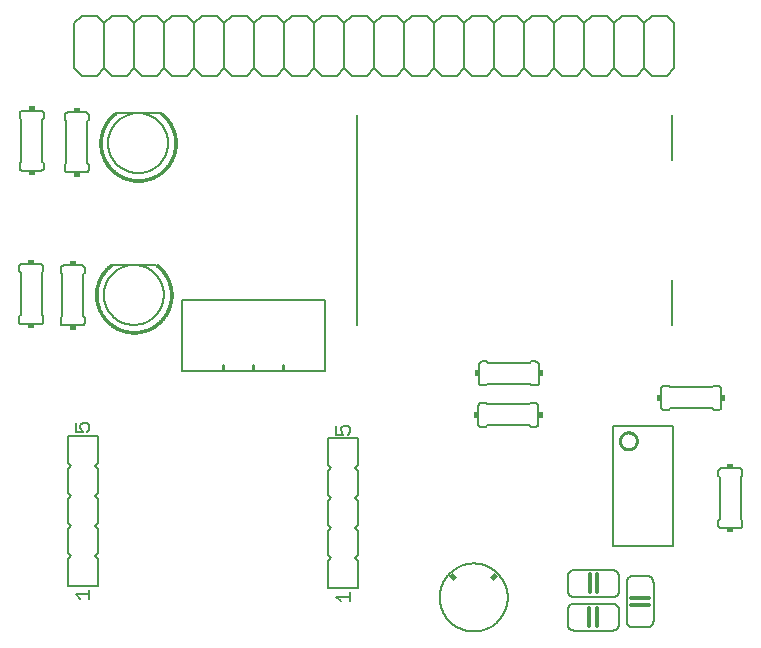
<source format=gto>
G75*
%MOIN*%
%OFA0B0*%
%FSLAX25Y25*%
%IPPOS*%
%LPD*%
%AMOC8*
5,1,8,0,0,1.08239X$1,22.5*
%
%ADD10C,0.00600*%
%ADD11C,0.00800*%
%ADD12C,0.00100*%
%ADD13R,0.01500X0.02000*%
%ADD14R,0.02000X0.01500*%
%ADD15C,0.00500*%
%ADD16C,0.01000*%
%ADD17R,0.01575X0.02165*%
%ADD18C,0.01200*%
D10*
X0027312Y0028375D02*
X0027312Y0037375D01*
X0028312Y0038375D01*
X0027312Y0039375D01*
X0027312Y0047375D01*
X0028312Y0048375D01*
X0027312Y0049375D01*
X0027312Y0057375D01*
X0028312Y0058375D01*
X0027312Y0059375D01*
X0027312Y0067375D01*
X0028312Y0068375D01*
X0027312Y0069375D01*
X0027312Y0078375D01*
X0037312Y0078375D01*
X0037312Y0069375D01*
X0036312Y0068375D01*
X0037312Y0067375D01*
X0037312Y0059375D01*
X0036312Y0058375D01*
X0037312Y0057375D01*
X0037312Y0049375D01*
X0036312Y0048375D01*
X0037312Y0047375D01*
X0037312Y0039375D01*
X0036312Y0038375D01*
X0037312Y0037375D01*
X0037312Y0028375D01*
X0027312Y0028375D01*
X0114123Y0027587D02*
X0114123Y0036587D01*
X0115123Y0037587D01*
X0114123Y0038587D01*
X0114123Y0046587D01*
X0115123Y0047587D01*
X0114123Y0048587D01*
X0114123Y0056587D01*
X0115123Y0057587D01*
X0114123Y0058587D01*
X0114123Y0066587D01*
X0115123Y0067587D01*
X0114123Y0068587D01*
X0114123Y0077587D01*
X0124123Y0077587D01*
X0124123Y0068587D01*
X0123123Y0067587D01*
X0124123Y0066587D01*
X0124123Y0058587D01*
X0123123Y0057587D01*
X0124123Y0056587D01*
X0124123Y0048587D01*
X0123123Y0047587D01*
X0124123Y0046587D01*
X0124123Y0038587D01*
X0123123Y0037587D01*
X0124123Y0036587D01*
X0124123Y0027587D01*
X0114123Y0027587D01*
X0165202Y0081461D02*
X0166702Y0081461D01*
X0167202Y0081961D01*
X0181202Y0081961D01*
X0181702Y0081461D01*
X0183202Y0081461D01*
X0183262Y0081463D01*
X0183323Y0081468D01*
X0183382Y0081477D01*
X0183441Y0081490D01*
X0183500Y0081506D01*
X0183557Y0081526D01*
X0183612Y0081549D01*
X0183667Y0081576D01*
X0183719Y0081605D01*
X0183770Y0081638D01*
X0183819Y0081674D01*
X0183865Y0081712D01*
X0183909Y0081754D01*
X0183951Y0081798D01*
X0183989Y0081844D01*
X0184025Y0081893D01*
X0184058Y0081944D01*
X0184087Y0081996D01*
X0184114Y0082051D01*
X0184137Y0082106D01*
X0184157Y0082163D01*
X0184173Y0082222D01*
X0184186Y0082281D01*
X0184195Y0082340D01*
X0184200Y0082401D01*
X0184202Y0082461D01*
X0184202Y0088461D01*
X0184200Y0088521D01*
X0184195Y0088582D01*
X0184186Y0088641D01*
X0184173Y0088700D01*
X0184157Y0088759D01*
X0184137Y0088816D01*
X0184114Y0088871D01*
X0184087Y0088926D01*
X0184058Y0088978D01*
X0184025Y0089029D01*
X0183989Y0089078D01*
X0183951Y0089124D01*
X0183909Y0089168D01*
X0183865Y0089210D01*
X0183819Y0089248D01*
X0183770Y0089284D01*
X0183719Y0089317D01*
X0183667Y0089346D01*
X0183612Y0089373D01*
X0183557Y0089396D01*
X0183500Y0089416D01*
X0183441Y0089432D01*
X0183382Y0089445D01*
X0183323Y0089454D01*
X0183262Y0089459D01*
X0183202Y0089461D01*
X0181702Y0089461D01*
X0181202Y0088961D01*
X0167202Y0088961D01*
X0166702Y0089461D01*
X0165202Y0089461D01*
X0165142Y0089459D01*
X0165081Y0089454D01*
X0165022Y0089445D01*
X0164963Y0089432D01*
X0164904Y0089416D01*
X0164847Y0089396D01*
X0164792Y0089373D01*
X0164737Y0089346D01*
X0164685Y0089317D01*
X0164634Y0089284D01*
X0164585Y0089248D01*
X0164539Y0089210D01*
X0164495Y0089168D01*
X0164453Y0089124D01*
X0164415Y0089078D01*
X0164379Y0089029D01*
X0164346Y0088978D01*
X0164317Y0088926D01*
X0164290Y0088871D01*
X0164267Y0088816D01*
X0164247Y0088759D01*
X0164231Y0088700D01*
X0164218Y0088641D01*
X0164209Y0088582D01*
X0164204Y0088521D01*
X0164202Y0088461D01*
X0164202Y0082461D01*
X0164204Y0082401D01*
X0164209Y0082340D01*
X0164218Y0082281D01*
X0164231Y0082222D01*
X0164247Y0082163D01*
X0164267Y0082106D01*
X0164290Y0082051D01*
X0164317Y0081996D01*
X0164346Y0081944D01*
X0164379Y0081893D01*
X0164415Y0081844D01*
X0164453Y0081798D01*
X0164495Y0081754D01*
X0164539Y0081712D01*
X0164585Y0081674D01*
X0164634Y0081638D01*
X0164685Y0081605D01*
X0164737Y0081576D01*
X0164792Y0081549D01*
X0164847Y0081526D01*
X0164904Y0081506D01*
X0164963Y0081490D01*
X0165022Y0081477D01*
X0165081Y0081468D01*
X0165142Y0081463D01*
X0165202Y0081461D01*
X0165398Y0095202D02*
X0166898Y0095202D01*
X0167398Y0095702D01*
X0181398Y0095702D01*
X0181898Y0095202D01*
X0183398Y0095202D01*
X0183458Y0095204D01*
X0183519Y0095209D01*
X0183578Y0095218D01*
X0183637Y0095231D01*
X0183696Y0095247D01*
X0183753Y0095267D01*
X0183808Y0095290D01*
X0183863Y0095317D01*
X0183915Y0095346D01*
X0183966Y0095379D01*
X0184015Y0095415D01*
X0184061Y0095453D01*
X0184105Y0095495D01*
X0184147Y0095539D01*
X0184185Y0095585D01*
X0184221Y0095634D01*
X0184254Y0095685D01*
X0184283Y0095737D01*
X0184310Y0095792D01*
X0184333Y0095847D01*
X0184353Y0095904D01*
X0184369Y0095963D01*
X0184382Y0096022D01*
X0184391Y0096081D01*
X0184396Y0096142D01*
X0184398Y0096202D01*
X0184398Y0102202D01*
X0184396Y0102262D01*
X0184391Y0102323D01*
X0184382Y0102382D01*
X0184369Y0102441D01*
X0184353Y0102500D01*
X0184333Y0102557D01*
X0184310Y0102612D01*
X0184283Y0102667D01*
X0184254Y0102719D01*
X0184221Y0102770D01*
X0184185Y0102819D01*
X0184147Y0102865D01*
X0184105Y0102909D01*
X0184061Y0102951D01*
X0184015Y0102989D01*
X0183966Y0103025D01*
X0183915Y0103058D01*
X0183863Y0103087D01*
X0183808Y0103114D01*
X0183753Y0103137D01*
X0183696Y0103157D01*
X0183637Y0103173D01*
X0183578Y0103186D01*
X0183519Y0103195D01*
X0183458Y0103200D01*
X0183398Y0103202D01*
X0181898Y0103202D01*
X0181398Y0102702D01*
X0167398Y0102702D01*
X0166898Y0103202D01*
X0165398Y0103202D01*
X0165338Y0103200D01*
X0165277Y0103195D01*
X0165218Y0103186D01*
X0165159Y0103173D01*
X0165100Y0103157D01*
X0165043Y0103137D01*
X0164988Y0103114D01*
X0164933Y0103087D01*
X0164881Y0103058D01*
X0164830Y0103025D01*
X0164781Y0102989D01*
X0164735Y0102951D01*
X0164691Y0102909D01*
X0164649Y0102865D01*
X0164611Y0102819D01*
X0164575Y0102770D01*
X0164542Y0102719D01*
X0164513Y0102667D01*
X0164486Y0102612D01*
X0164463Y0102557D01*
X0164443Y0102500D01*
X0164427Y0102441D01*
X0164414Y0102382D01*
X0164405Y0102323D01*
X0164400Y0102262D01*
X0164398Y0102202D01*
X0164398Y0096202D01*
X0164400Y0096142D01*
X0164405Y0096081D01*
X0164414Y0096022D01*
X0164427Y0095963D01*
X0164443Y0095904D01*
X0164463Y0095847D01*
X0164486Y0095792D01*
X0164513Y0095737D01*
X0164542Y0095685D01*
X0164575Y0095634D01*
X0164611Y0095585D01*
X0164649Y0095539D01*
X0164691Y0095495D01*
X0164735Y0095453D01*
X0164781Y0095415D01*
X0164830Y0095379D01*
X0164881Y0095346D01*
X0164933Y0095317D01*
X0164988Y0095290D01*
X0165043Y0095267D01*
X0165100Y0095247D01*
X0165159Y0095231D01*
X0165218Y0095218D01*
X0165277Y0095209D01*
X0165338Y0095204D01*
X0165398Y0095202D01*
X0225107Y0094052D02*
X0225107Y0088052D01*
X0225109Y0087992D01*
X0225114Y0087931D01*
X0225123Y0087872D01*
X0225136Y0087813D01*
X0225152Y0087754D01*
X0225172Y0087697D01*
X0225195Y0087642D01*
X0225222Y0087587D01*
X0225251Y0087535D01*
X0225284Y0087484D01*
X0225320Y0087435D01*
X0225358Y0087389D01*
X0225400Y0087345D01*
X0225444Y0087303D01*
X0225490Y0087265D01*
X0225539Y0087229D01*
X0225590Y0087196D01*
X0225642Y0087167D01*
X0225697Y0087140D01*
X0225752Y0087117D01*
X0225809Y0087097D01*
X0225868Y0087081D01*
X0225927Y0087068D01*
X0225986Y0087059D01*
X0226047Y0087054D01*
X0226107Y0087052D01*
X0227607Y0087052D01*
X0228107Y0087552D01*
X0242107Y0087552D01*
X0242607Y0087052D01*
X0244107Y0087052D01*
X0244167Y0087054D01*
X0244228Y0087059D01*
X0244287Y0087068D01*
X0244346Y0087081D01*
X0244405Y0087097D01*
X0244462Y0087117D01*
X0244517Y0087140D01*
X0244572Y0087167D01*
X0244624Y0087196D01*
X0244675Y0087229D01*
X0244724Y0087265D01*
X0244770Y0087303D01*
X0244814Y0087345D01*
X0244856Y0087389D01*
X0244894Y0087435D01*
X0244930Y0087484D01*
X0244963Y0087535D01*
X0244992Y0087587D01*
X0245019Y0087642D01*
X0245042Y0087697D01*
X0245062Y0087754D01*
X0245078Y0087813D01*
X0245091Y0087872D01*
X0245100Y0087931D01*
X0245105Y0087992D01*
X0245107Y0088052D01*
X0245107Y0094052D01*
X0245105Y0094112D01*
X0245100Y0094173D01*
X0245091Y0094232D01*
X0245078Y0094291D01*
X0245062Y0094350D01*
X0245042Y0094407D01*
X0245019Y0094462D01*
X0244992Y0094517D01*
X0244963Y0094569D01*
X0244930Y0094620D01*
X0244894Y0094669D01*
X0244856Y0094715D01*
X0244814Y0094759D01*
X0244770Y0094801D01*
X0244724Y0094839D01*
X0244675Y0094875D01*
X0244624Y0094908D01*
X0244572Y0094937D01*
X0244517Y0094964D01*
X0244462Y0094987D01*
X0244405Y0095007D01*
X0244346Y0095023D01*
X0244287Y0095036D01*
X0244228Y0095045D01*
X0244167Y0095050D01*
X0244107Y0095052D01*
X0242607Y0095052D01*
X0242107Y0094552D01*
X0228107Y0094552D01*
X0227607Y0095052D01*
X0226107Y0095052D01*
X0226047Y0095050D01*
X0225986Y0095045D01*
X0225927Y0095036D01*
X0225868Y0095023D01*
X0225809Y0095007D01*
X0225752Y0094987D01*
X0225697Y0094964D01*
X0225642Y0094937D01*
X0225590Y0094908D01*
X0225539Y0094875D01*
X0225490Y0094839D01*
X0225444Y0094801D01*
X0225400Y0094759D01*
X0225358Y0094715D01*
X0225320Y0094669D01*
X0225284Y0094620D01*
X0225251Y0094569D01*
X0225222Y0094517D01*
X0225195Y0094462D01*
X0225172Y0094407D01*
X0225152Y0094350D01*
X0225136Y0094291D01*
X0225123Y0094232D01*
X0225114Y0094173D01*
X0225109Y0094112D01*
X0225107Y0094052D01*
X0245217Y0067627D02*
X0251217Y0067627D01*
X0251277Y0067625D01*
X0251338Y0067620D01*
X0251397Y0067611D01*
X0251456Y0067598D01*
X0251515Y0067582D01*
X0251572Y0067562D01*
X0251627Y0067539D01*
X0251682Y0067512D01*
X0251734Y0067483D01*
X0251785Y0067450D01*
X0251834Y0067414D01*
X0251880Y0067376D01*
X0251924Y0067334D01*
X0251966Y0067290D01*
X0252004Y0067244D01*
X0252040Y0067195D01*
X0252073Y0067144D01*
X0252102Y0067092D01*
X0252129Y0067037D01*
X0252152Y0066982D01*
X0252172Y0066925D01*
X0252188Y0066866D01*
X0252201Y0066807D01*
X0252210Y0066748D01*
X0252215Y0066687D01*
X0252217Y0066627D01*
X0252217Y0065127D01*
X0251717Y0064627D01*
X0251717Y0050627D01*
X0252217Y0050127D01*
X0252217Y0048627D01*
X0252215Y0048567D01*
X0252210Y0048506D01*
X0252201Y0048447D01*
X0252188Y0048388D01*
X0252172Y0048329D01*
X0252152Y0048272D01*
X0252129Y0048217D01*
X0252102Y0048162D01*
X0252073Y0048110D01*
X0252040Y0048059D01*
X0252004Y0048010D01*
X0251966Y0047964D01*
X0251924Y0047920D01*
X0251880Y0047878D01*
X0251834Y0047840D01*
X0251785Y0047804D01*
X0251734Y0047771D01*
X0251682Y0047742D01*
X0251627Y0047715D01*
X0251572Y0047692D01*
X0251515Y0047672D01*
X0251456Y0047656D01*
X0251397Y0047643D01*
X0251338Y0047634D01*
X0251277Y0047629D01*
X0251217Y0047627D01*
X0245217Y0047627D01*
X0245157Y0047629D01*
X0245096Y0047634D01*
X0245037Y0047643D01*
X0244978Y0047656D01*
X0244919Y0047672D01*
X0244862Y0047692D01*
X0244807Y0047715D01*
X0244752Y0047742D01*
X0244700Y0047771D01*
X0244649Y0047804D01*
X0244600Y0047840D01*
X0244554Y0047878D01*
X0244510Y0047920D01*
X0244468Y0047964D01*
X0244430Y0048010D01*
X0244394Y0048059D01*
X0244361Y0048110D01*
X0244332Y0048162D01*
X0244305Y0048217D01*
X0244282Y0048272D01*
X0244262Y0048329D01*
X0244246Y0048388D01*
X0244233Y0048447D01*
X0244224Y0048506D01*
X0244219Y0048567D01*
X0244217Y0048627D01*
X0244217Y0050127D01*
X0244717Y0050627D01*
X0244717Y0064627D01*
X0244217Y0065127D01*
X0244217Y0066627D01*
X0244219Y0066687D01*
X0244224Y0066748D01*
X0244233Y0066807D01*
X0244246Y0066866D01*
X0244262Y0066925D01*
X0244282Y0066982D01*
X0244305Y0067037D01*
X0244332Y0067092D01*
X0244361Y0067144D01*
X0244394Y0067195D01*
X0244430Y0067244D01*
X0244468Y0067290D01*
X0244510Y0067334D01*
X0244554Y0067376D01*
X0244600Y0067414D01*
X0244649Y0067450D01*
X0244700Y0067483D01*
X0244752Y0067512D01*
X0244807Y0067539D01*
X0244862Y0067562D01*
X0244919Y0067582D01*
X0244978Y0067598D01*
X0245037Y0067611D01*
X0245096Y0067620D01*
X0245157Y0067625D01*
X0245217Y0067627D01*
X0209048Y0033702D02*
X0196048Y0033702D01*
X0195961Y0033700D01*
X0195874Y0033694D01*
X0195787Y0033685D01*
X0195701Y0033672D01*
X0195615Y0033655D01*
X0195530Y0033634D01*
X0195447Y0033609D01*
X0195364Y0033581D01*
X0195283Y0033550D01*
X0195203Y0033515D01*
X0195125Y0033476D01*
X0195048Y0033434D01*
X0194973Y0033389D01*
X0194901Y0033340D01*
X0194830Y0033289D01*
X0194762Y0033234D01*
X0194697Y0033177D01*
X0194634Y0033116D01*
X0194573Y0033053D01*
X0194516Y0032988D01*
X0194461Y0032920D01*
X0194410Y0032849D01*
X0194361Y0032777D01*
X0194316Y0032702D01*
X0194274Y0032625D01*
X0194235Y0032547D01*
X0194200Y0032467D01*
X0194169Y0032386D01*
X0194141Y0032303D01*
X0194116Y0032220D01*
X0194095Y0032135D01*
X0194078Y0032049D01*
X0194065Y0031963D01*
X0194056Y0031876D01*
X0194050Y0031789D01*
X0194048Y0031702D01*
X0194048Y0026702D01*
X0194050Y0026615D01*
X0194056Y0026528D01*
X0194065Y0026441D01*
X0194078Y0026355D01*
X0194095Y0026269D01*
X0194116Y0026184D01*
X0194141Y0026101D01*
X0194169Y0026018D01*
X0194200Y0025937D01*
X0194235Y0025857D01*
X0194274Y0025779D01*
X0194316Y0025702D01*
X0194361Y0025627D01*
X0194410Y0025555D01*
X0194461Y0025484D01*
X0194516Y0025416D01*
X0194573Y0025351D01*
X0194634Y0025288D01*
X0194697Y0025227D01*
X0194762Y0025170D01*
X0194830Y0025115D01*
X0194901Y0025064D01*
X0194973Y0025015D01*
X0195048Y0024970D01*
X0195125Y0024928D01*
X0195203Y0024889D01*
X0195283Y0024854D01*
X0195364Y0024823D01*
X0195447Y0024795D01*
X0195530Y0024770D01*
X0195615Y0024749D01*
X0195701Y0024732D01*
X0195787Y0024719D01*
X0195874Y0024710D01*
X0195961Y0024704D01*
X0196048Y0024702D01*
X0209048Y0024702D01*
X0209135Y0024704D01*
X0209222Y0024710D01*
X0209309Y0024719D01*
X0209395Y0024732D01*
X0209481Y0024749D01*
X0209566Y0024770D01*
X0209649Y0024795D01*
X0209732Y0024823D01*
X0209813Y0024854D01*
X0209893Y0024889D01*
X0209971Y0024928D01*
X0210048Y0024970D01*
X0210123Y0025015D01*
X0210195Y0025064D01*
X0210266Y0025115D01*
X0210334Y0025170D01*
X0210399Y0025227D01*
X0210462Y0025288D01*
X0210523Y0025351D01*
X0210580Y0025416D01*
X0210635Y0025484D01*
X0210686Y0025555D01*
X0210735Y0025627D01*
X0210780Y0025702D01*
X0210822Y0025779D01*
X0210861Y0025857D01*
X0210896Y0025937D01*
X0210927Y0026018D01*
X0210955Y0026101D01*
X0210980Y0026184D01*
X0211001Y0026269D01*
X0211018Y0026355D01*
X0211031Y0026441D01*
X0211040Y0026528D01*
X0211046Y0026615D01*
X0211048Y0026702D01*
X0211048Y0031702D01*
X0211046Y0031789D01*
X0211040Y0031876D01*
X0211031Y0031963D01*
X0211018Y0032049D01*
X0211001Y0032135D01*
X0210980Y0032220D01*
X0210955Y0032303D01*
X0210927Y0032386D01*
X0210896Y0032467D01*
X0210861Y0032547D01*
X0210822Y0032625D01*
X0210780Y0032702D01*
X0210735Y0032777D01*
X0210686Y0032849D01*
X0210635Y0032920D01*
X0210580Y0032988D01*
X0210523Y0033053D01*
X0210462Y0033116D01*
X0210399Y0033177D01*
X0210334Y0033234D01*
X0210266Y0033289D01*
X0210195Y0033340D01*
X0210123Y0033389D01*
X0210048Y0033434D01*
X0209971Y0033476D01*
X0209893Y0033515D01*
X0209813Y0033550D01*
X0209732Y0033581D01*
X0209649Y0033609D01*
X0209566Y0033634D01*
X0209481Y0033655D01*
X0209395Y0033672D01*
X0209309Y0033685D01*
X0209222Y0033694D01*
X0209135Y0033700D01*
X0209048Y0033702D01*
X0213599Y0029678D02*
X0213599Y0016678D01*
X0213601Y0016591D01*
X0213607Y0016504D01*
X0213616Y0016417D01*
X0213629Y0016331D01*
X0213646Y0016245D01*
X0213667Y0016160D01*
X0213692Y0016077D01*
X0213720Y0015994D01*
X0213751Y0015913D01*
X0213786Y0015833D01*
X0213825Y0015755D01*
X0213867Y0015678D01*
X0213912Y0015603D01*
X0213961Y0015531D01*
X0214012Y0015460D01*
X0214067Y0015392D01*
X0214124Y0015327D01*
X0214185Y0015264D01*
X0214248Y0015203D01*
X0214313Y0015146D01*
X0214381Y0015091D01*
X0214452Y0015040D01*
X0214524Y0014991D01*
X0214599Y0014946D01*
X0214676Y0014904D01*
X0214754Y0014865D01*
X0214834Y0014830D01*
X0214915Y0014799D01*
X0214998Y0014771D01*
X0215081Y0014746D01*
X0215166Y0014725D01*
X0215252Y0014708D01*
X0215338Y0014695D01*
X0215425Y0014686D01*
X0215512Y0014680D01*
X0215599Y0014678D01*
X0220599Y0014678D01*
X0220686Y0014680D01*
X0220773Y0014686D01*
X0220860Y0014695D01*
X0220946Y0014708D01*
X0221032Y0014725D01*
X0221117Y0014746D01*
X0221200Y0014771D01*
X0221283Y0014799D01*
X0221364Y0014830D01*
X0221444Y0014865D01*
X0221522Y0014904D01*
X0221599Y0014946D01*
X0221674Y0014991D01*
X0221746Y0015040D01*
X0221817Y0015091D01*
X0221885Y0015146D01*
X0221950Y0015203D01*
X0222013Y0015264D01*
X0222074Y0015327D01*
X0222131Y0015392D01*
X0222186Y0015460D01*
X0222237Y0015531D01*
X0222286Y0015603D01*
X0222331Y0015678D01*
X0222373Y0015755D01*
X0222412Y0015833D01*
X0222447Y0015913D01*
X0222478Y0015994D01*
X0222506Y0016077D01*
X0222531Y0016160D01*
X0222552Y0016245D01*
X0222569Y0016331D01*
X0222582Y0016417D01*
X0222591Y0016504D01*
X0222597Y0016591D01*
X0222599Y0016678D01*
X0222599Y0029678D01*
X0222597Y0029765D01*
X0222591Y0029852D01*
X0222582Y0029939D01*
X0222569Y0030025D01*
X0222552Y0030111D01*
X0222531Y0030196D01*
X0222506Y0030279D01*
X0222478Y0030362D01*
X0222447Y0030443D01*
X0222412Y0030523D01*
X0222373Y0030601D01*
X0222331Y0030678D01*
X0222286Y0030753D01*
X0222237Y0030825D01*
X0222186Y0030896D01*
X0222131Y0030964D01*
X0222074Y0031029D01*
X0222013Y0031092D01*
X0221950Y0031153D01*
X0221885Y0031210D01*
X0221817Y0031265D01*
X0221746Y0031316D01*
X0221674Y0031365D01*
X0221599Y0031410D01*
X0221522Y0031452D01*
X0221444Y0031491D01*
X0221364Y0031526D01*
X0221283Y0031557D01*
X0221200Y0031585D01*
X0221117Y0031610D01*
X0221032Y0031631D01*
X0220946Y0031648D01*
X0220860Y0031661D01*
X0220773Y0031670D01*
X0220686Y0031676D01*
X0220599Y0031678D01*
X0215599Y0031678D01*
X0215512Y0031676D01*
X0215425Y0031670D01*
X0215338Y0031661D01*
X0215252Y0031648D01*
X0215166Y0031631D01*
X0215081Y0031610D01*
X0214998Y0031585D01*
X0214915Y0031557D01*
X0214834Y0031526D01*
X0214754Y0031491D01*
X0214676Y0031452D01*
X0214599Y0031410D01*
X0214524Y0031365D01*
X0214452Y0031316D01*
X0214381Y0031265D01*
X0214313Y0031210D01*
X0214248Y0031153D01*
X0214185Y0031092D01*
X0214124Y0031029D01*
X0214067Y0030964D01*
X0214012Y0030896D01*
X0213961Y0030825D01*
X0213912Y0030753D01*
X0213867Y0030678D01*
X0213825Y0030601D01*
X0213786Y0030523D01*
X0213751Y0030443D01*
X0213720Y0030362D01*
X0213692Y0030279D01*
X0213667Y0030196D01*
X0213646Y0030111D01*
X0213629Y0030025D01*
X0213616Y0029939D01*
X0213607Y0029852D01*
X0213601Y0029765D01*
X0213599Y0029678D01*
X0209048Y0022520D02*
X0196048Y0022520D01*
X0195961Y0022518D01*
X0195874Y0022512D01*
X0195787Y0022503D01*
X0195701Y0022490D01*
X0195615Y0022473D01*
X0195530Y0022452D01*
X0195447Y0022427D01*
X0195364Y0022399D01*
X0195283Y0022368D01*
X0195203Y0022333D01*
X0195125Y0022294D01*
X0195048Y0022252D01*
X0194973Y0022207D01*
X0194901Y0022158D01*
X0194830Y0022107D01*
X0194762Y0022052D01*
X0194697Y0021995D01*
X0194634Y0021934D01*
X0194573Y0021871D01*
X0194516Y0021806D01*
X0194461Y0021738D01*
X0194410Y0021667D01*
X0194361Y0021595D01*
X0194316Y0021520D01*
X0194274Y0021443D01*
X0194235Y0021365D01*
X0194200Y0021285D01*
X0194169Y0021204D01*
X0194141Y0021121D01*
X0194116Y0021038D01*
X0194095Y0020953D01*
X0194078Y0020867D01*
X0194065Y0020781D01*
X0194056Y0020694D01*
X0194050Y0020607D01*
X0194048Y0020520D01*
X0194048Y0015520D01*
X0194050Y0015433D01*
X0194056Y0015346D01*
X0194065Y0015259D01*
X0194078Y0015173D01*
X0194095Y0015087D01*
X0194116Y0015002D01*
X0194141Y0014919D01*
X0194169Y0014836D01*
X0194200Y0014755D01*
X0194235Y0014675D01*
X0194274Y0014597D01*
X0194316Y0014520D01*
X0194361Y0014445D01*
X0194410Y0014373D01*
X0194461Y0014302D01*
X0194516Y0014234D01*
X0194573Y0014169D01*
X0194634Y0014106D01*
X0194697Y0014045D01*
X0194762Y0013988D01*
X0194830Y0013933D01*
X0194901Y0013882D01*
X0194973Y0013833D01*
X0195048Y0013788D01*
X0195125Y0013746D01*
X0195203Y0013707D01*
X0195283Y0013672D01*
X0195364Y0013641D01*
X0195447Y0013613D01*
X0195530Y0013588D01*
X0195615Y0013567D01*
X0195701Y0013550D01*
X0195787Y0013537D01*
X0195874Y0013528D01*
X0195961Y0013522D01*
X0196048Y0013520D01*
X0209048Y0013520D01*
X0209135Y0013522D01*
X0209222Y0013528D01*
X0209309Y0013537D01*
X0209395Y0013550D01*
X0209481Y0013567D01*
X0209566Y0013588D01*
X0209649Y0013613D01*
X0209732Y0013641D01*
X0209813Y0013672D01*
X0209893Y0013707D01*
X0209971Y0013746D01*
X0210048Y0013788D01*
X0210123Y0013833D01*
X0210195Y0013882D01*
X0210266Y0013933D01*
X0210334Y0013988D01*
X0210399Y0014045D01*
X0210462Y0014106D01*
X0210523Y0014169D01*
X0210580Y0014234D01*
X0210635Y0014302D01*
X0210686Y0014373D01*
X0210735Y0014445D01*
X0210780Y0014520D01*
X0210822Y0014597D01*
X0210861Y0014675D01*
X0210896Y0014755D01*
X0210927Y0014836D01*
X0210955Y0014919D01*
X0210980Y0015002D01*
X0211001Y0015087D01*
X0211018Y0015173D01*
X0211031Y0015259D01*
X0211040Y0015346D01*
X0211046Y0015433D01*
X0211048Y0015520D01*
X0211048Y0020520D01*
X0211046Y0020607D01*
X0211040Y0020694D01*
X0211031Y0020781D01*
X0211018Y0020867D01*
X0211001Y0020953D01*
X0210980Y0021038D01*
X0210955Y0021121D01*
X0210927Y0021204D01*
X0210896Y0021285D01*
X0210861Y0021365D01*
X0210822Y0021443D01*
X0210780Y0021520D01*
X0210735Y0021595D01*
X0210686Y0021667D01*
X0210635Y0021738D01*
X0210580Y0021806D01*
X0210523Y0021871D01*
X0210462Y0021934D01*
X0210399Y0021995D01*
X0210334Y0022052D01*
X0210266Y0022107D01*
X0210195Y0022158D01*
X0210123Y0022207D01*
X0210048Y0022252D01*
X0209971Y0022294D01*
X0209893Y0022333D01*
X0209813Y0022368D01*
X0209732Y0022399D01*
X0209649Y0022427D01*
X0209566Y0022452D01*
X0209481Y0022473D01*
X0209395Y0022490D01*
X0209309Y0022503D01*
X0209222Y0022512D01*
X0209135Y0022518D01*
X0209048Y0022520D01*
X0039359Y0125422D02*
X0039362Y0125667D01*
X0039371Y0125913D01*
X0039386Y0126158D01*
X0039407Y0126402D01*
X0039434Y0126646D01*
X0039467Y0126889D01*
X0039506Y0127132D01*
X0039551Y0127373D01*
X0039602Y0127613D01*
X0039659Y0127852D01*
X0039721Y0128089D01*
X0039790Y0128325D01*
X0039864Y0128559D01*
X0039944Y0128791D01*
X0040029Y0129021D01*
X0040120Y0129249D01*
X0040217Y0129474D01*
X0040319Y0129698D01*
X0040427Y0129918D01*
X0040540Y0130136D01*
X0040658Y0130351D01*
X0040782Y0130563D01*
X0040910Y0130772D01*
X0041044Y0130978D01*
X0041183Y0131180D01*
X0041327Y0131379D01*
X0041476Y0131574D01*
X0041629Y0131766D01*
X0041787Y0131954D01*
X0041949Y0132138D01*
X0042117Y0132317D01*
X0042288Y0132493D01*
X0042464Y0132664D01*
X0042643Y0132832D01*
X0042827Y0132994D01*
X0043015Y0133152D01*
X0043207Y0133305D01*
X0043402Y0133454D01*
X0043601Y0133598D01*
X0043803Y0133737D01*
X0044009Y0133871D01*
X0044218Y0133999D01*
X0044430Y0134123D01*
X0044645Y0134241D01*
X0044863Y0134354D01*
X0045083Y0134462D01*
X0045307Y0134564D01*
X0045532Y0134661D01*
X0045760Y0134752D01*
X0045990Y0134837D01*
X0046222Y0134917D01*
X0046456Y0134991D01*
X0046692Y0135060D01*
X0046929Y0135122D01*
X0047168Y0135179D01*
X0047408Y0135230D01*
X0047649Y0135275D01*
X0047892Y0135314D01*
X0048135Y0135347D01*
X0048379Y0135374D01*
X0048623Y0135395D01*
X0048868Y0135410D01*
X0049114Y0135419D01*
X0049359Y0135422D01*
X0049604Y0135419D01*
X0049850Y0135410D01*
X0050095Y0135395D01*
X0050339Y0135374D01*
X0050583Y0135347D01*
X0050826Y0135314D01*
X0051069Y0135275D01*
X0051310Y0135230D01*
X0051550Y0135179D01*
X0051789Y0135122D01*
X0052026Y0135060D01*
X0052262Y0134991D01*
X0052496Y0134917D01*
X0052728Y0134837D01*
X0052958Y0134752D01*
X0053186Y0134661D01*
X0053411Y0134564D01*
X0053635Y0134462D01*
X0053855Y0134354D01*
X0054073Y0134241D01*
X0054288Y0134123D01*
X0054500Y0133999D01*
X0054709Y0133871D01*
X0054915Y0133737D01*
X0055117Y0133598D01*
X0055316Y0133454D01*
X0055511Y0133305D01*
X0055703Y0133152D01*
X0055891Y0132994D01*
X0056075Y0132832D01*
X0056254Y0132664D01*
X0056430Y0132493D01*
X0056601Y0132317D01*
X0056769Y0132138D01*
X0056931Y0131954D01*
X0057089Y0131766D01*
X0057242Y0131574D01*
X0057391Y0131379D01*
X0057535Y0131180D01*
X0057674Y0130978D01*
X0057808Y0130772D01*
X0057936Y0130563D01*
X0058060Y0130351D01*
X0058178Y0130136D01*
X0058291Y0129918D01*
X0058399Y0129698D01*
X0058501Y0129474D01*
X0058598Y0129249D01*
X0058689Y0129021D01*
X0058774Y0128791D01*
X0058854Y0128559D01*
X0058928Y0128325D01*
X0058997Y0128089D01*
X0059059Y0127852D01*
X0059116Y0127613D01*
X0059167Y0127373D01*
X0059212Y0127132D01*
X0059251Y0126889D01*
X0059284Y0126646D01*
X0059311Y0126402D01*
X0059332Y0126158D01*
X0059347Y0125913D01*
X0059356Y0125667D01*
X0059359Y0125422D01*
X0059356Y0125177D01*
X0059347Y0124931D01*
X0059332Y0124686D01*
X0059311Y0124442D01*
X0059284Y0124198D01*
X0059251Y0123955D01*
X0059212Y0123712D01*
X0059167Y0123471D01*
X0059116Y0123231D01*
X0059059Y0122992D01*
X0058997Y0122755D01*
X0058928Y0122519D01*
X0058854Y0122285D01*
X0058774Y0122053D01*
X0058689Y0121823D01*
X0058598Y0121595D01*
X0058501Y0121370D01*
X0058399Y0121146D01*
X0058291Y0120926D01*
X0058178Y0120708D01*
X0058060Y0120493D01*
X0057936Y0120281D01*
X0057808Y0120072D01*
X0057674Y0119866D01*
X0057535Y0119664D01*
X0057391Y0119465D01*
X0057242Y0119270D01*
X0057089Y0119078D01*
X0056931Y0118890D01*
X0056769Y0118706D01*
X0056601Y0118527D01*
X0056430Y0118351D01*
X0056254Y0118180D01*
X0056075Y0118012D01*
X0055891Y0117850D01*
X0055703Y0117692D01*
X0055511Y0117539D01*
X0055316Y0117390D01*
X0055117Y0117246D01*
X0054915Y0117107D01*
X0054709Y0116973D01*
X0054500Y0116845D01*
X0054288Y0116721D01*
X0054073Y0116603D01*
X0053855Y0116490D01*
X0053635Y0116382D01*
X0053411Y0116280D01*
X0053186Y0116183D01*
X0052958Y0116092D01*
X0052728Y0116007D01*
X0052496Y0115927D01*
X0052262Y0115853D01*
X0052026Y0115784D01*
X0051789Y0115722D01*
X0051550Y0115665D01*
X0051310Y0115614D01*
X0051069Y0115569D01*
X0050826Y0115530D01*
X0050583Y0115497D01*
X0050339Y0115470D01*
X0050095Y0115449D01*
X0049850Y0115434D01*
X0049604Y0115425D01*
X0049359Y0115422D01*
X0049114Y0115425D01*
X0048868Y0115434D01*
X0048623Y0115449D01*
X0048379Y0115470D01*
X0048135Y0115497D01*
X0047892Y0115530D01*
X0047649Y0115569D01*
X0047408Y0115614D01*
X0047168Y0115665D01*
X0046929Y0115722D01*
X0046692Y0115784D01*
X0046456Y0115853D01*
X0046222Y0115927D01*
X0045990Y0116007D01*
X0045760Y0116092D01*
X0045532Y0116183D01*
X0045307Y0116280D01*
X0045083Y0116382D01*
X0044863Y0116490D01*
X0044645Y0116603D01*
X0044430Y0116721D01*
X0044218Y0116845D01*
X0044009Y0116973D01*
X0043803Y0117107D01*
X0043601Y0117246D01*
X0043402Y0117390D01*
X0043207Y0117539D01*
X0043015Y0117692D01*
X0042827Y0117850D01*
X0042643Y0118012D01*
X0042464Y0118180D01*
X0042288Y0118351D01*
X0042117Y0118527D01*
X0041949Y0118706D01*
X0041787Y0118890D01*
X0041629Y0119078D01*
X0041476Y0119270D01*
X0041327Y0119465D01*
X0041183Y0119664D01*
X0041044Y0119866D01*
X0040910Y0120072D01*
X0040782Y0120281D01*
X0040658Y0120493D01*
X0040540Y0120708D01*
X0040427Y0120926D01*
X0040319Y0121146D01*
X0040217Y0121370D01*
X0040120Y0121595D01*
X0040029Y0121823D01*
X0039944Y0122053D01*
X0039864Y0122285D01*
X0039790Y0122519D01*
X0039721Y0122755D01*
X0039659Y0122992D01*
X0039602Y0123231D01*
X0039551Y0123471D01*
X0039506Y0123712D01*
X0039467Y0123955D01*
X0039434Y0124198D01*
X0039407Y0124442D01*
X0039386Y0124686D01*
X0039371Y0124931D01*
X0039362Y0125177D01*
X0039359Y0125422D01*
X0032465Y0132225D02*
X0032465Y0118225D01*
X0032965Y0117725D01*
X0032965Y0116225D01*
X0032963Y0116165D01*
X0032958Y0116104D01*
X0032949Y0116045D01*
X0032936Y0115986D01*
X0032920Y0115927D01*
X0032900Y0115870D01*
X0032877Y0115815D01*
X0032850Y0115760D01*
X0032821Y0115708D01*
X0032788Y0115657D01*
X0032752Y0115608D01*
X0032714Y0115562D01*
X0032672Y0115518D01*
X0032628Y0115476D01*
X0032582Y0115438D01*
X0032533Y0115402D01*
X0032482Y0115369D01*
X0032430Y0115340D01*
X0032375Y0115313D01*
X0032320Y0115290D01*
X0032263Y0115270D01*
X0032204Y0115254D01*
X0032145Y0115241D01*
X0032086Y0115232D01*
X0032025Y0115227D01*
X0031965Y0115225D01*
X0025965Y0115225D01*
X0025905Y0115227D01*
X0025844Y0115232D01*
X0025785Y0115241D01*
X0025726Y0115254D01*
X0025667Y0115270D01*
X0025610Y0115290D01*
X0025555Y0115313D01*
X0025500Y0115340D01*
X0025448Y0115369D01*
X0025397Y0115402D01*
X0025348Y0115438D01*
X0025302Y0115476D01*
X0025258Y0115518D01*
X0025216Y0115562D01*
X0025178Y0115608D01*
X0025142Y0115657D01*
X0025109Y0115708D01*
X0025080Y0115760D01*
X0025053Y0115815D01*
X0025030Y0115870D01*
X0025010Y0115927D01*
X0024994Y0115986D01*
X0024981Y0116045D01*
X0024972Y0116104D01*
X0024967Y0116165D01*
X0024965Y0116225D01*
X0024965Y0117725D01*
X0025465Y0118225D01*
X0025465Y0132225D01*
X0024965Y0132725D01*
X0024965Y0134225D01*
X0024967Y0134285D01*
X0024972Y0134346D01*
X0024981Y0134405D01*
X0024994Y0134464D01*
X0025010Y0134523D01*
X0025030Y0134580D01*
X0025053Y0134635D01*
X0025080Y0134690D01*
X0025109Y0134742D01*
X0025142Y0134793D01*
X0025178Y0134842D01*
X0025216Y0134888D01*
X0025258Y0134932D01*
X0025302Y0134974D01*
X0025348Y0135012D01*
X0025397Y0135048D01*
X0025448Y0135081D01*
X0025500Y0135110D01*
X0025555Y0135137D01*
X0025610Y0135160D01*
X0025667Y0135180D01*
X0025726Y0135196D01*
X0025785Y0135209D01*
X0025844Y0135218D01*
X0025905Y0135223D01*
X0025965Y0135225D01*
X0031965Y0135225D01*
X0032025Y0135223D01*
X0032086Y0135218D01*
X0032145Y0135209D01*
X0032204Y0135196D01*
X0032263Y0135180D01*
X0032320Y0135160D01*
X0032375Y0135137D01*
X0032430Y0135110D01*
X0032482Y0135081D01*
X0032533Y0135048D01*
X0032582Y0135012D01*
X0032628Y0134974D01*
X0032672Y0134932D01*
X0032714Y0134888D01*
X0032752Y0134842D01*
X0032788Y0134793D01*
X0032821Y0134742D01*
X0032850Y0134690D01*
X0032877Y0134635D01*
X0032900Y0134580D01*
X0032920Y0134523D01*
X0032936Y0134464D01*
X0032949Y0134405D01*
X0032958Y0134346D01*
X0032963Y0134285D01*
X0032965Y0134225D01*
X0032965Y0132725D01*
X0032465Y0132225D01*
X0019107Y0133198D02*
X0018607Y0132698D01*
X0018607Y0118698D01*
X0019107Y0118198D01*
X0019107Y0116698D01*
X0019105Y0116638D01*
X0019100Y0116577D01*
X0019091Y0116518D01*
X0019078Y0116459D01*
X0019062Y0116400D01*
X0019042Y0116343D01*
X0019019Y0116288D01*
X0018992Y0116233D01*
X0018963Y0116181D01*
X0018930Y0116130D01*
X0018894Y0116081D01*
X0018856Y0116035D01*
X0018814Y0115991D01*
X0018770Y0115949D01*
X0018724Y0115911D01*
X0018675Y0115875D01*
X0018624Y0115842D01*
X0018572Y0115813D01*
X0018517Y0115786D01*
X0018462Y0115763D01*
X0018405Y0115743D01*
X0018346Y0115727D01*
X0018287Y0115714D01*
X0018228Y0115705D01*
X0018167Y0115700D01*
X0018107Y0115698D01*
X0012107Y0115698D01*
X0012047Y0115700D01*
X0011986Y0115705D01*
X0011927Y0115714D01*
X0011868Y0115727D01*
X0011809Y0115743D01*
X0011752Y0115763D01*
X0011697Y0115786D01*
X0011642Y0115813D01*
X0011590Y0115842D01*
X0011539Y0115875D01*
X0011490Y0115911D01*
X0011444Y0115949D01*
X0011400Y0115991D01*
X0011358Y0116035D01*
X0011320Y0116081D01*
X0011284Y0116130D01*
X0011251Y0116181D01*
X0011222Y0116233D01*
X0011195Y0116288D01*
X0011172Y0116343D01*
X0011152Y0116400D01*
X0011136Y0116459D01*
X0011123Y0116518D01*
X0011114Y0116577D01*
X0011109Y0116638D01*
X0011107Y0116698D01*
X0011107Y0118198D01*
X0011607Y0118698D01*
X0011607Y0132698D01*
X0011107Y0133198D01*
X0011107Y0134698D01*
X0011109Y0134758D01*
X0011114Y0134819D01*
X0011123Y0134878D01*
X0011136Y0134937D01*
X0011152Y0134996D01*
X0011172Y0135053D01*
X0011195Y0135108D01*
X0011222Y0135163D01*
X0011251Y0135215D01*
X0011284Y0135266D01*
X0011320Y0135315D01*
X0011358Y0135361D01*
X0011400Y0135405D01*
X0011444Y0135447D01*
X0011490Y0135485D01*
X0011539Y0135521D01*
X0011590Y0135554D01*
X0011642Y0135583D01*
X0011697Y0135610D01*
X0011752Y0135633D01*
X0011809Y0135653D01*
X0011868Y0135669D01*
X0011927Y0135682D01*
X0011986Y0135691D01*
X0012047Y0135696D01*
X0012107Y0135698D01*
X0018107Y0135698D01*
X0018167Y0135696D01*
X0018228Y0135691D01*
X0018287Y0135682D01*
X0018346Y0135669D01*
X0018405Y0135653D01*
X0018462Y0135633D01*
X0018517Y0135610D01*
X0018572Y0135583D01*
X0018624Y0135554D01*
X0018675Y0135521D01*
X0018724Y0135485D01*
X0018770Y0135447D01*
X0018814Y0135405D01*
X0018856Y0135361D01*
X0018894Y0135315D01*
X0018930Y0135266D01*
X0018963Y0135215D01*
X0018992Y0135163D01*
X0019019Y0135108D01*
X0019042Y0135053D01*
X0019062Y0134996D01*
X0019078Y0134937D01*
X0019091Y0134878D01*
X0019100Y0134819D01*
X0019105Y0134758D01*
X0019107Y0134698D01*
X0019107Y0133198D01*
X0027304Y0166249D02*
X0033304Y0166249D01*
X0033364Y0166251D01*
X0033425Y0166256D01*
X0033484Y0166265D01*
X0033543Y0166278D01*
X0033602Y0166294D01*
X0033659Y0166314D01*
X0033714Y0166337D01*
X0033769Y0166364D01*
X0033821Y0166393D01*
X0033872Y0166426D01*
X0033921Y0166462D01*
X0033967Y0166500D01*
X0034011Y0166542D01*
X0034053Y0166586D01*
X0034091Y0166632D01*
X0034127Y0166681D01*
X0034160Y0166732D01*
X0034189Y0166784D01*
X0034216Y0166839D01*
X0034239Y0166894D01*
X0034259Y0166951D01*
X0034275Y0167010D01*
X0034288Y0167069D01*
X0034297Y0167128D01*
X0034302Y0167189D01*
X0034304Y0167249D01*
X0034304Y0168749D01*
X0033804Y0169249D01*
X0033804Y0183249D01*
X0034304Y0183749D01*
X0034304Y0185249D01*
X0034302Y0185309D01*
X0034297Y0185370D01*
X0034288Y0185429D01*
X0034275Y0185488D01*
X0034259Y0185547D01*
X0034239Y0185604D01*
X0034216Y0185659D01*
X0034189Y0185714D01*
X0034160Y0185766D01*
X0034127Y0185817D01*
X0034091Y0185866D01*
X0034053Y0185912D01*
X0034011Y0185956D01*
X0033967Y0185998D01*
X0033921Y0186036D01*
X0033872Y0186072D01*
X0033821Y0186105D01*
X0033769Y0186134D01*
X0033714Y0186161D01*
X0033659Y0186184D01*
X0033602Y0186204D01*
X0033543Y0186220D01*
X0033484Y0186233D01*
X0033425Y0186242D01*
X0033364Y0186247D01*
X0033304Y0186249D01*
X0027304Y0186249D01*
X0027244Y0186247D01*
X0027183Y0186242D01*
X0027124Y0186233D01*
X0027065Y0186220D01*
X0027006Y0186204D01*
X0026949Y0186184D01*
X0026894Y0186161D01*
X0026839Y0186134D01*
X0026787Y0186105D01*
X0026736Y0186072D01*
X0026687Y0186036D01*
X0026641Y0185998D01*
X0026597Y0185956D01*
X0026555Y0185912D01*
X0026517Y0185866D01*
X0026481Y0185817D01*
X0026448Y0185766D01*
X0026419Y0185714D01*
X0026392Y0185659D01*
X0026369Y0185604D01*
X0026349Y0185547D01*
X0026333Y0185488D01*
X0026320Y0185429D01*
X0026311Y0185370D01*
X0026306Y0185309D01*
X0026304Y0185249D01*
X0026304Y0183749D01*
X0026804Y0183249D01*
X0026804Y0169249D01*
X0026304Y0168749D01*
X0026304Y0167249D01*
X0026306Y0167189D01*
X0026311Y0167128D01*
X0026320Y0167069D01*
X0026333Y0167010D01*
X0026349Y0166951D01*
X0026369Y0166894D01*
X0026392Y0166839D01*
X0026419Y0166784D01*
X0026448Y0166732D01*
X0026481Y0166681D01*
X0026517Y0166632D01*
X0026555Y0166586D01*
X0026597Y0166542D01*
X0026641Y0166500D01*
X0026687Y0166462D01*
X0026736Y0166426D01*
X0026787Y0166393D01*
X0026839Y0166364D01*
X0026894Y0166337D01*
X0026949Y0166314D01*
X0027006Y0166294D01*
X0027065Y0166278D01*
X0027124Y0166265D01*
X0027183Y0166256D01*
X0027244Y0166251D01*
X0027304Y0166249D01*
X0019343Y0167839D02*
X0019343Y0169339D01*
X0018843Y0169839D01*
X0018843Y0183839D01*
X0019343Y0184339D01*
X0019343Y0185839D01*
X0019341Y0185899D01*
X0019336Y0185960D01*
X0019327Y0186019D01*
X0019314Y0186078D01*
X0019298Y0186137D01*
X0019278Y0186194D01*
X0019255Y0186249D01*
X0019228Y0186304D01*
X0019199Y0186356D01*
X0019166Y0186407D01*
X0019130Y0186456D01*
X0019092Y0186502D01*
X0019050Y0186546D01*
X0019006Y0186588D01*
X0018960Y0186626D01*
X0018911Y0186662D01*
X0018860Y0186695D01*
X0018808Y0186724D01*
X0018753Y0186751D01*
X0018698Y0186774D01*
X0018641Y0186794D01*
X0018582Y0186810D01*
X0018523Y0186823D01*
X0018464Y0186832D01*
X0018403Y0186837D01*
X0018343Y0186839D01*
X0012343Y0186839D01*
X0012283Y0186837D01*
X0012222Y0186832D01*
X0012163Y0186823D01*
X0012104Y0186810D01*
X0012045Y0186794D01*
X0011988Y0186774D01*
X0011933Y0186751D01*
X0011878Y0186724D01*
X0011826Y0186695D01*
X0011775Y0186662D01*
X0011726Y0186626D01*
X0011680Y0186588D01*
X0011636Y0186546D01*
X0011594Y0186502D01*
X0011556Y0186456D01*
X0011520Y0186407D01*
X0011487Y0186356D01*
X0011458Y0186304D01*
X0011431Y0186249D01*
X0011408Y0186194D01*
X0011388Y0186137D01*
X0011372Y0186078D01*
X0011359Y0186019D01*
X0011350Y0185960D01*
X0011345Y0185899D01*
X0011343Y0185839D01*
X0011343Y0184339D01*
X0011843Y0183839D01*
X0011843Y0169839D01*
X0011343Y0169339D01*
X0011343Y0167839D01*
X0011345Y0167779D01*
X0011350Y0167718D01*
X0011359Y0167659D01*
X0011372Y0167600D01*
X0011388Y0167541D01*
X0011408Y0167484D01*
X0011431Y0167429D01*
X0011458Y0167374D01*
X0011487Y0167322D01*
X0011520Y0167271D01*
X0011556Y0167222D01*
X0011594Y0167176D01*
X0011636Y0167132D01*
X0011680Y0167090D01*
X0011726Y0167052D01*
X0011775Y0167016D01*
X0011826Y0166983D01*
X0011878Y0166954D01*
X0011933Y0166927D01*
X0011988Y0166904D01*
X0012045Y0166884D01*
X0012104Y0166868D01*
X0012163Y0166855D01*
X0012222Y0166846D01*
X0012283Y0166841D01*
X0012343Y0166839D01*
X0018343Y0166839D01*
X0018403Y0166841D01*
X0018464Y0166846D01*
X0018523Y0166855D01*
X0018582Y0166868D01*
X0018641Y0166884D01*
X0018698Y0166904D01*
X0018753Y0166927D01*
X0018808Y0166954D01*
X0018860Y0166983D01*
X0018911Y0167016D01*
X0018960Y0167052D01*
X0019006Y0167090D01*
X0019050Y0167132D01*
X0019092Y0167176D01*
X0019130Y0167222D01*
X0019166Y0167271D01*
X0019199Y0167322D01*
X0019228Y0167374D01*
X0019255Y0167429D01*
X0019278Y0167484D01*
X0019298Y0167541D01*
X0019314Y0167600D01*
X0019327Y0167659D01*
X0019336Y0167718D01*
X0019341Y0167779D01*
X0019343Y0167839D01*
X0040776Y0176013D02*
X0040779Y0176258D01*
X0040788Y0176504D01*
X0040803Y0176749D01*
X0040824Y0176993D01*
X0040851Y0177237D01*
X0040884Y0177480D01*
X0040923Y0177723D01*
X0040968Y0177964D01*
X0041019Y0178204D01*
X0041076Y0178443D01*
X0041138Y0178680D01*
X0041207Y0178916D01*
X0041281Y0179150D01*
X0041361Y0179382D01*
X0041446Y0179612D01*
X0041537Y0179840D01*
X0041634Y0180065D01*
X0041736Y0180289D01*
X0041844Y0180509D01*
X0041957Y0180727D01*
X0042075Y0180942D01*
X0042199Y0181154D01*
X0042327Y0181363D01*
X0042461Y0181569D01*
X0042600Y0181771D01*
X0042744Y0181970D01*
X0042893Y0182165D01*
X0043046Y0182357D01*
X0043204Y0182545D01*
X0043366Y0182729D01*
X0043534Y0182908D01*
X0043705Y0183084D01*
X0043881Y0183255D01*
X0044060Y0183423D01*
X0044244Y0183585D01*
X0044432Y0183743D01*
X0044624Y0183896D01*
X0044819Y0184045D01*
X0045018Y0184189D01*
X0045220Y0184328D01*
X0045426Y0184462D01*
X0045635Y0184590D01*
X0045847Y0184714D01*
X0046062Y0184832D01*
X0046280Y0184945D01*
X0046500Y0185053D01*
X0046724Y0185155D01*
X0046949Y0185252D01*
X0047177Y0185343D01*
X0047407Y0185428D01*
X0047639Y0185508D01*
X0047873Y0185582D01*
X0048109Y0185651D01*
X0048346Y0185713D01*
X0048585Y0185770D01*
X0048825Y0185821D01*
X0049066Y0185866D01*
X0049309Y0185905D01*
X0049552Y0185938D01*
X0049796Y0185965D01*
X0050040Y0185986D01*
X0050285Y0186001D01*
X0050531Y0186010D01*
X0050776Y0186013D01*
X0051021Y0186010D01*
X0051267Y0186001D01*
X0051512Y0185986D01*
X0051756Y0185965D01*
X0052000Y0185938D01*
X0052243Y0185905D01*
X0052486Y0185866D01*
X0052727Y0185821D01*
X0052967Y0185770D01*
X0053206Y0185713D01*
X0053443Y0185651D01*
X0053679Y0185582D01*
X0053913Y0185508D01*
X0054145Y0185428D01*
X0054375Y0185343D01*
X0054603Y0185252D01*
X0054828Y0185155D01*
X0055052Y0185053D01*
X0055272Y0184945D01*
X0055490Y0184832D01*
X0055705Y0184714D01*
X0055917Y0184590D01*
X0056126Y0184462D01*
X0056332Y0184328D01*
X0056534Y0184189D01*
X0056733Y0184045D01*
X0056928Y0183896D01*
X0057120Y0183743D01*
X0057308Y0183585D01*
X0057492Y0183423D01*
X0057671Y0183255D01*
X0057847Y0183084D01*
X0058018Y0182908D01*
X0058186Y0182729D01*
X0058348Y0182545D01*
X0058506Y0182357D01*
X0058659Y0182165D01*
X0058808Y0181970D01*
X0058952Y0181771D01*
X0059091Y0181569D01*
X0059225Y0181363D01*
X0059353Y0181154D01*
X0059477Y0180942D01*
X0059595Y0180727D01*
X0059708Y0180509D01*
X0059816Y0180289D01*
X0059918Y0180065D01*
X0060015Y0179840D01*
X0060106Y0179612D01*
X0060191Y0179382D01*
X0060271Y0179150D01*
X0060345Y0178916D01*
X0060414Y0178680D01*
X0060476Y0178443D01*
X0060533Y0178204D01*
X0060584Y0177964D01*
X0060629Y0177723D01*
X0060668Y0177480D01*
X0060701Y0177237D01*
X0060728Y0176993D01*
X0060749Y0176749D01*
X0060764Y0176504D01*
X0060773Y0176258D01*
X0060776Y0176013D01*
X0060773Y0175768D01*
X0060764Y0175522D01*
X0060749Y0175277D01*
X0060728Y0175033D01*
X0060701Y0174789D01*
X0060668Y0174546D01*
X0060629Y0174303D01*
X0060584Y0174062D01*
X0060533Y0173822D01*
X0060476Y0173583D01*
X0060414Y0173346D01*
X0060345Y0173110D01*
X0060271Y0172876D01*
X0060191Y0172644D01*
X0060106Y0172414D01*
X0060015Y0172186D01*
X0059918Y0171961D01*
X0059816Y0171737D01*
X0059708Y0171517D01*
X0059595Y0171299D01*
X0059477Y0171084D01*
X0059353Y0170872D01*
X0059225Y0170663D01*
X0059091Y0170457D01*
X0058952Y0170255D01*
X0058808Y0170056D01*
X0058659Y0169861D01*
X0058506Y0169669D01*
X0058348Y0169481D01*
X0058186Y0169297D01*
X0058018Y0169118D01*
X0057847Y0168942D01*
X0057671Y0168771D01*
X0057492Y0168603D01*
X0057308Y0168441D01*
X0057120Y0168283D01*
X0056928Y0168130D01*
X0056733Y0167981D01*
X0056534Y0167837D01*
X0056332Y0167698D01*
X0056126Y0167564D01*
X0055917Y0167436D01*
X0055705Y0167312D01*
X0055490Y0167194D01*
X0055272Y0167081D01*
X0055052Y0166973D01*
X0054828Y0166871D01*
X0054603Y0166774D01*
X0054375Y0166683D01*
X0054145Y0166598D01*
X0053913Y0166518D01*
X0053679Y0166444D01*
X0053443Y0166375D01*
X0053206Y0166313D01*
X0052967Y0166256D01*
X0052727Y0166205D01*
X0052486Y0166160D01*
X0052243Y0166121D01*
X0052000Y0166088D01*
X0051756Y0166061D01*
X0051512Y0166040D01*
X0051267Y0166025D01*
X0051021Y0166016D01*
X0050776Y0166013D01*
X0050531Y0166016D01*
X0050285Y0166025D01*
X0050040Y0166040D01*
X0049796Y0166061D01*
X0049552Y0166088D01*
X0049309Y0166121D01*
X0049066Y0166160D01*
X0048825Y0166205D01*
X0048585Y0166256D01*
X0048346Y0166313D01*
X0048109Y0166375D01*
X0047873Y0166444D01*
X0047639Y0166518D01*
X0047407Y0166598D01*
X0047177Y0166683D01*
X0046949Y0166774D01*
X0046724Y0166871D01*
X0046500Y0166973D01*
X0046280Y0167081D01*
X0046062Y0167194D01*
X0045847Y0167312D01*
X0045635Y0167436D01*
X0045426Y0167564D01*
X0045220Y0167698D01*
X0045018Y0167837D01*
X0044819Y0167981D01*
X0044624Y0168130D01*
X0044432Y0168283D01*
X0044244Y0168441D01*
X0044060Y0168603D01*
X0043881Y0168771D01*
X0043705Y0168942D01*
X0043534Y0169118D01*
X0043366Y0169297D01*
X0043204Y0169481D01*
X0043046Y0169669D01*
X0042893Y0169861D01*
X0042744Y0170056D01*
X0042600Y0170255D01*
X0042461Y0170457D01*
X0042327Y0170663D01*
X0042199Y0170872D01*
X0042075Y0171084D01*
X0041957Y0171299D01*
X0041844Y0171517D01*
X0041736Y0171737D01*
X0041634Y0171961D01*
X0041537Y0172186D01*
X0041446Y0172414D01*
X0041361Y0172644D01*
X0041281Y0172876D01*
X0041207Y0173110D01*
X0041138Y0173346D01*
X0041076Y0173583D01*
X0041019Y0173822D01*
X0040968Y0174062D01*
X0040923Y0174303D01*
X0040884Y0174546D01*
X0040851Y0174789D01*
X0040824Y0175033D01*
X0040803Y0175277D01*
X0040788Y0175522D01*
X0040779Y0175768D01*
X0040776Y0176013D01*
X0042056Y0198375D02*
X0047056Y0198375D01*
X0049556Y0200875D01*
X0049556Y0215875D01*
X0052056Y0218375D01*
X0057056Y0218375D01*
X0059556Y0215875D01*
X0059556Y0200875D01*
X0062056Y0198375D01*
X0067056Y0198375D01*
X0069556Y0200875D01*
X0069556Y0215875D01*
X0072056Y0218375D01*
X0077056Y0218375D01*
X0079556Y0215875D01*
X0079556Y0200875D01*
X0082056Y0198375D01*
X0087056Y0198375D01*
X0089556Y0200875D01*
X0089556Y0215875D01*
X0092056Y0218375D01*
X0097056Y0218375D01*
X0099556Y0215875D01*
X0099556Y0200875D01*
X0097056Y0198375D01*
X0092056Y0198375D01*
X0089556Y0200875D01*
X0099556Y0200875D02*
X0102056Y0198375D01*
X0107056Y0198375D01*
X0109556Y0200875D01*
X0109556Y0215875D01*
X0112056Y0218375D01*
X0117056Y0218375D01*
X0119556Y0215875D01*
X0119556Y0200875D01*
X0117056Y0198375D01*
X0112056Y0198375D01*
X0109556Y0200875D01*
X0119556Y0200875D02*
X0122056Y0198375D01*
X0127056Y0198375D01*
X0129556Y0200875D01*
X0129556Y0215875D01*
X0132056Y0218375D01*
X0137056Y0218375D01*
X0139556Y0215875D01*
X0139556Y0200875D01*
X0137056Y0198375D01*
X0132056Y0198375D01*
X0129556Y0200875D01*
X0139556Y0200875D02*
X0142056Y0198375D01*
X0147056Y0198375D01*
X0149556Y0200875D01*
X0149556Y0215875D01*
X0152056Y0218375D01*
X0157056Y0218375D01*
X0159556Y0215875D01*
X0159556Y0200875D01*
X0157056Y0198375D01*
X0152056Y0198375D01*
X0149556Y0200875D01*
X0159556Y0200875D02*
X0162056Y0198375D01*
X0167056Y0198375D01*
X0169556Y0200875D01*
X0169556Y0215875D01*
X0172056Y0218375D01*
X0177056Y0218375D01*
X0179556Y0215875D01*
X0179556Y0200875D01*
X0177056Y0198375D01*
X0172056Y0198375D01*
X0169556Y0200875D01*
X0179556Y0200875D02*
X0182056Y0198375D01*
X0187056Y0198375D01*
X0189556Y0200875D01*
X0189556Y0215875D01*
X0192056Y0218375D01*
X0197056Y0218375D01*
X0199556Y0215875D01*
X0199556Y0200875D01*
X0197056Y0198375D01*
X0192056Y0198375D01*
X0189556Y0200875D01*
X0199556Y0200875D02*
X0202056Y0198375D01*
X0207056Y0198375D01*
X0209556Y0200875D01*
X0209556Y0215875D01*
X0212056Y0218375D01*
X0217056Y0218375D01*
X0219556Y0215875D01*
X0222056Y0218375D01*
X0227056Y0218375D01*
X0229556Y0215875D01*
X0229556Y0200875D01*
X0227056Y0198375D01*
X0222056Y0198375D01*
X0219556Y0200875D01*
X0219556Y0215875D01*
X0209556Y0215875D02*
X0207056Y0218375D01*
X0202056Y0218375D01*
X0199556Y0215875D01*
X0189556Y0215875D02*
X0187056Y0218375D01*
X0182056Y0218375D01*
X0179556Y0215875D01*
X0169556Y0215875D02*
X0167056Y0218375D01*
X0162056Y0218375D01*
X0159556Y0215875D01*
X0149556Y0215875D02*
X0147056Y0218375D01*
X0142056Y0218375D01*
X0139556Y0215875D01*
X0129556Y0215875D02*
X0127056Y0218375D01*
X0122056Y0218375D01*
X0119556Y0215875D01*
X0109556Y0215875D02*
X0107056Y0218375D01*
X0102056Y0218375D01*
X0099556Y0215875D01*
X0089556Y0215875D02*
X0087056Y0218375D01*
X0082056Y0218375D01*
X0079556Y0215875D01*
X0069556Y0215875D02*
X0067056Y0218375D01*
X0062056Y0218375D01*
X0059556Y0215875D01*
X0049556Y0215875D02*
X0047056Y0218375D01*
X0042056Y0218375D01*
X0039556Y0215875D01*
X0039556Y0200875D01*
X0042056Y0198375D01*
X0039556Y0200875D02*
X0037056Y0198375D01*
X0032056Y0198375D01*
X0029556Y0200875D01*
X0029556Y0215875D01*
X0032056Y0218375D01*
X0037056Y0218375D01*
X0039556Y0215875D01*
X0049556Y0200875D02*
X0052056Y0198375D01*
X0057056Y0198375D01*
X0059556Y0200875D01*
X0069556Y0200875D02*
X0072056Y0198375D01*
X0077056Y0198375D01*
X0079556Y0200875D01*
X0209556Y0200875D02*
X0212056Y0198375D01*
X0217056Y0198375D01*
X0219556Y0200875D01*
D11*
X0228926Y0185422D02*
X0228926Y0170422D01*
X0228926Y0130422D02*
X0228926Y0115422D01*
X0229202Y0081721D02*
X0213202Y0081721D01*
X0215202Y0081721D01*
X0213202Y0081721D02*
X0209202Y0081721D01*
X0209202Y0041721D01*
X0229202Y0041721D01*
X0229202Y0081721D01*
X0151346Y0024556D02*
X0151349Y0024834D01*
X0151360Y0025111D01*
X0151377Y0025389D01*
X0151401Y0025666D01*
X0151431Y0025942D01*
X0151469Y0026217D01*
X0151513Y0026491D01*
X0151564Y0026764D01*
X0151621Y0027036D01*
X0151685Y0027307D01*
X0151756Y0027575D01*
X0151833Y0027842D01*
X0151917Y0028107D01*
X0152008Y0028370D01*
X0152105Y0028630D01*
X0152208Y0028888D01*
X0152317Y0029143D01*
X0152433Y0029396D01*
X0152555Y0029646D01*
X0152683Y0029892D01*
X0152817Y0030136D01*
X0152957Y0030376D01*
X0153102Y0030612D01*
X0153254Y0030845D01*
X0153411Y0031074D01*
X0153574Y0031299D01*
X0153742Y0031520D01*
X0153916Y0031737D01*
X0154094Y0031950D01*
X0154278Y0032158D01*
X0154468Y0032362D01*
X0154662Y0032560D01*
X0154860Y0032754D01*
X0155064Y0032944D01*
X0155272Y0033128D01*
X0155485Y0033306D01*
X0155702Y0033480D01*
X0155923Y0033648D01*
X0156148Y0033811D01*
X0156377Y0033968D01*
X0156610Y0034120D01*
X0156846Y0034265D01*
X0157086Y0034405D01*
X0157330Y0034539D01*
X0157576Y0034667D01*
X0157826Y0034789D01*
X0158079Y0034905D01*
X0158334Y0035014D01*
X0158592Y0035117D01*
X0158852Y0035214D01*
X0159115Y0035305D01*
X0159380Y0035389D01*
X0159647Y0035466D01*
X0159915Y0035537D01*
X0160186Y0035601D01*
X0160458Y0035658D01*
X0160731Y0035709D01*
X0161005Y0035753D01*
X0161280Y0035791D01*
X0161556Y0035821D01*
X0161833Y0035845D01*
X0162111Y0035862D01*
X0162388Y0035873D01*
X0162666Y0035876D01*
X0162944Y0035873D01*
X0163221Y0035862D01*
X0163499Y0035845D01*
X0163776Y0035821D01*
X0164052Y0035791D01*
X0164327Y0035753D01*
X0164601Y0035709D01*
X0164874Y0035658D01*
X0165146Y0035601D01*
X0165417Y0035537D01*
X0165685Y0035466D01*
X0165952Y0035389D01*
X0166217Y0035305D01*
X0166480Y0035214D01*
X0166740Y0035117D01*
X0166998Y0035014D01*
X0167253Y0034905D01*
X0167506Y0034789D01*
X0167756Y0034667D01*
X0168002Y0034539D01*
X0168246Y0034405D01*
X0168486Y0034265D01*
X0168722Y0034120D01*
X0168955Y0033968D01*
X0169184Y0033811D01*
X0169409Y0033648D01*
X0169630Y0033480D01*
X0169847Y0033306D01*
X0170060Y0033128D01*
X0170268Y0032944D01*
X0170472Y0032754D01*
X0170670Y0032560D01*
X0170864Y0032362D01*
X0171054Y0032158D01*
X0171238Y0031950D01*
X0171416Y0031737D01*
X0171590Y0031520D01*
X0171758Y0031299D01*
X0171921Y0031074D01*
X0172078Y0030845D01*
X0172230Y0030612D01*
X0172375Y0030376D01*
X0172515Y0030136D01*
X0172649Y0029892D01*
X0172777Y0029646D01*
X0172899Y0029396D01*
X0173015Y0029143D01*
X0173124Y0028888D01*
X0173227Y0028630D01*
X0173324Y0028370D01*
X0173415Y0028107D01*
X0173499Y0027842D01*
X0173576Y0027575D01*
X0173647Y0027307D01*
X0173711Y0027036D01*
X0173768Y0026764D01*
X0173819Y0026491D01*
X0173863Y0026217D01*
X0173901Y0025942D01*
X0173931Y0025666D01*
X0173955Y0025389D01*
X0173972Y0025111D01*
X0173983Y0024834D01*
X0173986Y0024556D01*
X0173983Y0024278D01*
X0173972Y0024001D01*
X0173955Y0023723D01*
X0173931Y0023446D01*
X0173901Y0023170D01*
X0173863Y0022895D01*
X0173819Y0022621D01*
X0173768Y0022348D01*
X0173711Y0022076D01*
X0173647Y0021805D01*
X0173576Y0021537D01*
X0173499Y0021270D01*
X0173415Y0021005D01*
X0173324Y0020742D01*
X0173227Y0020482D01*
X0173124Y0020224D01*
X0173015Y0019969D01*
X0172899Y0019716D01*
X0172777Y0019466D01*
X0172649Y0019220D01*
X0172515Y0018976D01*
X0172375Y0018736D01*
X0172230Y0018500D01*
X0172078Y0018267D01*
X0171921Y0018038D01*
X0171758Y0017813D01*
X0171590Y0017592D01*
X0171416Y0017375D01*
X0171238Y0017162D01*
X0171054Y0016954D01*
X0170864Y0016750D01*
X0170670Y0016552D01*
X0170472Y0016358D01*
X0170268Y0016168D01*
X0170060Y0015984D01*
X0169847Y0015806D01*
X0169630Y0015632D01*
X0169409Y0015464D01*
X0169184Y0015301D01*
X0168955Y0015144D01*
X0168722Y0014992D01*
X0168486Y0014847D01*
X0168246Y0014707D01*
X0168002Y0014573D01*
X0167756Y0014445D01*
X0167506Y0014323D01*
X0167253Y0014207D01*
X0166998Y0014098D01*
X0166740Y0013995D01*
X0166480Y0013898D01*
X0166217Y0013807D01*
X0165952Y0013723D01*
X0165685Y0013646D01*
X0165417Y0013575D01*
X0165146Y0013511D01*
X0164874Y0013454D01*
X0164601Y0013403D01*
X0164327Y0013359D01*
X0164052Y0013321D01*
X0163776Y0013291D01*
X0163499Y0013267D01*
X0163221Y0013250D01*
X0162944Y0013239D01*
X0162666Y0013236D01*
X0162388Y0013239D01*
X0162111Y0013250D01*
X0161833Y0013267D01*
X0161556Y0013291D01*
X0161280Y0013321D01*
X0161005Y0013359D01*
X0160731Y0013403D01*
X0160458Y0013454D01*
X0160186Y0013511D01*
X0159915Y0013575D01*
X0159647Y0013646D01*
X0159380Y0013723D01*
X0159115Y0013807D01*
X0158852Y0013898D01*
X0158592Y0013995D01*
X0158334Y0014098D01*
X0158079Y0014207D01*
X0157826Y0014323D01*
X0157576Y0014445D01*
X0157330Y0014573D01*
X0157086Y0014707D01*
X0156846Y0014847D01*
X0156610Y0014992D01*
X0156377Y0015144D01*
X0156148Y0015301D01*
X0155923Y0015464D01*
X0155702Y0015632D01*
X0155485Y0015806D01*
X0155272Y0015984D01*
X0155064Y0016168D01*
X0154860Y0016358D01*
X0154662Y0016552D01*
X0154468Y0016750D01*
X0154278Y0016954D01*
X0154094Y0017162D01*
X0153916Y0017375D01*
X0153742Y0017592D01*
X0153574Y0017813D01*
X0153411Y0018038D01*
X0153254Y0018267D01*
X0153102Y0018500D01*
X0152957Y0018736D01*
X0152817Y0018976D01*
X0152683Y0019220D01*
X0152555Y0019466D01*
X0152433Y0019716D01*
X0152317Y0019969D01*
X0152208Y0020224D01*
X0152105Y0020482D01*
X0152008Y0020742D01*
X0151917Y0021005D01*
X0151833Y0021270D01*
X0151756Y0021537D01*
X0151685Y0021805D01*
X0151621Y0022076D01*
X0151564Y0022348D01*
X0151513Y0022621D01*
X0151469Y0022895D01*
X0151431Y0023170D01*
X0151401Y0023446D01*
X0151377Y0023723D01*
X0151360Y0024001D01*
X0151349Y0024278D01*
X0151346Y0024556D01*
X0123926Y0115422D02*
X0123926Y0185422D01*
X0058276Y0186013D02*
X0043276Y0186013D01*
X0041859Y0135422D02*
X0056859Y0135422D01*
D12*
X0041550Y0135751D02*
X0042090Y0135031D01*
X0042089Y0135032D02*
X0041856Y0134851D01*
X0041628Y0134665D01*
X0041404Y0134473D01*
X0041185Y0134276D01*
X0040971Y0134074D01*
X0040762Y0133866D01*
X0040559Y0133653D01*
X0040360Y0133436D01*
X0040167Y0133213D01*
X0039979Y0132986D01*
X0039797Y0132755D01*
X0039620Y0132519D01*
X0039450Y0132278D01*
X0039285Y0132034D01*
X0039127Y0131786D01*
X0038974Y0131534D01*
X0038828Y0131278D01*
X0038688Y0131019D01*
X0038554Y0130756D01*
X0038427Y0130491D01*
X0038306Y0130222D01*
X0038192Y0129950D01*
X0038085Y0129676D01*
X0037984Y0129399D01*
X0037890Y0129120D01*
X0037803Y0128838D01*
X0037723Y0128555D01*
X0037650Y0128269D01*
X0037584Y0127982D01*
X0037525Y0127693D01*
X0037473Y0127403D01*
X0037428Y0127112D01*
X0037390Y0126820D01*
X0037360Y0126527D01*
X0037336Y0126233D01*
X0037320Y0125939D01*
X0037311Y0125645D01*
X0037309Y0125350D01*
X0037315Y0125055D01*
X0037327Y0124761D01*
X0037347Y0124467D01*
X0037374Y0124174D01*
X0037408Y0123881D01*
X0037449Y0123589D01*
X0037498Y0123299D01*
X0037553Y0123009D01*
X0037615Y0122722D01*
X0037685Y0122435D01*
X0037762Y0122151D01*
X0037845Y0121868D01*
X0037935Y0121588D01*
X0038032Y0121310D01*
X0038136Y0121034D01*
X0038247Y0120761D01*
X0038364Y0120491D01*
X0038488Y0120223D01*
X0038618Y0119959D01*
X0038755Y0119698D01*
X0038898Y0119441D01*
X0039048Y0119187D01*
X0039203Y0118936D01*
X0039365Y0118690D01*
X0039532Y0118448D01*
X0039706Y0118210D01*
X0039885Y0117976D01*
X0040070Y0117746D01*
X0040260Y0117522D01*
X0040456Y0117301D01*
X0040657Y0117086D01*
X0040864Y0116876D01*
X0041075Y0116671D01*
X0041292Y0116471D01*
X0041513Y0116276D01*
X0041739Y0116087D01*
X0041969Y0115904D01*
X0042204Y0115726D01*
X0042444Y0115554D01*
X0042687Y0115388D01*
X0042934Y0115228D01*
X0043185Y0115074D01*
X0043440Y0114926D01*
X0043699Y0114784D01*
X0043960Y0114649D01*
X0044225Y0114520D01*
X0044493Y0114398D01*
X0044764Y0114282D01*
X0045038Y0114173D01*
X0045314Y0114071D01*
X0045593Y0113976D01*
X0045874Y0113887D01*
X0046157Y0113805D01*
X0046442Y0113730D01*
X0046729Y0113663D01*
X0047017Y0113602D01*
X0047307Y0113548D01*
X0047598Y0113501D01*
X0047890Y0113462D01*
X0048182Y0113430D01*
X0048476Y0113404D01*
X0048770Y0113386D01*
X0049064Y0113376D01*
X0049359Y0113372D01*
X0049654Y0113376D01*
X0049948Y0113386D01*
X0050242Y0113404D01*
X0050536Y0113430D01*
X0050828Y0113462D01*
X0051120Y0113501D01*
X0051411Y0113548D01*
X0051701Y0113602D01*
X0051989Y0113663D01*
X0052276Y0113730D01*
X0052561Y0113805D01*
X0052844Y0113887D01*
X0053125Y0113976D01*
X0053404Y0114071D01*
X0053680Y0114173D01*
X0053954Y0114282D01*
X0054225Y0114398D01*
X0054493Y0114520D01*
X0054758Y0114649D01*
X0055019Y0114784D01*
X0055278Y0114926D01*
X0055533Y0115074D01*
X0055784Y0115228D01*
X0056031Y0115388D01*
X0056274Y0115554D01*
X0056514Y0115726D01*
X0056749Y0115904D01*
X0056979Y0116087D01*
X0057205Y0116276D01*
X0057426Y0116471D01*
X0057643Y0116671D01*
X0057854Y0116876D01*
X0058061Y0117086D01*
X0058262Y0117301D01*
X0058458Y0117522D01*
X0058648Y0117746D01*
X0058833Y0117976D01*
X0059012Y0118210D01*
X0059186Y0118448D01*
X0059353Y0118690D01*
X0059515Y0118936D01*
X0059670Y0119187D01*
X0059820Y0119441D01*
X0059963Y0119698D01*
X0060100Y0119959D01*
X0060230Y0120223D01*
X0060354Y0120491D01*
X0060471Y0120761D01*
X0060582Y0121034D01*
X0060686Y0121310D01*
X0060783Y0121588D01*
X0060873Y0121868D01*
X0060956Y0122151D01*
X0061033Y0122435D01*
X0061103Y0122722D01*
X0061165Y0123009D01*
X0061220Y0123299D01*
X0061269Y0123589D01*
X0061310Y0123881D01*
X0061344Y0124174D01*
X0061371Y0124467D01*
X0061391Y0124761D01*
X0061403Y0125055D01*
X0061409Y0125350D01*
X0061407Y0125645D01*
X0061398Y0125939D01*
X0061382Y0126233D01*
X0061358Y0126527D01*
X0061328Y0126820D01*
X0061290Y0127112D01*
X0061245Y0127403D01*
X0061193Y0127693D01*
X0061134Y0127982D01*
X0061068Y0128269D01*
X0060995Y0128555D01*
X0060915Y0128838D01*
X0060828Y0129120D01*
X0060734Y0129399D01*
X0060633Y0129676D01*
X0060526Y0129950D01*
X0060412Y0130222D01*
X0060291Y0130491D01*
X0060164Y0130756D01*
X0060030Y0131019D01*
X0059890Y0131278D01*
X0059744Y0131534D01*
X0059591Y0131786D01*
X0059433Y0132034D01*
X0059268Y0132278D01*
X0059098Y0132519D01*
X0058921Y0132755D01*
X0058739Y0132986D01*
X0058551Y0133213D01*
X0058358Y0133436D01*
X0058159Y0133653D01*
X0057956Y0133866D01*
X0057747Y0134074D01*
X0057533Y0134276D01*
X0057314Y0134473D01*
X0057090Y0134665D01*
X0056862Y0134851D01*
X0056629Y0135032D01*
X0057168Y0135751D01*
X0057169Y0135752D01*
X0057419Y0135558D01*
X0057665Y0135358D01*
X0057905Y0135152D01*
X0058140Y0134940D01*
X0058370Y0134722D01*
X0058595Y0134499D01*
X0058814Y0134271D01*
X0059028Y0134037D01*
X0059236Y0133798D01*
X0059438Y0133554D01*
X0059633Y0133305D01*
X0059823Y0133051D01*
X0060006Y0132793D01*
X0060183Y0132531D01*
X0060354Y0132264D01*
X0060518Y0131993D01*
X0060675Y0131718D01*
X0060826Y0131440D01*
X0060970Y0131157D01*
X0061106Y0130872D01*
X0061236Y0130583D01*
X0061359Y0130291D01*
X0061474Y0129996D01*
X0061582Y0129699D01*
X0061683Y0129398D01*
X0061777Y0129096D01*
X0061863Y0128791D01*
X0061942Y0128484D01*
X0062013Y0128176D01*
X0062076Y0127866D01*
X0062132Y0127554D01*
X0062181Y0127241D01*
X0062221Y0126927D01*
X0062254Y0126612D01*
X0062279Y0126296D01*
X0062297Y0125980D01*
X0062307Y0125664D01*
X0062309Y0125347D01*
X0062303Y0125030D01*
X0062290Y0124714D01*
X0062268Y0124398D01*
X0062240Y0124083D01*
X0062203Y0123768D01*
X0062159Y0123455D01*
X0062107Y0123142D01*
X0062047Y0122831D01*
X0061980Y0122522D01*
X0061905Y0122214D01*
X0061823Y0121908D01*
X0061734Y0121605D01*
X0061637Y0121303D01*
X0061532Y0121004D01*
X0061420Y0120708D01*
X0061302Y0120414D01*
X0061176Y0120124D01*
X0061043Y0119837D01*
X0060902Y0119552D01*
X0060755Y0119272D01*
X0060602Y0118995D01*
X0060441Y0118722D01*
X0060274Y0118453D01*
X0060100Y0118188D01*
X0059920Y0117928D01*
X0059734Y0117672D01*
X0059541Y0117421D01*
X0059343Y0117174D01*
X0059138Y0116932D01*
X0058928Y0116696D01*
X0058711Y0116464D01*
X0058489Y0116239D01*
X0058262Y0116018D01*
X0058030Y0115803D01*
X0057792Y0115594D01*
X0057549Y0115391D01*
X0057301Y0115193D01*
X0057049Y0115002D01*
X0056792Y0114817D01*
X0056530Y0114639D01*
X0056264Y0114467D01*
X0055995Y0114301D01*
X0055721Y0114142D01*
X0055443Y0113990D01*
X0055162Y0113845D01*
X0054877Y0113706D01*
X0054589Y0113575D01*
X0054297Y0113451D01*
X0054003Y0113333D01*
X0053706Y0113223D01*
X0053407Y0113121D01*
X0053105Y0113026D01*
X0052801Y0112938D01*
X0052494Y0112857D01*
X0052186Y0112784D01*
X0051876Y0112719D01*
X0051565Y0112661D01*
X0051252Y0112611D01*
X0050938Y0112569D01*
X0050624Y0112534D01*
X0050308Y0112507D01*
X0049992Y0112487D01*
X0049676Y0112476D01*
X0049359Y0112472D01*
X0049042Y0112476D01*
X0048726Y0112487D01*
X0048410Y0112507D01*
X0048094Y0112534D01*
X0047780Y0112569D01*
X0047466Y0112611D01*
X0047153Y0112661D01*
X0046842Y0112719D01*
X0046532Y0112784D01*
X0046224Y0112857D01*
X0045917Y0112938D01*
X0045613Y0113026D01*
X0045311Y0113121D01*
X0045012Y0113223D01*
X0044715Y0113333D01*
X0044421Y0113451D01*
X0044129Y0113575D01*
X0043841Y0113706D01*
X0043556Y0113845D01*
X0043275Y0113990D01*
X0042997Y0114142D01*
X0042723Y0114301D01*
X0042454Y0114467D01*
X0042188Y0114639D01*
X0041926Y0114817D01*
X0041669Y0115002D01*
X0041417Y0115193D01*
X0041169Y0115391D01*
X0040926Y0115594D01*
X0040688Y0115803D01*
X0040456Y0116018D01*
X0040229Y0116239D01*
X0040007Y0116464D01*
X0039790Y0116696D01*
X0039580Y0116932D01*
X0039375Y0117174D01*
X0039177Y0117421D01*
X0038984Y0117672D01*
X0038798Y0117928D01*
X0038618Y0118188D01*
X0038444Y0118453D01*
X0038277Y0118722D01*
X0038116Y0118995D01*
X0037963Y0119272D01*
X0037816Y0119552D01*
X0037675Y0119837D01*
X0037542Y0120124D01*
X0037416Y0120414D01*
X0037298Y0120708D01*
X0037186Y0121004D01*
X0037081Y0121303D01*
X0036984Y0121605D01*
X0036895Y0121908D01*
X0036813Y0122214D01*
X0036738Y0122522D01*
X0036671Y0122831D01*
X0036611Y0123142D01*
X0036559Y0123455D01*
X0036515Y0123768D01*
X0036478Y0124083D01*
X0036450Y0124398D01*
X0036428Y0124714D01*
X0036415Y0125030D01*
X0036409Y0125347D01*
X0036411Y0125664D01*
X0036421Y0125980D01*
X0036439Y0126296D01*
X0036464Y0126612D01*
X0036497Y0126927D01*
X0036537Y0127241D01*
X0036586Y0127554D01*
X0036642Y0127866D01*
X0036705Y0128176D01*
X0036776Y0128484D01*
X0036855Y0128791D01*
X0036941Y0129096D01*
X0037035Y0129398D01*
X0037136Y0129699D01*
X0037244Y0129996D01*
X0037359Y0130291D01*
X0037482Y0130583D01*
X0037612Y0130872D01*
X0037748Y0131157D01*
X0037892Y0131440D01*
X0038043Y0131718D01*
X0038200Y0131993D01*
X0038364Y0132264D01*
X0038535Y0132531D01*
X0038712Y0132793D01*
X0038895Y0133051D01*
X0039085Y0133305D01*
X0039280Y0133554D01*
X0039482Y0133798D01*
X0039690Y0134037D01*
X0039904Y0134271D01*
X0040123Y0134499D01*
X0040348Y0134722D01*
X0040578Y0134940D01*
X0040813Y0135152D01*
X0041053Y0135358D01*
X0041299Y0135558D01*
X0041549Y0135752D01*
X0041605Y0135677D01*
X0041357Y0135484D01*
X0041113Y0135285D01*
X0040875Y0135081D01*
X0040641Y0134871D01*
X0040413Y0134655D01*
X0040190Y0134433D01*
X0039972Y0134206D01*
X0039760Y0133974D01*
X0039554Y0133737D01*
X0039353Y0133495D01*
X0039159Y0133247D01*
X0038971Y0132996D01*
X0038789Y0132739D01*
X0038613Y0132479D01*
X0038444Y0132214D01*
X0038281Y0131945D01*
X0038125Y0131672D01*
X0037975Y0131396D01*
X0037833Y0131116D01*
X0037697Y0130832D01*
X0037568Y0130545D01*
X0037446Y0130255D01*
X0037332Y0129963D01*
X0037224Y0129667D01*
X0037124Y0129369D01*
X0037031Y0129069D01*
X0036946Y0128766D01*
X0036868Y0128462D01*
X0036797Y0128156D01*
X0036734Y0127848D01*
X0036678Y0127538D01*
X0036630Y0127228D01*
X0036590Y0126916D01*
X0036557Y0126603D01*
X0036532Y0126290D01*
X0036515Y0125976D01*
X0036505Y0125662D01*
X0036503Y0125347D01*
X0036509Y0125033D01*
X0036522Y0124719D01*
X0036543Y0124405D01*
X0036572Y0124092D01*
X0036608Y0123780D01*
X0036652Y0123469D01*
X0036704Y0123159D01*
X0036763Y0122850D01*
X0036830Y0122543D01*
X0036904Y0122237D01*
X0036985Y0121934D01*
X0037074Y0121632D01*
X0037171Y0121333D01*
X0037274Y0121036D01*
X0037385Y0120742D01*
X0037503Y0120451D01*
X0037628Y0120162D01*
X0037760Y0119877D01*
X0037899Y0119595D01*
X0038045Y0119317D01*
X0038198Y0119042D01*
X0038357Y0118771D01*
X0038523Y0118504D01*
X0038696Y0118241D01*
X0038874Y0117982D01*
X0039059Y0117728D01*
X0039251Y0117479D01*
X0039448Y0117234D01*
X0039651Y0116994D01*
X0039860Y0116759D01*
X0040075Y0116529D01*
X0040295Y0116305D01*
X0040520Y0116086D01*
X0040751Y0115873D01*
X0040987Y0115665D01*
X0041229Y0115463D01*
X0041474Y0115268D01*
X0041725Y0115078D01*
X0041980Y0114894D01*
X0042240Y0114717D01*
X0042504Y0114546D01*
X0042772Y0114382D01*
X0043044Y0114224D01*
X0043319Y0114073D01*
X0043599Y0113929D01*
X0043881Y0113791D01*
X0044167Y0113661D01*
X0044456Y0113537D01*
X0044749Y0113421D01*
X0045043Y0113312D01*
X0045341Y0113210D01*
X0045640Y0113116D01*
X0045943Y0113028D01*
X0046247Y0112948D01*
X0046552Y0112876D01*
X0046860Y0112811D01*
X0047169Y0112754D01*
X0047480Y0112704D01*
X0047791Y0112662D01*
X0048104Y0112627D01*
X0048417Y0112601D01*
X0048731Y0112581D01*
X0049045Y0112570D01*
X0049359Y0112566D01*
X0049673Y0112570D01*
X0049987Y0112581D01*
X0050301Y0112601D01*
X0050614Y0112627D01*
X0050927Y0112662D01*
X0051238Y0112704D01*
X0051549Y0112754D01*
X0051858Y0112811D01*
X0052166Y0112876D01*
X0052471Y0112948D01*
X0052775Y0113028D01*
X0053078Y0113116D01*
X0053377Y0113210D01*
X0053675Y0113312D01*
X0053969Y0113421D01*
X0054262Y0113537D01*
X0054551Y0113661D01*
X0054837Y0113791D01*
X0055119Y0113929D01*
X0055399Y0114073D01*
X0055674Y0114224D01*
X0055946Y0114382D01*
X0056214Y0114546D01*
X0056478Y0114717D01*
X0056738Y0114894D01*
X0056993Y0115078D01*
X0057244Y0115268D01*
X0057489Y0115463D01*
X0057731Y0115665D01*
X0057967Y0115873D01*
X0058198Y0116086D01*
X0058423Y0116305D01*
X0058643Y0116529D01*
X0058858Y0116759D01*
X0059067Y0116994D01*
X0059270Y0117234D01*
X0059467Y0117479D01*
X0059659Y0117728D01*
X0059844Y0117982D01*
X0060022Y0118241D01*
X0060195Y0118504D01*
X0060361Y0118771D01*
X0060520Y0119042D01*
X0060673Y0119317D01*
X0060819Y0119595D01*
X0060958Y0119877D01*
X0061090Y0120162D01*
X0061215Y0120451D01*
X0061333Y0120742D01*
X0061444Y0121036D01*
X0061547Y0121333D01*
X0061644Y0121632D01*
X0061733Y0121934D01*
X0061814Y0122237D01*
X0061888Y0122543D01*
X0061955Y0122850D01*
X0062014Y0123159D01*
X0062066Y0123469D01*
X0062110Y0123780D01*
X0062146Y0124092D01*
X0062175Y0124405D01*
X0062196Y0124719D01*
X0062209Y0125033D01*
X0062215Y0125347D01*
X0062213Y0125662D01*
X0062203Y0125976D01*
X0062186Y0126290D01*
X0062161Y0126603D01*
X0062128Y0126916D01*
X0062088Y0127228D01*
X0062040Y0127538D01*
X0061984Y0127848D01*
X0061921Y0128156D01*
X0061850Y0128462D01*
X0061772Y0128766D01*
X0061687Y0129069D01*
X0061594Y0129369D01*
X0061494Y0129667D01*
X0061386Y0129963D01*
X0061272Y0130255D01*
X0061150Y0130545D01*
X0061021Y0130832D01*
X0060885Y0131116D01*
X0060743Y0131396D01*
X0060593Y0131672D01*
X0060437Y0131945D01*
X0060274Y0132214D01*
X0060105Y0132479D01*
X0059929Y0132739D01*
X0059747Y0132996D01*
X0059559Y0133247D01*
X0059365Y0133495D01*
X0059164Y0133737D01*
X0058958Y0133974D01*
X0058746Y0134206D01*
X0058528Y0134433D01*
X0058305Y0134655D01*
X0058077Y0134871D01*
X0057843Y0135081D01*
X0057605Y0135285D01*
X0057361Y0135484D01*
X0057113Y0135677D01*
X0057056Y0135602D01*
X0057303Y0135410D01*
X0057545Y0135213D01*
X0057782Y0135010D01*
X0058013Y0134801D01*
X0058240Y0134587D01*
X0058462Y0134367D01*
X0058678Y0134142D01*
X0058888Y0133911D01*
X0059093Y0133676D01*
X0059292Y0133435D01*
X0059485Y0133190D01*
X0059671Y0132940D01*
X0059852Y0132686D01*
X0060027Y0132427D01*
X0060195Y0132164D01*
X0060356Y0131897D01*
X0060511Y0131626D01*
X0060660Y0131352D01*
X0060801Y0131074D01*
X0060936Y0130792D01*
X0061064Y0130508D01*
X0061185Y0130220D01*
X0061299Y0129929D01*
X0061405Y0129636D01*
X0061505Y0129340D01*
X0061597Y0129042D01*
X0061682Y0128742D01*
X0061759Y0128439D01*
X0061829Y0128135D01*
X0061892Y0127830D01*
X0061947Y0127523D01*
X0061995Y0127214D01*
X0062035Y0126905D01*
X0062067Y0126594D01*
X0062092Y0126283D01*
X0062109Y0125972D01*
X0062119Y0125660D01*
X0062121Y0125348D01*
X0062115Y0125036D01*
X0062102Y0124724D01*
X0062081Y0124413D01*
X0062053Y0124102D01*
X0062016Y0123792D01*
X0061973Y0123483D01*
X0061922Y0123175D01*
X0061863Y0122868D01*
X0061797Y0122564D01*
X0061723Y0122260D01*
X0061642Y0121959D01*
X0061554Y0121660D01*
X0061458Y0121363D01*
X0061355Y0121068D01*
X0061245Y0120776D01*
X0061128Y0120487D01*
X0061004Y0120200D01*
X0060873Y0119917D01*
X0060735Y0119637D01*
X0060590Y0119361D01*
X0060438Y0119088D01*
X0060280Y0118819D01*
X0060115Y0118554D01*
X0059944Y0118293D01*
X0059767Y0118037D01*
X0059583Y0117784D01*
X0059393Y0117537D01*
X0059198Y0117294D01*
X0058996Y0117055D01*
X0058788Y0116822D01*
X0058575Y0116594D01*
X0058357Y0116372D01*
X0058133Y0116154D01*
X0057904Y0115943D01*
X0057669Y0115737D01*
X0057430Y0115536D01*
X0057186Y0115342D01*
X0056937Y0115154D01*
X0056684Y0114971D01*
X0056426Y0114795D01*
X0056164Y0114626D01*
X0055898Y0114463D01*
X0055628Y0114306D01*
X0055354Y0114156D01*
X0055077Y0114013D01*
X0054797Y0113876D01*
X0054513Y0113747D01*
X0054226Y0113624D01*
X0053936Y0113509D01*
X0053643Y0113401D01*
X0053348Y0113299D01*
X0053050Y0113205D01*
X0052750Y0113119D01*
X0052449Y0113040D01*
X0052145Y0112968D01*
X0051840Y0112903D01*
X0051533Y0112846D01*
X0051225Y0112797D01*
X0050915Y0112755D01*
X0050605Y0112721D01*
X0050294Y0112694D01*
X0049983Y0112675D01*
X0049671Y0112664D01*
X0049359Y0112660D01*
X0049047Y0112664D01*
X0048735Y0112675D01*
X0048424Y0112694D01*
X0048113Y0112721D01*
X0047803Y0112755D01*
X0047493Y0112797D01*
X0047185Y0112846D01*
X0046878Y0112903D01*
X0046573Y0112968D01*
X0046269Y0113040D01*
X0045968Y0113119D01*
X0045668Y0113205D01*
X0045370Y0113299D01*
X0045075Y0113401D01*
X0044782Y0113509D01*
X0044492Y0113624D01*
X0044205Y0113747D01*
X0043921Y0113876D01*
X0043641Y0114013D01*
X0043364Y0114156D01*
X0043090Y0114306D01*
X0042820Y0114463D01*
X0042554Y0114626D01*
X0042292Y0114795D01*
X0042034Y0114971D01*
X0041781Y0115154D01*
X0041532Y0115342D01*
X0041288Y0115536D01*
X0041049Y0115737D01*
X0040814Y0115943D01*
X0040585Y0116154D01*
X0040361Y0116372D01*
X0040143Y0116594D01*
X0039930Y0116822D01*
X0039722Y0117055D01*
X0039520Y0117294D01*
X0039325Y0117537D01*
X0039135Y0117784D01*
X0038951Y0118037D01*
X0038774Y0118293D01*
X0038603Y0118554D01*
X0038438Y0118819D01*
X0038280Y0119088D01*
X0038128Y0119361D01*
X0037983Y0119637D01*
X0037845Y0119917D01*
X0037714Y0120200D01*
X0037590Y0120487D01*
X0037473Y0120776D01*
X0037363Y0121068D01*
X0037260Y0121363D01*
X0037164Y0121660D01*
X0037076Y0121959D01*
X0036995Y0122260D01*
X0036921Y0122564D01*
X0036855Y0122868D01*
X0036796Y0123175D01*
X0036745Y0123483D01*
X0036702Y0123792D01*
X0036665Y0124102D01*
X0036637Y0124413D01*
X0036616Y0124724D01*
X0036603Y0125036D01*
X0036597Y0125348D01*
X0036599Y0125660D01*
X0036609Y0125972D01*
X0036626Y0126283D01*
X0036651Y0126594D01*
X0036683Y0126905D01*
X0036723Y0127214D01*
X0036771Y0127523D01*
X0036826Y0127830D01*
X0036889Y0128135D01*
X0036959Y0128439D01*
X0037036Y0128742D01*
X0037121Y0129042D01*
X0037213Y0129340D01*
X0037313Y0129636D01*
X0037419Y0129929D01*
X0037533Y0130220D01*
X0037654Y0130508D01*
X0037782Y0130792D01*
X0037917Y0131074D01*
X0038058Y0131352D01*
X0038207Y0131626D01*
X0038362Y0131897D01*
X0038523Y0132164D01*
X0038691Y0132427D01*
X0038866Y0132686D01*
X0039047Y0132940D01*
X0039233Y0133190D01*
X0039426Y0133435D01*
X0039625Y0133676D01*
X0039830Y0133911D01*
X0040040Y0134142D01*
X0040256Y0134367D01*
X0040478Y0134587D01*
X0040705Y0134801D01*
X0040936Y0135010D01*
X0041173Y0135213D01*
X0041415Y0135410D01*
X0041662Y0135602D01*
X0041718Y0135526D01*
X0041473Y0135336D01*
X0041233Y0135141D01*
X0040998Y0134939D01*
X0040768Y0134732D01*
X0040543Y0134519D01*
X0040323Y0134301D01*
X0040109Y0134077D01*
X0039900Y0133848D01*
X0039697Y0133615D01*
X0039499Y0133376D01*
X0039308Y0133133D01*
X0039122Y0132884D01*
X0038943Y0132632D01*
X0038770Y0132375D01*
X0038603Y0132114D01*
X0038442Y0131849D01*
X0038289Y0131580D01*
X0038141Y0131308D01*
X0038001Y0131032D01*
X0037867Y0130752D01*
X0037740Y0130470D01*
X0037620Y0130184D01*
X0037507Y0129896D01*
X0037401Y0129605D01*
X0037303Y0129311D01*
X0037211Y0129015D01*
X0037127Y0128717D01*
X0037050Y0128417D01*
X0036981Y0128115D01*
X0036918Y0127812D01*
X0036864Y0127507D01*
X0036816Y0127201D01*
X0036777Y0126893D01*
X0036745Y0126585D01*
X0036720Y0126277D01*
X0036703Y0125967D01*
X0036693Y0125658D01*
X0036691Y0125348D01*
X0036697Y0125038D01*
X0036710Y0124729D01*
X0036731Y0124420D01*
X0036759Y0124111D01*
X0036795Y0123804D01*
X0036838Y0123497D01*
X0036889Y0123191D01*
X0036947Y0122887D01*
X0037013Y0122584D01*
X0037086Y0122283D01*
X0037166Y0121984D01*
X0037254Y0121687D01*
X0037349Y0121392D01*
X0037451Y0121100D01*
X0037560Y0120810D01*
X0037677Y0120523D01*
X0037800Y0120239D01*
X0037930Y0119958D01*
X0038067Y0119680D01*
X0038211Y0119406D01*
X0038361Y0119135D01*
X0038518Y0118868D01*
X0038682Y0118605D01*
X0038852Y0118346D01*
X0039028Y0118091D01*
X0039210Y0117840D01*
X0039399Y0117595D01*
X0039593Y0117353D01*
X0039793Y0117117D01*
X0039999Y0116886D01*
X0040211Y0116659D01*
X0040428Y0116438D01*
X0040650Y0116223D01*
X0040877Y0116012D01*
X0041110Y0115808D01*
X0041348Y0115609D01*
X0041590Y0115416D01*
X0041837Y0115229D01*
X0042088Y0115048D01*
X0042344Y0114874D01*
X0042604Y0114705D01*
X0042868Y0114543D01*
X0043136Y0114388D01*
X0043408Y0114239D01*
X0043683Y0114097D01*
X0043962Y0113961D01*
X0044243Y0113833D01*
X0044528Y0113711D01*
X0044816Y0113597D01*
X0045107Y0113489D01*
X0045400Y0113389D01*
X0045695Y0113295D01*
X0045993Y0113209D01*
X0046292Y0113131D01*
X0046594Y0113060D01*
X0046897Y0112996D01*
X0047201Y0112939D01*
X0047507Y0112890D01*
X0047814Y0112849D01*
X0048122Y0112815D01*
X0048431Y0112788D01*
X0048740Y0112769D01*
X0049049Y0112758D01*
X0049359Y0112754D01*
X0049669Y0112758D01*
X0049978Y0112769D01*
X0050287Y0112788D01*
X0050596Y0112815D01*
X0050904Y0112849D01*
X0051211Y0112890D01*
X0051517Y0112939D01*
X0051821Y0112996D01*
X0052124Y0113060D01*
X0052426Y0113131D01*
X0052725Y0113209D01*
X0053023Y0113295D01*
X0053318Y0113389D01*
X0053611Y0113489D01*
X0053902Y0113597D01*
X0054190Y0113711D01*
X0054475Y0113833D01*
X0054756Y0113961D01*
X0055035Y0114097D01*
X0055310Y0114239D01*
X0055582Y0114388D01*
X0055850Y0114543D01*
X0056114Y0114705D01*
X0056374Y0114874D01*
X0056630Y0115048D01*
X0056881Y0115229D01*
X0057128Y0115416D01*
X0057370Y0115609D01*
X0057608Y0115808D01*
X0057841Y0116012D01*
X0058068Y0116223D01*
X0058290Y0116438D01*
X0058507Y0116659D01*
X0058719Y0116886D01*
X0058925Y0117117D01*
X0059125Y0117353D01*
X0059319Y0117595D01*
X0059508Y0117840D01*
X0059690Y0118091D01*
X0059866Y0118346D01*
X0060036Y0118605D01*
X0060200Y0118868D01*
X0060357Y0119135D01*
X0060507Y0119406D01*
X0060651Y0119680D01*
X0060788Y0119958D01*
X0060918Y0120239D01*
X0061041Y0120523D01*
X0061158Y0120810D01*
X0061267Y0121100D01*
X0061369Y0121392D01*
X0061464Y0121687D01*
X0061552Y0121984D01*
X0061632Y0122283D01*
X0061705Y0122584D01*
X0061771Y0122887D01*
X0061829Y0123191D01*
X0061880Y0123497D01*
X0061923Y0123804D01*
X0061959Y0124111D01*
X0061987Y0124420D01*
X0062008Y0124729D01*
X0062021Y0125038D01*
X0062027Y0125348D01*
X0062025Y0125658D01*
X0062015Y0125967D01*
X0061998Y0126277D01*
X0061973Y0126585D01*
X0061941Y0126893D01*
X0061902Y0127201D01*
X0061854Y0127507D01*
X0061800Y0127812D01*
X0061737Y0128115D01*
X0061668Y0128417D01*
X0061591Y0128717D01*
X0061507Y0129015D01*
X0061415Y0129311D01*
X0061317Y0129605D01*
X0061211Y0129896D01*
X0061098Y0130184D01*
X0060978Y0130470D01*
X0060851Y0130752D01*
X0060717Y0131032D01*
X0060577Y0131308D01*
X0060429Y0131580D01*
X0060276Y0131849D01*
X0060115Y0132114D01*
X0059948Y0132375D01*
X0059775Y0132632D01*
X0059596Y0132884D01*
X0059410Y0133133D01*
X0059219Y0133376D01*
X0059021Y0133615D01*
X0058818Y0133848D01*
X0058609Y0134077D01*
X0058395Y0134301D01*
X0058175Y0134519D01*
X0057950Y0134732D01*
X0057720Y0134939D01*
X0057485Y0135141D01*
X0057245Y0135336D01*
X0057000Y0135526D01*
X0056943Y0135451D01*
X0057186Y0135263D01*
X0057425Y0135068D01*
X0057658Y0134868D01*
X0057886Y0134663D01*
X0058110Y0134451D01*
X0058328Y0134235D01*
X0058541Y0134013D01*
X0058748Y0133786D01*
X0058950Y0133554D01*
X0059146Y0133317D01*
X0059336Y0133075D01*
X0059520Y0132829D01*
X0059698Y0132578D01*
X0059870Y0132323D01*
X0060035Y0132064D01*
X0060195Y0131801D01*
X0060347Y0131534D01*
X0060494Y0131264D01*
X0060633Y0130990D01*
X0060766Y0130713D01*
X0060892Y0130432D01*
X0061011Y0130149D01*
X0061123Y0129862D01*
X0061228Y0129573D01*
X0061326Y0129282D01*
X0061417Y0128988D01*
X0061500Y0128692D01*
X0061577Y0128395D01*
X0061646Y0128095D01*
X0061707Y0127794D01*
X0061762Y0127491D01*
X0061808Y0127187D01*
X0061848Y0126882D01*
X0061880Y0126577D01*
X0061904Y0126270D01*
X0061921Y0125963D01*
X0061931Y0125656D01*
X0061933Y0125348D01*
X0061927Y0125041D01*
X0061914Y0124734D01*
X0061894Y0124427D01*
X0061865Y0124121D01*
X0061830Y0123815D01*
X0061787Y0123511D01*
X0061736Y0123208D01*
X0061679Y0122906D01*
X0061613Y0122605D01*
X0061541Y0122306D01*
X0061461Y0122010D01*
X0061374Y0121715D01*
X0061280Y0121422D01*
X0061178Y0121132D01*
X0061070Y0120844D01*
X0060955Y0120559D01*
X0060832Y0120277D01*
X0060703Y0119998D01*
X0060567Y0119722D01*
X0060424Y0119450D01*
X0060275Y0119181D01*
X0060119Y0118916D01*
X0059957Y0118655D01*
X0059788Y0118398D01*
X0059613Y0118145D01*
X0059432Y0117897D01*
X0059245Y0117653D01*
X0059052Y0117413D01*
X0058854Y0117179D01*
X0058649Y0116949D01*
X0058439Y0116724D01*
X0058224Y0116505D01*
X0058003Y0116291D01*
X0057778Y0116082D01*
X0057547Y0115879D01*
X0057311Y0115682D01*
X0057070Y0115490D01*
X0056825Y0115305D01*
X0056576Y0115125D01*
X0056322Y0114952D01*
X0056064Y0114785D01*
X0055802Y0114624D01*
X0055536Y0114470D01*
X0055266Y0114322D01*
X0054993Y0114181D01*
X0054716Y0114046D01*
X0054437Y0113919D01*
X0054154Y0113798D01*
X0053868Y0113684D01*
X0053580Y0113578D01*
X0053289Y0113478D01*
X0052996Y0113385D01*
X0052700Y0113300D01*
X0052403Y0113222D01*
X0052104Y0113151D01*
X0051803Y0113088D01*
X0051501Y0113032D01*
X0051197Y0112983D01*
X0050892Y0112942D01*
X0050587Y0112908D01*
X0050281Y0112882D01*
X0049974Y0112863D01*
X0049666Y0112852D01*
X0049359Y0112848D01*
X0049052Y0112852D01*
X0048744Y0112863D01*
X0048437Y0112882D01*
X0048131Y0112908D01*
X0047826Y0112942D01*
X0047521Y0112983D01*
X0047217Y0113032D01*
X0046915Y0113088D01*
X0046614Y0113151D01*
X0046315Y0113222D01*
X0046018Y0113300D01*
X0045722Y0113385D01*
X0045429Y0113478D01*
X0045138Y0113578D01*
X0044850Y0113684D01*
X0044564Y0113798D01*
X0044281Y0113919D01*
X0044002Y0114046D01*
X0043725Y0114181D01*
X0043452Y0114322D01*
X0043182Y0114470D01*
X0042916Y0114624D01*
X0042654Y0114785D01*
X0042396Y0114952D01*
X0042142Y0115125D01*
X0041893Y0115305D01*
X0041648Y0115490D01*
X0041407Y0115682D01*
X0041171Y0115879D01*
X0040940Y0116082D01*
X0040715Y0116291D01*
X0040494Y0116505D01*
X0040279Y0116724D01*
X0040069Y0116949D01*
X0039864Y0117179D01*
X0039666Y0117413D01*
X0039473Y0117653D01*
X0039286Y0117897D01*
X0039105Y0118145D01*
X0038930Y0118398D01*
X0038761Y0118655D01*
X0038599Y0118916D01*
X0038443Y0119181D01*
X0038294Y0119450D01*
X0038151Y0119722D01*
X0038015Y0119998D01*
X0037886Y0120277D01*
X0037763Y0120559D01*
X0037648Y0120844D01*
X0037540Y0121132D01*
X0037438Y0121422D01*
X0037344Y0121715D01*
X0037257Y0122010D01*
X0037177Y0122306D01*
X0037105Y0122605D01*
X0037039Y0122906D01*
X0036982Y0123208D01*
X0036931Y0123511D01*
X0036888Y0123815D01*
X0036853Y0124121D01*
X0036824Y0124427D01*
X0036804Y0124734D01*
X0036791Y0125041D01*
X0036785Y0125348D01*
X0036787Y0125656D01*
X0036797Y0125963D01*
X0036814Y0126270D01*
X0036838Y0126577D01*
X0036870Y0126882D01*
X0036910Y0127187D01*
X0036956Y0127491D01*
X0037011Y0127794D01*
X0037072Y0128095D01*
X0037141Y0128395D01*
X0037218Y0128692D01*
X0037301Y0128988D01*
X0037392Y0129282D01*
X0037490Y0129573D01*
X0037595Y0129862D01*
X0037707Y0130149D01*
X0037826Y0130432D01*
X0037952Y0130713D01*
X0038085Y0130990D01*
X0038224Y0131264D01*
X0038371Y0131534D01*
X0038523Y0131801D01*
X0038683Y0132064D01*
X0038848Y0132323D01*
X0039020Y0132578D01*
X0039198Y0132829D01*
X0039382Y0133075D01*
X0039572Y0133317D01*
X0039768Y0133554D01*
X0039970Y0133786D01*
X0040177Y0134013D01*
X0040390Y0134235D01*
X0040608Y0134451D01*
X0040832Y0134663D01*
X0041060Y0134868D01*
X0041293Y0135068D01*
X0041532Y0135263D01*
X0041775Y0135451D01*
X0041831Y0135376D01*
X0041590Y0135189D01*
X0041353Y0134996D01*
X0041122Y0134797D01*
X0040895Y0134593D01*
X0040673Y0134384D01*
X0040457Y0134169D01*
X0040246Y0133948D01*
X0040040Y0133723D01*
X0039840Y0133493D01*
X0039645Y0133257D01*
X0039457Y0133018D01*
X0039274Y0132773D01*
X0039097Y0132524D01*
X0038927Y0132271D01*
X0038762Y0132014D01*
X0038604Y0131753D01*
X0038453Y0131488D01*
X0038308Y0131220D01*
X0038169Y0130948D01*
X0038037Y0130673D01*
X0037912Y0130394D01*
X0037794Y0130113D01*
X0037683Y0129829D01*
X0037579Y0129542D01*
X0037481Y0129253D01*
X0037391Y0128961D01*
X0037308Y0128668D01*
X0037233Y0128372D01*
X0037164Y0128075D01*
X0037103Y0127776D01*
X0037049Y0127475D01*
X0037003Y0127174D01*
X0036963Y0126871D01*
X0036932Y0126568D01*
X0036907Y0126263D01*
X0036891Y0125959D01*
X0036881Y0125654D01*
X0036879Y0125349D01*
X0036885Y0125044D01*
X0036898Y0124739D01*
X0036918Y0124434D01*
X0036946Y0124130D01*
X0036981Y0123827D01*
X0037024Y0123525D01*
X0037074Y0123224D01*
X0037131Y0122924D01*
X0037196Y0122626D01*
X0037268Y0122330D01*
X0037347Y0122035D01*
X0037434Y0121742D01*
X0037527Y0121452D01*
X0037628Y0121164D01*
X0037736Y0120878D01*
X0037850Y0120595D01*
X0037972Y0120315D01*
X0038100Y0120038D01*
X0038235Y0119765D01*
X0038376Y0119495D01*
X0038525Y0119228D01*
X0038679Y0118965D01*
X0038840Y0118706D01*
X0039008Y0118450D01*
X0039181Y0118199D01*
X0039361Y0117953D01*
X0039547Y0117711D01*
X0039738Y0117473D01*
X0039935Y0117240D01*
X0040138Y0117012D01*
X0040347Y0116789D01*
X0040560Y0116571D01*
X0040779Y0116359D01*
X0041003Y0116152D01*
X0041233Y0115950D01*
X0041467Y0115754D01*
X0041705Y0115564D01*
X0041949Y0115380D01*
X0042196Y0115202D01*
X0042448Y0115030D01*
X0042705Y0114864D01*
X0042965Y0114705D01*
X0043229Y0114551D01*
X0043496Y0114405D01*
X0043767Y0114265D01*
X0044042Y0114131D01*
X0044319Y0114005D01*
X0044600Y0113885D01*
X0044884Y0113772D01*
X0045170Y0113666D01*
X0045458Y0113567D01*
X0045749Y0113475D01*
X0046043Y0113391D01*
X0046338Y0113313D01*
X0046635Y0113243D01*
X0046933Y0113180D01*
X0047233Y0113124D01*
X0047535Y0113076D01*
X0047837Y0113035D01*
X0048140Y0113002D01*
X0048444Y0112976D01*
X0048749Y0112957D01*
X0049054Y0112946D01*
X0049359Y0112942D01*
X0049664Y0112946D01*
X0049969Y0112957D01*
X0050274Y0112976D01*
X0050578Y0113002D01*
X0050881Y0113035D01*
X0051183Y0113076D01*
X0051485Y0113124D01*
X0051785Y0113180D01*
X0052083Y0113243D01*
X0052380Y0113313D01*
X0052675Y0113391D01*
X0052969Y0113475D01*
X0053260Y0113567D01*
X0053548Y0113666D01*
X0053834Y0113772D01*
X0054118Y0113885D01*
X0054399Y0114005D01*
X0054676Y0114131D01*
X0054951Y0114265D01*
X0055222Y0114405D01*
X0055489Y0114551D01*
X0055753Y0114705D01*
X0056013Y0114864D01*
X0056270Y0115030D01*
X0056522Y0115202D01*
X0056769Y0115380D01*
X0057013Y0115564D01*
X0057251Y0115754D01*
X0057485Y0115950D01*
X0057715Y0116152D01*
X0057939Y0116359D01*
X0058158Y0116571D01*
X0058371Y0116789D01*
X0058580Y0117012D01*
X0058783Y0117240D01*
X0058980Y0117473D01*
X0059171Y0117711D01*
X0059357Y0117953D01*
X0059537Y0118199D01*
X0059710Y0118450D01*
X0059878Y0118706D01*
X0060039Y0118965D01*
X0060193Y0119228D01*
X0060342Y0119495D01*
X0060483Y0119765D01*
X0060618Y0120038D01*
X0060746Y0120315D01*
X0060868Y0120595D01*
X0060982Y0120878D01*
X0061090Y0121164D01*
X0061191Y0121452D01*
X0061284Y0121742D01*
X0061371Y0122035D01*
X0061450Y0122330D01*
X0061522Y0122626D01*
X0061587Y0122924D01*
X0061644Y0123224D01*
X0061694Y0123525D01*
X0061737Y0123827D01*
X0061772Y0124130D01*
X0061800Y0124434D01*
X0061820Y0124739D01*
X0061833Y0125044D01*
X0061839Y0125349D01*
X0061837Y0125654D01*
X0061827Y0125959D01*
X0061811Y0126263D01*
X0061786Y0126568D01*
X0061755Y0126871D01*
X0061715Y0127174D01*
X0061669Y0127475D01*
X0061615Y0127776D01*
X0061554Y0128075D01*
X0061485Y0128372D01*
X0061410Y0128668D01*
X0061327Y0128961D01*
X0061237Y0129253D01*
X0061139Y0129542D01*
X0061035Y0129829D01*
X0060924Y0130113D01*
X0060806Y0130394D01*
X0060681Y0130673D01*
X0060549Y0130948D01*
X0060410Y0131220D01*
X0060265Y0131488D01*
X0060114Y0131753D01*
X0059956Y0132014D01*
X0059791Y0132271D01*
X0059621Y0132524D01*
X0059444Y0132773D01*
X0059261Y0133018D01*
X0059073Y0133257D01*
X0058878Y0133493D01*
X0058678Y0133723D01*
X0058472Y0133948D01*
X0058261Y0134169D01*
X0058045Y0134384D01*
X0057823Y0134593D01*
X0057596Y0134797D01*
X0057365Y0134996D01*
X0057128Y0135189D01*
X0056887Y0135376D01*
X0056831Y0135301D01*
X0057070Y0135115D01*
X0057305Y0134924D01*
X0057534Y0134727D01*
X0057759Y0134524D01*
X0057980Y0134316D01*
X0058194Y0134102D01*
X0058404Y0133884D01*
X0058608Y0133660D01*
X0058807Y0133432D01*
X0059000Y0133198D01*
X0059187Y0132960D01*
X0059368Y0132718D01*
X0059544Y0132471D01*
X0059713Y0132220D01*
X0059876Y0131964D01*
X0060033Y0131705D01*
X0060183Y0131442D01*
X0060327Y0131176D01*
X0060465Y0130906D01*
X0060596Y0130633D01*
X0060720Y0130357D01*
X0060837Y0130077D01*
X0060947Y0129795D01*
X0061051Y0129511D01*
X0061147Y0129224D01*
X0061237Y0128934D01*
X0061319Y0128643D01*
X0061394Y0128350D01*
X0061462Y0128054D01*
X0061523Y0127758D01*
X0061576Y0127460D01*
X0061622Y0127160D01*
X0061661Y0126860D01*
X0061693Y0126559D01*
X0061717Y0126257D01*
X0061734Y0125954D01*
X0061743Y0125652D01*
X0061745Y0125349D01*
X0061739Y0125046D01*
X0061726Y0124744D01*
X0061706Y0124441D01*
X0061678Y0124140D01*
X0061643Y0123839D01*
X0061601Y0123539D01*
X0061551Y0123240D01*
X0061494Y0122943D01*
X0061430Y0122647D01*
X0061359Y0122353D01*
X0061280Y0122060D01*
X0061194Y0121770D01*
X0061101Y0121481D01*
X0061002Y0121196D01*
X0060895Y0120912D01*
X0060781Y0120632D01*
X0060661Y0120354D01*
X0060533Y0120079D01*
X0060399Y0119807D01*
X0060259Y0119539D01*
X0060112Y0119274D01*
X0059958Y0119013D01*
X0059798Y0118756D01*
X0059632Y0118503D01*
X0059460Y0118254D01*
X0059282Y0118009D01*
X0059097Y0117768D01*
X0058907Y0117533D01*
X0058712Y0117302D01*
X0058510Y0117075D01*
X0058304Y0116854D01*
X0058091Y0116638D01*
X0057874Y0116427D01*
X0057652Y0116222D01*
X0057424Y0116022D01*
X0057192Y0115827D01*
X0056955Y0115639D01*
X0056713Y0115456D01*
X0056468Y0115279D01*
X0056217Y0115108D01*
X0055963Y0114944D01*
X0055705Y0114785D01*
X0055443Y0114633D01*
X0055178Y0114488D01*
X0054909Y0114349D01*
X0054636Y0114216D01*
X0054361Y0114091D01*
X0054082Y0113972D01*
X0053801Y0113860D01*
X0053517Y0113755D01*
X0053230Y0113656D01*
X0052941Y0113565D01*
X0052650Y0113481D01*
X0052357Y0113404D01*
X0052063Y0113335D01*
X0051766Y0113272D01*
X0051469Y0113217D01*
X0051170Y0113169D01*
X0050870Y0113128D01*
X0050568Y0113095D01*
X0050267Y0113069D01*
X0049964Y0113051D01*
X0049662Y0113040D01*
X0049359Y0113036D01*
X0049056Y0113040D01*
X0048754Y0113051D01*
X0048451Y0113069D01*
X0048150Y0113095D01*
X0047848Y0113128D01*
X0047548Y0113169D01*
X0047249Y0113217D01*
X0046952Y0113272D01*
X0046655Y0113335D01*
X0046361Y0113404D01*
X0046068Y0113481D01*
X0045777Y0113565D01*
X0045488Y0113656D01*
X0045201Y0113755D01*
X0044917Y0113860D01*
X0044636Y0113972D01*
X0044357Y0114091D01*
X0044082Y0114216D01*
X0043809Y0114349D01*
X0043540Y0114488D01*
X0043275Y0114633D01*
X0043013Y0114785D01*
X0042755Y0114944D01*
X0042501Y0115108D01*
X0042250Y0115279D01*
X0042005Y0115456D01*
X0041763Y0115639D01*
X0041526Y0115827D01*
X0041294Y0116022D01*
X0041066Y0116222D01*
X0040844Y0116427D01*
X0040627Y0116638D01*
X0040414Y0116854D01*
X0040208Y0117075D01*
X0040006Y0117302D01*
X0039811Y0117533D01*
X0039621Y0117768D01*
X0039436Y0118009D01*
X0039258Y0118254D01*
X0039086Y0118503D01*
X0038920Y0118756D01*
X0038760Y0119013D01*
X0038606Y0119274D01*
X0038459Y0119539D01*
X0038319Y0119807D01*
X0038185Y0120079D01*
X0038057Y0120354D01*
X0037937Y0120632D01*
X0037823Y0120912D01*
X0037716Y0121196D01*
X0037617Y0121481D01*
X0037524Y0121770D01*
X0037438Y0122060D01*
X0037359Y0122353D01*
X0037288Y0122647D01*
X0037224Y0122943D01*
X0037167Y0123240D01*
X0037117Y0123539D01*
X0037075Y0123839D01*
X0037040Y0124140D01*
X0037012Y0124441D01*
X0036992Y0124744D01*
X0036979Y0125046D01*
X0036973Y0125349D01*
X0036975Y0125652D01*
X0036984Y0125954D01*
X0037001Y0126257D01*
X0037025Y0126559D01*
X0037057Y0126860D01*
X0037096Y0127160D01*
X0037142Y0127460D01*
X0037195Y0127758D01*
X0037256Y0128054D01*
X0037324Y0128350D01*
X0037399Y0128643D01*
X0037481Y0128934D01*
X0037571Y0129224D01*
X0037667Y0129511D01*
X0037771Y0129795D01*
X0037881Y0130077D01*
X0037998Y0130357D01*
X0038122Y0130633D01*
X0038253Y0130906D01*
X0038391Y0131176D01*
X0038535Y0131442D01*
X0038685Y0131705D01*
X0038842Y0131964D01*
X0039005Y0132220D01*
X0039174Y0132471D01*
X0039350Y0132718D01*
X0039531Y0132960D01*
X0039718Y0133198D01*
X0039911Y0133432D01*
X0040110Y0133660D01*
X0040314Y0133884D01*
X0040524Y0134102D01*
X0040738Y0134316D01*
X0040959Y0134524D01*
X0041184Y0134727D01*
X0041413Y0134924D01*
X0041648Y0135115D01*
X0041887Y0135301D01*
X0041944Y0135226D01*
X0041706Y0135041D01*
X0041474Y0134851D01*
X0041245Y0134656D01*
X0041022Y0134455D01*
X0040804Y0134248D01*
X0040590Y0134036D01*
X0040382Y0133819D01*
X0040180Y0133597D01*
X0039983Y0133370D01*
X0039791Y0133139D01*
X0039605Y0132903D01*
X0039425Y0132662D01*
X0039251Y0132417D01*
X0039083Y0132168D01*
X0038921Y0131914D01*
X0038766Y0131657D01*
X0038617Y0131396D01*
X0038474Y0131132D01*
X0038337Y0130864D01*
X0038208Y0130593D01*
X0038085Y0130319D01*
X0037968Y0130042D01*
X0037859Y0129762D01*
X0037756Y0129479D01*
X0037660Y0129195D01*
X0037572Y0128907D01*
X0037490Y0128618D01*
X0037415Y0128327D01*
X0037348Y0128034D01*
X0037287Y0127740D01*
X0037234Y0127444D01*
X0037189Y0127147D01*
X0037150Y0126849D01*
X0037119Y0126550D01*
X0037095Y0126250D01*
X0037078Y0125950D01*
X0037069Y0125650D01*
X0037067Y0125349D01*
X0037073Y0125049D01*
X0037085Y0124748D01*
X0037106Y0124449D01*
X0037133Y0124149D01*
X0037168Y0123851D01*
X0037210Y0123553D01*
X0037259Y0123257D01*
X0037316Y0122962D01*
X0037380Y0122668D01*
X0037450Y0122376D01*
X0037528Y0122086D01*
X0037614Y0121797D01*
X0037706Y0121511D01*
X0037805Y0121227D01*
X0037911Y0120946D01*
X0038024Y0120668D01*
X0038143Y0120392D01*
X0038270Y0120119D01*
X0038403Y0119850D01*
X0038542Y0119584D01*
X0038688Y0119321D01*
X0038840Y0119062D01*
X0038999Y0118806D01*
X0039164Y0118555D01*
X0039335Y0118308D01*
X0039512Y0118065D01*
X0039695Y0117826D01*
X0039883Y0117592D01*
X0040077Y0117363D01*
X0040277Y0117139D01*
X0040482Y0116919D01*
X0040693Y0116705D01*
X0040909Y0116495D01*
X0041129Y0116291D01*
X0041355Y0116093D01*
X0041586Y0115900D01*
X0041821Y0115713D01*
X0042060Y0115531D01*
X0042304Y0115356D01*
X0042553Y0115186D01*
X0042805Y0115023D01*
X0043061Y0114866D01*
X0043321Y0114715D01*
X0043585Y0114571D01*
X0043852Y0114433D01*
X0044122Y0114301D01*
X0044395Y0114177D01*
X0044672Y0114059D01*
X0044951Y0113948D01*
X0045233Y0113843D01*
X0045517Y0113746D01*
X0045804Y0113655D01*
X0046093Y0113572D01*
X0046383Y0113496D01*
X0046676Y0113426D01*
X0046970Y0113364D01*
X0047265Y0113310D01*
X0047562Y0113262D01*
X0047860Y0113222D01*
X0048159Y0113189D01*
X0048458Y0113163D01*
X0048758Y0113145D01*
X0049058Y0113134D01*
X0049359Y0113130D01*
X0049660Y0113134D01*
X0049960Y0113145D01*
X0050260Y0113163D01*
X0050559Y0113189D01*
X0050858Y0113222D01*
X0051156Y0113262D01*
X0051453Y0113310D01*
X0051748Y0113364D01*
X0052042Y0113426D01*
X0052335Y0113496D01*
X0052625Y0113572D01*
X0052914Y0113655D01*
X0053201Y0113746D01*
X0053485Y0113843D01*
X0053767Y0113948D01*
X0054046Y0114059D01*
X0054323Y0114177D01*
X0054596Y0114301D01*
X0054866Y0114433D01*
X0055133Y0114571D01*
X0055397Y0114715D01*
X0055657Y0114866D01*
X0055913Y0115023D01*
X0056165Y0115186D01*
X0056414Y0115356D01*
X0056658Y0115531D01*
X0056897Y0115713D01*
X0057132Y0115900D01*
X0057363Y0116093D01*
X0057589Y0116291D01*
X0057809Y0116495D01*
X0058025Y0116705D01*
X0058236Y0116919D01*
X0058441Y0117139D01*
X0058641Y0117363D01*
X0058835Y0117592D01*
X0059023Y0117826D01*
X0059206Y0118065D01*
X0059383Y0118308D01*
X0059554Y0118555D01*
X0059719Y0118806D01*
X0059878Y0119062D01*
X0060030Y0119321D01*
X0060176Y0119584D01*
X0060315Y0119850D01*
X0060448Y0120119D01*
X0060575Y0120392D01*
X0060694Y0120668D01*
X0060807Y0120946D01*
X0060913Y0121227D01*
X0061012Y0121511D01*
X0061104Y0121797D01*
X0061190Y0122086D01*
X0061268Y0122376D01*
X0061338Y0122668D01*
X0061402Y0122962D01*
X0061459Y0123257D01*
X0061508Y0123553D01*
X0061550Y0123851D01*
X0061585Y0124149D01*
X0061612Y0124449D01*
X0061633Y0124748D01*
X0061645Y0125049D01*
X0061651Y0125349D01*
X0061649Y0125650D01*
X0061640Y0125950D01*
X0061623Y0126250D01*
X0061599Y0126550D01*
X0061568Y0126849D01*
X0061529Y0127147D01*
X0061484Y0127444D01*
X0061431Y0127740D01*
X0061370Y0128034D01*
X0061303Y0128327D01*
X0061228Y0128618D01*
X0061146Y0128907D01*
X0061058Y0129195D01*
X0060962Y0129479D01*
X0060859Y0129762D01*
X0060750Y0130042D01*
X0060633Y0130319D01*
X0060510Y0130593D01*
X0060381Y0130864D01*
X0060244Y0131132D01*
X0060101Y0131396D01*
X0059952Y0131657D01*
X0059797Y0131914D01*
X0059635Y0132168D01*
X0059467Y0132417D01*
X0059293Y0132662D01*
X0059113Y0132903D01*
X0058927Y0133139D01*
X0058735Y0133370D01*
X0058538Y0133597D01*
X0058336Y0133819D01*
X0058128Y0134036D01*
X0057914Y0134248D01*
X0057696Y0134455D01*
X0057473Y0134656D01*
X0057244Y0134851D01*
X0057012Y0135041D01*
X0056774Y0135226D01*
X0056718Y0135150D01*
X0056953Y0134968D01*
X0057184Y0134779D01*
X0057411Y0134585D01*
X0057633Y0134385D01*
X0057849Y0134180D01*
X0058061Y0133970D01*
X0058267Y0133755D01*
X0058468Y0133535D01*
X0058664Y0133309D01*
X0058854Y0133080D01*
X0059038Y0132845D01*
X0059217Y0132606D01*
X0059390Y0132363D01*
X0059556Y0132116D01*
X0059717Y0131864D01*
X0059871Y0131609D01*
X0060019Y0131350D01*
X0060161Y0131088D01*
X0060296Y0130822D01*
X0060425Y0130553D01*
X0060547Y0130281D01*
X0060663Y0130006D01*
X0060772Y0129728D01*
X0060873Y0129448D01*
X0060968Y0129165D01*
X0061056Y0128880D01*
X0061137Y0128593D01*
X0061212Y0128305D01*
X0061278Y0128014D01*
X0061338Y0127722D01*
X0061391Y0127428D01*
X0061436Y0127133D01*
X0061475Y0126838D01*
X0061506Y0126541D01*
X0061529Y0126244D01*
X0061546Y0125946D01*
X0061555Y0125648D01*
X0061557Y0125350D01*
X0061551Y0125051D01*
X0061539Y0124753D01*
X0061519Y0124456D01*
X0061491Y0124159D01*
X0061457Y0123863D01*
X0061415Y0123567D01*
X0061366Y0123273D01*
X0061310Y0122980D01*
X0061247Y0122689D01*
X0061176Y0122399D01*
X0061099Y0122111D01*
X0061015Y0121825D01*
X0060923Y0121541D01*
X0060825Y0121259D01*
X0060720Y0120980D01*
X0060608Y0120704D01*
X0060489Y0120430D01*
X0060364Y0120160D01*
X0060232Y0119892D01*
X0060093Y0119628D01*
X0059948Y0119367D01*
X0059797Y0119110D01*
X0059640Y0118857D01*
X0059476Y0118608D01*
X0059306Y0118362D01*
X0059131Y0118121D01*
X0058949Y0117884D01*
X0058762Y0117652D01*
X0058570Y0117425D01*
X0058371Y0117202D01*
X0058168Y0116984D01*
X0057959Y0116771D01*
X0057745Y0116563D01*
X0057525Y0116361D01*
X0057302Y0116164D01*
X0057073Y0115973D01*
X0056839Y0115787D01*
X0056602Y0115607D01*
X0056360Y0115433D01*
X0056113Y0115265D01*
X0055863Y0115103D01*
X0055609Y0114947D01*
X0055351Y0114797D01*
X0055089Y0114654D01*
X0054824Y0114517D01*
X0054556Y0114386D01*
X0054285Y0114263D01*
X0054010Y0114146D01*
X0053733Y0114035D01*
X0053453Y0113932D01*
X0053171Y0113835D01*
X0052887Y0113745D01*
X0052600Y0113663D01*
X0052312Y0113587D01*
X0052022Y0113518D01*
X0051730Y0113457D01*
X0051437Y0113402D01*
X0051142Y0113355D01*
X0050847Y0113315D01*
X0050550Y0113282D01*
X0050253Y0113257D01*
X0049955Y0113239D01*
X0049657Y0113228D01*
X0049359Y0113224D01*
X0049061Y0113228D01*
X0048763Y0113239D01*
X0048465Y0113257D01*
X0048168Y0113282D01*
X0047871Y0113315D01*
X0047576Y0113355D01*
X0047281Y0113402D01*
X0046988Y0113457D01*
X0046696Y0113518D01*
X0046406Y0113587D01*
X0046118Y0113663D01*
X0045831Y0113745D01*
X0045547Y0113835D01*
X0045265Y0113932D01*
X0044985Y0114035D01*
X0044708Y0114146D01*
X0044433Y0114263D01*
X0044162Y0114386D01*
X0043894Y0114517D01*
X0043629Y0114654D01*
X0043367Y0114797D01*
X0043109Y0114947D01*
X0042855Y0115103D01*
X0042605Y0115265D01*
X0042358Y0115433D01*
X0042116Y0115607D01*
X0041879Y0115787D01*
X0041645Y0115973D01*
X0041416Y0116164D01*
X0041193Y0116361D01*
X0040973Y0116563D01*
X0040759Y0116771D01*
X0040550Y0116984D01*
X0040347Y0117202D01*
X0040148Y0117425D01*
X0039956Y0117652D01*
X0039769Y0117884D01*
X0039587Y0118121D01*
X0039412Y0118362D01*
X0039242Y0118608D01*
X0039078Y0118857D01*
X0038921Y0119110D01*
X0038770Y0119367D01*
X0038625Y0119628D01*
X0038486Y0119892D01*
X0038354Y0120160D01*
X0038229Y0120430D01*
X0038110Y0120704D01*
X0037998Y0120980D01*
X0037893Y0121259D01*
X0037795Y0121541D01*
X0037703Y0121825D01*
X0037619Y0122111D01*
X0037542Y0122399D01*
X0037471Y0122689D01*
X0037408Y0122980D01*
X0037352Y0123273D01*
X0037303Y0123567D01*
X0037261Y0123863D01*
X0037227Y0124159D01*
X0037199Y0124456D01*
X0037179Y0124753D01*
X0037167Y0125051D01*
X0037161Y0125350D01*
X0037163Y0125648D01*
X0037172Y0125946D01*
X0037189Y0126244D01*
X0037212Y0126541D01*
X0037243Y0126838D01*
X0037282Y0127133D01*
X0037327Y0127428D01*
X0037380Y0127722D01*
X0037440Y0128014D01*
X0037506Y0128305D01*
X0037581Y0128593D01*
X0037662Y0128880D01*
X0037750Y0129165D01*
X0037845Y0129448D01*
X0037946Y0129728D01*
X0038055Y0130006D01*
X0038171Y0130281D01*
X0038293Y0130553D01*
X0038422Y0130822D01*
X0038557Y0131088D01*
X0038699Y0131350D01*
X0038847Y0131609D01*
X0039001Y0131864D01*
X0039162Y0132116D01*
X0039328Y0132363D01*
X0039501Y0132606D01*
X0039680Y0132845D01*
X0039864Y0133080D01*
X0040054Y0133309D01*
X0040250Y0133535D01*
X0040451Y0133755D01*
X0040657Y0133970D01*
X0040869Y0134180D01*
X0041085Y0134385D01*
X0041307Y0134585D01*
X0041534Y0134779D01*
X0041765Y0134968D01*
X0042000Y0135150D01*
X0042057Y0135075D01*
X0041823Y0134894D01*
X0041594Y0134707D01*
X0041369Y0134514D01*
X0041149Y0134316D01*
X0040934Y0134113D01*
X0040724Y0133904D01*
X0040519Y0133690D01*
X0040320Y0133472D01*
X0040126Y0133248D01*
X0039937Y0133020D01*
X0039754Y0132788D01*
X0039577Y0132551D01*
X0039406Y0132309D01*
X0039240Y0132064D01*
X0039081Y0131815D01*
X0038928Y0131561D01*
X0038781Y0131305D01*
X0038640Y0131044D01*
X0038506Y0130780D01*
X0038378Y0130513D01*
X0038257Y0130243D01*
X0038142Y0129971D01*
X0038034Y0129695D01*
X0037933Y0129417D01*
X0037839Y0129136D01*
X0037752Y0128854D01*
X0037671Y0128569D01*
X0037598Y0128282D01*
X0037531Y0127994D01*
X0037472Y0127704D01*
X0037420Y0127412D01*
X0037375Y0127120D01*
X0037337Y0126826D01*
X0037306Y0126532D01*
X0037282Y0126237D01*
X0037266Y0125942D01*
X0037257Y0125646D01*
X0037255Y0125350D01*
X0037261Y0125054D01*
X0037273Y0124758D01*
X0037293Y0124463D01*
X0037320Y0124168D01*
X0037354Y0123874D01*
X0037396Y0123581D01*
X0037444Y0123289D01*
X0037500Y0122999D01*
X0037563Y0122710D01*
X0037633Y0122422D01*
X0037710Y0122136D01*
X0037793Y0121852D01*
X0037884Y0121571D01*
X0037982Y0121291D01*
X0038086Y0121014D01*
X0038197Y0120740D01*
X0038315Y0120469D01*
X0038439Y0120200D01*
X0038570Y0119935D01*
X0038708Y0119673D01*
X0038851Y0119414D01*
X0039001Y0119159D01*
X0039158Y0118907D01*
X0039320Y0118660D01*
X0039488Y0118417D01*
X0039663Y0118177D01*
X0039843Y0117942D01*
X0040028Y0117712D01*
X0040220Y0117486D01*
X0040416Y0117265D01*
X0040618Y0117049D01*
X0040826Y0116838D01*
X0041038Y0116632D01*
X0041256Y0116431D01*
X0041478Y0116235D01*
X0041705Y0116045D01*
X0041936Y0115861D01*
X0042172Y0115683D01*
X0042412Y0115510D01*
X0042657Y0115343D01*
X0042905Y0115182D01*
X0043158Y0115027D01*
X0043414Y0114879D01*
X0043673Y0114737D01*
X0043936Y0114601D01*
X0044202Y0114471D01*
X0044471Y0114349D01*
X0044744Y0114232D01*
X0045019Y0114123D01*
X0045296Y0114020D01*
X0045576Y0113924D01*
X0045858Y0113835D01*
X0046143Y0113753D01*
X0046429Y0113678D01*
X0046717Y0113610D01*
X0047006Y0113549D01*
X0047297Y0113495D01*
X0047590Y0113448D01*
X0047883Y0113408D01*
X0048177Y0113376D01*
X0048472Y0113351D01*
X0048767Y0113332D01*
X0049063Y0113322D01*
X0049359Y0113318D01*
X0049655Y0113322D01*
X0049951Y0113332D01*
X0050246Y0113351D01*
X0050541Y0113376D01*
X0050835Y0113408D01*
X0051128Y0113448D01*
X0051421Y0113495D01*
X0051712Y0113549D01*
X0052001Y0113610D01*
X0052289Y0113678D01*
X0052575Y0113753D01*
X0052860Y0113835D01*
X0053142Y0113924D01*
X0053422Y0114020D01*
X0053699Y0114123D01*
X0053974Y0114232D01*
X0054247Y0114349D01*
X0054516Y0114471D01*
X0054782Y0114601D01*
X0055045Y0114737D01*
X0055304Y0114879D01*
X0055560Y0115027D01*
X0055813Y0115182D01*
X0056061Y0115343D01*
X0056306Y0115510D01*
X0056546Y0115683D01*
X0056782Y0115861D01*
X0057013Y0116045D01*
X0057240Y0116235D01*
X0057462Y0116431D01*
X0057680Y0116632D01*
X0057892Y0116838D01*
X0058100Y0117049D01*
X0058302Y0117265D01*
X0058498Y0117486D01*
X0058690Y0117712D01*
X0058875Y0117942D01*
X0059055Y0118177D01*
X0059230Y0118417D01*
X0059398Y0118660D01*
X0059560Y0118907D01*
X0059717Y0119159D01*
X0059867Y0119414D01*
X0060010Y0119673D01*
X0060148Y0119935D01*
X0060279Y0120200D01*
X0060403Y0120469D01*
X0060521Y0120740D01*
X0060632Y0121014D01*
X0060736Y0121291D01*
X0060834Y0121571D01*
X0060925Y0121852D01*
X0061008Y0122136D01*
X0061085Y0122422D01*
X0061155Y0122710D01*
X0061218Y0122999D01*
X0061274Y0123289D01*
X0061322Y0123581D01*
X0061364Y0123874D01*
X0061398Y0124168D01*
X0061425Y0124463D01*
X0061445Y0124758D01*
X0061457Y0125054D01*
X0061463Y0125350D01*
X0061461Y0125646D01*
X0061452Y0125942D01*
X0061436Y0126237D01*
X0061412Y0126532D01*
X0061381Y0126826D01*
X0061343Y0127120D01*
X0061298Y0127412D01*
X0061246Y0127704D01*
X0061187Y0127994D01*
X0061120Y0128282D01*
X0061047Y0128569D01*
X0060966Y0128854D01*
X0060879Y0129136D01*
X0060785Y0129417D01*
X0060684Y0129695D01*
X0060576Y0129971D01*
X0060461Y0130243D01*
X0060340Y0130513D01*
X0060212Y0130780D01*
X0060078Y0131044D01*
X0059937Y0131305D01*
X0059790Y0131561D01*
X0059637Y0131815D01*
X0059478Y0132064D01*
X0059312Y0132309D01*
X0059141Y0132551D01*
X0058964Y0132788D01*
X0058781Y0133020D01*
X0058592Y0133248D01*
X0058398Y0133472D01*
X0058199Y0133690D01*
X0057994Y0133904D01*
X0057784Y0134113D01*
X0057569Y0134316D01*
X0057349Y0134514D01*
X0057124Y0134707D01*
X0056895Y0134894D01*
X0056661Y0135075D01*
X0042967Y0186342D02*
X0043507Y0185622D01*
X0043506Y0185623D02*
X0043273Y0185442D01*
X0043045Y0185256D01*
X0042821Y0185064D01*
X0042602Y0184867D01*
X0042388Y0184665D01*
X0042179Y0184457D01*
X0041976Y0184244D01*
X0041777Y0184027D01*
X0041584Y0183804D01*
X0041396Y0183577D01*
X0041214Y0183346D01*
X0041037Y0183110D01*
X0040867Y0182869D01*
X0040702Y0182625D01*
X0040544Y0182377D01*
X0040391Y0182125D01*
X0040245Y0181869D01*
X0040105Y0181610D01*
X0039971Y0181347D01*
X0039844Y0181082D01*
X0039723Y0180813D01*
X0039609Y0180541D01*
X0039502Y0180267D01*
X0039401Y0179990D01*
X0039307Y0179711D01*
X0039220Y0179429D01*
X0039140Y0179146D01*
X0039067Y0178860D01*
X0039001Y0178573D01*
X0038942Y0178284D01*
X0038890Y0177994D01*
X0038845Y0177703D01*
X0038807Y0177411D01*
X0038777Y0177118D01*
X0038753Y0176824D01*
X0038737Y0176530D01*
X0038728Y0176236D01*
X0038726Y0175941D01*
X0038732Y0175646D01*
X0038744Y0175352D01*
X0038764Y0175058D01*
X0038791Y0174765D01*
X0038825Y0174472D01*
X0038866Y0174180D01*
X0038915Y0173890D01*
X0038970Y0173600D01*
X0039032Y0173313D01*
X0039102Y0173026D01*
X0039179Y0172742D01*
X0039262Y0172459D01*
X0039352Y0172179D01*
X0039449Y0171901D01*
X0039553Y0171625D01*
X0039664Y0171352D01*
X0039781Y0171082D01*
X0039905Y0170814D01*
X0040035Y0170550D01*
X0040172Y0170289D01*
X0040315Y0170032D01*
X0040465Y0169778D01*
X0040620Y0169527D01*
X0040782Y0169281D01*
X0040949Y0169039D01*
X0041123Y0168801D01*
X0041302Y0168567D01*
X0041487Y0168337D01*
X0041677Y0168113D01*
X0041873Y0167892D01*
X0042074Y0167677D01*
X0042281Y0167467D01*
X0042492Y0167262D01*
X0042709Y0167062D01*
X0042930Y0166867D01*
X0043156Y0166678D01*
X0043386Y0166495D01*
X0043621Y0166317D01*
X0043861Y0166145D01*
X0044104Y0165979D01*
X0044351Y0165819D01*
X0044602Y0165665D01*
X0044857Y0165517D01*
X0045116Y0165375D01*
X0045377Y0165240D01*
X0045642Y0165111D01*
X0045910Y0164989D01*
X0046181Y0164873D01*
X0046455Y0164764D01*
X0046731Y0164662D01*
X0047010Y0164567D01*
X0047291Y0164478D01*
X0047574Y0164396D01*
X0047859Y0164321D01*
X0048146Y0164254D01*
X0048434Y0164193D01*
X0048724Y0164139D01*
X0049015Y0164092D01*
X0049307Y0164053D01*
X0049599Y0164021D01*
X0049893Y0163995D01*
X0050187Y0163977D01*
X0050481Y0163967D01*
X0050776Y0163963D01*
X0051071Y0163967D01*
X0051365Y0163977D01*
X0051659Y0163995D01*
X0051953Y0164021D01*
X0052245Y0164053D01*
X0052537Y0164092D01*
X0052828Y0164139D01*
X0053118Y0164193D01*
X0053406Y0164254D01*
X0053693Y0164321D01*
X0053978Y0164396D01*
X0054261Y0164478D01*
X0054542Y0164567D01*
X0054821Y0164662D01*
X0055097Y0164764D01*
X0055371Y0164873D01*
X0055642Y0164989D01*
X0055910Y0165111D01*
X0056175Y0165240D01*
X0056436Y0165375D01*
X0056695Y0165517D01*
X0056950Y0165665D01*
X0057201Y0165819D01*
X0057448Y0165979D01*
X0057691Y0166145D01*
X0057931Y0166317D01*
X0058166Y0166495D01*
X0058396Y0166678D01*
X0058622Y0166867D01*
X0058843Y0167062D01*
X0059060Y0167262D01*
X0059271Y0167467D01*
X0059478Y0167677D01*
X0059679Y0167892D01*
X0059875Y0168113D01*
X0060065Y0168337D01*
X0060250Y0168567D01*
X0060429Y0168801D01*
X0060603Y0169039D01*
X0060770Y0169281D01*
X0060932Y0169527D01*
X0061087Y0169778D01*
X0061237Y0170032D01*
X0061380Y0170289D01*
X0061517Y0170550D01*
X0061647Y0170814D01*
X0061771Y0171082D01*
X0061888Y0171352D01*
X0061999Y0171625D01*
X0062103Y0171901D01*
X0062200Y0172179D01*
X0062290Y0172459D01*
X0062373Y0172742D01*
X0062450Y0173026D01*
X0062520Y0173313D01*
X0062582Y0173600D01*
X0062637Y0173890D01*
X0062686Y0174180D01*
X0062727Y0174472D01*
X0062761Y0174765D01*
X0062788Y0175058D01*
X0062808Y0175352D01*
X0062820Y0175646D01*
X0062826Y0175941D01*
X0062824Y0176236D01*
X0062815Y0176530D01*
X0062799Y0176824D01*
X0062775Y0177118D01*
X0062745Y0177411D01*
X0062707Y0177703D01*
X0062662Y0177994D01*
X0062610Y0178284D01*
X0062551Y0178573D01*
X0062485Y0178860D01*
X0062412Y0179146D01*
X0062332Y0179429D01*
X0062245Y0179711D01*
X0062151Y0179990D01*
X0062050Y0180267D01*
X0061943Y0180541D01*
X0061829Y0180813D01*
X0061708Y0181082D01*
X0061581Y0181347D01*
X0061447Y0181610D01*
X0061307Y0181869D01*
X0061161Y0182125D01*
X0061008Y0182377D01*
X0060850Y0182625D01*
X0060685Y0182869D01*
X0060515Y0183110D01*
X0060338Y0183346D01*
X0060156Y0183577D01*
X0059968Y0183804D01*
X0059775Y0184027D01*
X0059576Y0184244D01*
X0059373Y0184457D01*
X0059164Y0184665D01*
X0058950Y0184867D01*
X0058731Y0185064D01*
X0058507Y0185256D01*
X0058279Y0185442D01*
X0058046Y0185623D01*
X0058585Y0186342D01*
X0058586Y0186343D01*
X0058836Y0186149D01*
X0059082Y0185949D01*
X0059322Y0185743D01*
X0059557Y0185531D01*
X0059787Y0185313D01*
X0060012Y0185090D01*
X0060231Y0184862D01*
X0060445Y0184628D01*
X0060653Y0184389D01*
X0060855Y0184145D01*
X0061050Y0183896D01*
X0061240Y0183642D01*
X0061423Y0183384D01*
X0061600Y0183122D01*
X0061771Y0182855D01*
X0061935Y0182584D01*
X0062092Y0182309D01*
X0062243Y0182031D01*
X0062387Y0181748D01*
X0062523Y0181463D01*
X0062653Y0181174D01*
X0062776Y0180882D01*
X0062891Y0180587D01*
X0062999Y0180290D01*
X0063100Y0179989D01*
X0063194Y0179687D01*
X0063280Y0179382D01*
X0063359Y0179075D01*
X0063430Y0178767D01*
X0063493Y0178457D01*
X0063549Y0178145D01*
X0063598Y0177832D01*
X0063638Y0177518D01*
X0063671Y0177203D01*
X0063696Y0176887D01*
X0063714Y0176571D01*
X0063724Y0176255D01*
X0063726Y0175938D01*
X0063720Y0175621D01*
X0063707Y0175305D01*
X0063685Y0174989D01*
X0063657Y0174674D01*
X0063620Y0174359D01*
X0063576Y0174046D01*
X0063524Y0173733D01*
X0063464Y0173422D01*
X0063397Y0173113D01*
X0063322Y0172805D01*
X0063240Y0172499D01*
X0063151Y0172196D01*
X0063054Y0171894D01*
X0062949Y0171595D01*
X0062837Y0171299D01*
X0062719Y0171005D01*
X0062593Y0170715D01*
X0062460Y0170428D01*
X0062319Y0170143D01*
X0062172Y0169863D01*
X0062019Y0169586D01*
X0061858Y0169313D01*
X0061691Y0169044D01*
X0061517Y0168779D01*
X0061337Y0168519D01*
X0061151Y0168263D01*
X0060958Y0168012D01*
X0060760Y0167765D01*
X0060555Y0167523D01*
X0060345Y0167287D01*
X0060128Y0167055D01*
X0059906Y0166830D01*
X0059679Y0166609D01*
X0059447Y0166394D01*
X0059209Y0166185D01*
X0058966Y0165982D01*
X0058718Y0165784D01*
X0058466Y0165593D01*
X0058209Y0165408D01*
X0057947Y0165230D01*
X0057681Y0165058D01*
X0057412Y0164892D01*
X0057138Y0164733D01*
X0056860Y0164581D01*
X0056579Y0164436D01*
X0056294Y0164297D01*
X0056006Y0164166D01*
X0055714Y0164042D01*
X0055420Y0163924D01*
X0055123Y0163814D01*
X0054824Y0163712D01*
X0054522Y0163617D01*
X0054218Y0163529D01*
X0053911Y0163448D01*
X0053603Y0163375D01*
X0053293Y0163310D01*
X0052982Y0163252D01*
X0052669Y0163202D01*
X0052355Y0163160D01*
X0052041Y0163125D01*
X0051725Y0163098D01*
X0051409Y0163078D01*
X0051093Y0163067D01*
X0050776Y0163063D01*
X0050459Y0163067D01*
X0050143Y0163078D01*
X0049827Y0163098D01*
X0049511Y0163125D01*
X0049197Y0163160D01*
X0048883Y0163202D01*
X0048570Y0163252D01*
X0048259Y0163310D01*
X0047949Y0163375D01*
X0047641Y0163448D01*
X0047334Y0163529D01*
X0047030Y0163617D01*
X0046728Y0163712D01*
X0046429Y0163814D01*
X0046132Y0163924D01*
X0045838Y0164042D01*
X0045546Y0164166D01*
X0045258Y0164297D01*
X0044973Y0164436D01*
X0044692Y0164581D01*
X0044414Y0164733D01*
X0044140Y0164892D01*
X0043871Y0165058D01*
X0043605Y0165230D01*
X0043343Y0165408D01*
X0043086Y0165593D01*
X0042834Y0165784D01*
X0042586Y0165982D01*
X0042343Y0166185D01*
X0042105Y0166394D01*
X0041873Y0166609D01*
X0041646Y0166830D01*
X0041424Y0167055D01*
X0041207Y0167287D01*
X0040997Y0167523D01*
X0040792Y0167765D01*
X0040594Y0168012D01*
X0040401Y0168263D01*
X0040215Y0168519D01*
X0040035Y0168779D01*
X0039861Y0169044D01*
X0039694Y0169313D01*
X0039533Y0169586D01*
X0039380Y0169863D01*
X0039233Y0170143D01*
X0039092Y0170428D01*
X0038959Y0170715D01*
X0038833Y0171005D01*
X0038715Y0171299D01*
X0038603Y0171595D01*
X0038498Y0171894D01*
X0038401Y0172196D01*
X0038312Y0172499D01*
X0038230Y0172805D01*
X0038155Y0173113D01*
X0038088Y0173422D01*
X0038028Y0173733D01*
X0037976Y0174046D01*
X0037932Y0174359D01*
X0037895Y0174674D01*
X0037867Y0174989D01*
X0037845Y0175305D01*
X0037832Y0175621D01*
X0037826Y0175938D01*
X0037828Y0176255D01*
X0037838Y0176571D01*
X0037856Y0176887D01*
X0037881Y0177203D01*
X0037914Y0177518D01*
X0037954Y0177832D01*
X0038003Y0178145D01*
X0038059Y0178457D01*
X0038122Y0178767D01*
X0038193Y0179075D01*
X0038272Y0179382D01*
X0038358Y0179687D01*
X0038452Y0179989D01*
X0038553Y0180290D01*
X0038661Y0180587D01*
X0038776Y0180882D01*
X0038899Y0181174D01*
X0039029Y0181463D01*
X0039165Y0181748D01*
X0039309Y0182031D01*
X0039460Y0182309D01*
X0039617Y0182584D01*
X0039781Y0182855D01*
X0039952Y0183122D01*
X0040129Y0183384D01*
X0040312Y0183642D01*
X0040502Y0183896D01*
X0040697Y0184145D01*
X0040899Y0184389D01*
X0041107Y0184628D01*
X0041321Y0184862D01*
X0041540Y0185090D01*
X0041765Y0185313D01*
X0041995Y0185531D01*
X0042230Y0185743D01*
X0042470Y0185949D01*
X0042716Y0186149D01*
X0042966Y0186343D01*
X0043022Y0186268D01*
X0042774Y0186075D01*
X0042530Y0185876D01*
X0042292Y0185672D01*
X0042058Y0185462D01*
X0041830Y0185246D01*
X0041607Y0185024D01*
X0041389Y0184797D01*
X0041177Y0184565D01*
X0040971Y0184328D01*
X0040770Y0184086D01*
X0040576Y0183838D01*
X0040388Y0183587D01*
X0040206Y0183330D01*
X0040030Y0183070D01*
X0039861Y0182805D01*
X0039698Y0182536D01*
X0039542Y0182263D01*
X0039392Y0181987D01*
X0039250Y0181707D01*
X0039114Y0181423D01*
X0038985Y0181136D01*
X0038863Y0180846D01*
X0038749Y0180554D01*
X0038641Y0180258D01*
X0038541Y0179960D01*
X0038448Y0179660D01*
X0038363Y0179357D01*
X0038285Y0179053D01*
X0038214Y0178747D01*
X0038151Y0178439D01*
X0038095Y0178129D01*
X0038047Y0177819D01*
X0038007Y0177507D01*
X0037974Y0177194D01*
X0037949Y0176881D01*
X0037932Y0176567D01*
X0037922Y0176253D01*
X0037920Y0175938D01*
X0037926Y0175624D01*
X0037939Y0175310D01*
X0037960Y0174996D01*
X0037989Y0174683D01*
X0038025Y0174371D01*
X0038069Y0174060D01*
X0038121Y0173750D01*
X0038180Y0173441D01*
X0038247Y0173134D01*
X0038321Y0172828D01*
X0038402Y0172525D01*
X0038491Y0172223D01*
X0038588Y0171924D01*
X0038691Y0171627D01*
X0038802Y0171333D01*
X0038920Y0171042D01*
X0039045Y0170753D01*
X0039177Y0170468D01*
X0039316Y0170186D01*
X0039462Y0169908D01*
X0039615Y0169633D01*
X0039774Y0169362D01*
X0039940Y0169095D01*
X0040113Y0168832D01*
X0040291Y0168573D01*
X0040476Y0168319D01*
X0040668Y0168070D01*
X0040865Y0167825D01*
X0041068Y0167585D01*
X0041277Y0167350D01*
X0041492Y0167120D01*
X0041712Y0166896D01*
X0041937Y0166677D01*
X0042168Y0166464D01*
X0042404Y0166256D01*
X0042646Y0166054D01*
X0042891Y0165859D01*
X0043142Y0165669D01*
X0043397Y0165485D01*
X0043657Y0165308D01*
X0043921Y0165137D01*
X0044189Y0164973D01*
X0044461Y0164815D01*
X0044736Y0164664D01*
X0045016Y0164520D01*
X0045298Y0164382D01*
X0045584Y0164252D01*
X0045873Y0164128D01*
X0046166Y0164012D01*
X0046460Y0163903D01*
X0046758Y0163801D01*
X0047057Y0163707D01*
X0047360Y0163619D01*
X0047664Y0163539D01*
X0047969Y0163467D01*
X0048277Y0163402D01*
X0048586Y0163345D01*
X0048897Y0163295D01*
X0049208Y0163253D01*
X0049521Y0163218D01*
X0049834Y0163192D01*
X0050148Y0163172D01*
X0050462Y0163161D01*
X0050776Y0163157D01*
X0051090Y0163161D01*
X0051404Y0163172D01*
X0051718Y0163192D01*
X0052031Y0163218D01*
X0052344Y0163253D01*
X0052655Y0163295D01*
X0052966Y0163345D01*
X0053275Y0163402D01*
X0053583Y0163467D01*
X0053888Y0163539D01*
X0054192Y0163619D01*
X0054495Y0163707D01*
X0054794Y0163801D01*
X0055092Y0163903D01*
X0055386Y0164012D01*
X0055679Y0164128D01*
X0055968Y0164252D01*
X0056254Y0164382D01*
X0056536Y0164520D01*
X0056816Y0164664D01*
X0057091Y0164815D01*
X0057363Y0164973D01*
X0057631Y0165137D01*
X0057895Y0165308D01*
X0058155Y0165485D01*
X0058410Y0165669D01*
X0058661Y0165859D01*
X0058906Y0166054D01*
X0059148Y0166256D01*
X0059384Y0166464D01*
X0059615Y0166677D01*
X0059840Y0166896D01*
X0060060Y0167120D01*
X0060275Y0167350D01*
X0060484Y0167585D01*
X0060687Y0167825D01*
X0060884Y0168070D01*
X0061076Y0168319D01*
X0061261Y0168573D01*
X0061439Y0168832D01*
X0061612Y0169095D01*
X0061778Y0169362D01*
X0061937Y0169633D01*
X0062090Y0169908D01*
X0062236Y0170186D01*
X0062375Y0170468D01*
X0062507Y0170753D01*
X0062632Y0171042D01*
X0062750Y0171333D01*
X0062861Y0171627D01*
X0062964Y0171924D01*
X0063061Y0172223D01*
X0063150Y0172525D01*
X0063231Y0172828D01*
X0063305Y0173134D01*
X0063372Y0173441D01*
X0063431Y0173750D01*
X0063483Y0174060D01*
X0063527Y0174371D01*
X0063563Y0174683D01*
X0063592Y0174996D01*
X0063613Y0175310D01*
X0063626Y0175624D01*
X0063632Y0175938D01*
X0063630Y0176253D01*
X0063620Y0176567D01*
X0063603Y0176881D01*
X0063578Y0177194D01*
X0063545Y0177507D01*
X0063505Y0177819D01*
X0063457Y0178129D01*
X0063401Y0178439D01*
X0063338Y0178747D01*
X0063267Y0179053D01*
X0063189Y0179357D01*
X0063104Y0179660D01*
X0063011Y0179960D01*
X0062911Y0180258D01*
X0062803Y0180554D01*
X0062689Y0180846D01*
X0062567Y0181136D01*
X0062438Y0181423D01*
X0062302Y0181707D01*
X0062160Y0181987D01*
X0062010Y0182263D01*
X0061854Y0182536D01*
X0061691Y0182805D01*
X0061522Y0183070D01*
X0061346Y0183330D01*
X0061164Y0183587D01*
X0060976Y0183838D01*
X0060782Y0184086D01*
X0060581Y0184328D01*
X0060375Y0184565D01*
X0060163Y0184797D01*
X0059945Y0185024D01*
X0059722Y0185246D01*
X0059494Y0185462D01*
X0059260Y0185672D01*
X0059022Y0185876D01*
X0058778Y0186075D01*
X0058530Y0186268D01*
X0058473Y0186193D01*
X0058720Y0186001D01*
X0058962Y0185804D01*
X0059199Y0185601D01*
X0059430Y0185392D01*
X0059657Y0185178D01*
X0059879Y0184958D01*
X0060095Y0184733D01*
X0060305Y0184502D01*
X0060510Y0184267D01*
X0060709Y0184026D01*
X0060902Y0183781D01*
X0061088Y0183531D01*
X0061269Y0183277D01*
X0061444Y0183018D01*
X0061612Y0182755D01*
X0061773Y0182488D01*
X0061928Y0182217D01*
X0062077Y0181943D01*
X0062218Y0181665D01*
X0062353Y0181383D01*
X0062481Y0181099D01*
X0062602Y0180811D01*
X0062716Y0180520D01*
X0062822Y0180227D01*
X0062922Y0179931D01*
X0063014Y0179633D01*
X0063099Y0179333D01*
X0063176Y0179030D01*
X0063246Y0178726D01*
X0063309Y0178421D01*
X0063364Y0178114D01*
X0063412Y0177805D01*
X0063452Y0177496D01*
X0063484Y0177185D01*
X0063509Y0176874D01*
X0063526Y0176563D01*
X0063536Y0176251D01*
X0063538Y0175939D01*
X0063532Y0175627D01*
X0063519Y0175315D01*
X0063498Y0175004D01*
X0063470Y0174693D01*
X0063433Y0174383D01*
X0063390Y0174074D01*
X0063339Y0173766D01*
X0063280Y0173459D01*
X0063214Y0173155D01*
X0063140Y0172851D01*
X0063059Y0172550D01*
X0062971Y0172251D01*
X0062875Y0171954D01*
X0062772Y0171659D01*
X0062662Y0171367D01*
X0062545Y0171078D01*
X0062421Y0170791D01*
X0062290Y0170508D01*
X0062152Y0170228D01*
X0062007Y0169952D01*
X0061855Y0169679D01*
X0061697Y0169410D01*
X0061532Y0169145D01*
X0061361Y0168884D01*
X0061184Y0168628D01*
X0061000Y0168375D01*
X0060810Y0168128D01*
X0060615Y0167885D01*
X0060413Y0167646D01*
X0060205Y0167413D01*
X0059992Y0167185D01*
X0059774Y0166963D01*
X0059550Y0166745D01*
X0059321Y0166534D01*
X0059086Y0166328D01*
X0058847Y0166127D01*
X0058603Y0165933D01*
X0058354Y0165745D01*
X0058101Y0165562D01*
X0057843Y0165386D01*
X0057581Y0165217D01*
X0057315Y0165054D01*
X0057045Y0164897D01*
X0056771Y0164747D01*
X0056494Y0164604D01*
X0056214Y0164467D01*
X0055930Y0164338D01*
X0055643Y0164215D01*
X0055353Y0164100D01*
X0055060Y0163992D01*
X0054765Y0163890D01*
X0054467Y0163796D01*
X0054167Y0163710D01*
X0053866Y0163631D01*
X0053562Y0163559D01*
X0053257Y0163494D01*
X0052950Y0163437D01*
X0052642Y0163388D01*
X0052332Y0163346D01*
X0052022Y0163312D01*
X0051711Y0163285D01*
X0051400Y0163266D01*
X0051088Y0163255D01*
X0050776Y0163251D01*
X0050464Y0163255D01*
X0050152Y0163266D01*
X0049841Y0163285D01*
X0049530Y0163312D01*
X0049220Y0163346D01*
X0048910Y0163388D01*
X0048602Y0163437D01*
X0048295Y0163494D01*
X0047990Y0163559D01*
X0047686Y0163631D01*
X0047385Y0163710D01*
X0047085Y0163796D01*
X0046787Y0163890D01*
X0046492Y0163992D01*
X0046199Y0164100D01*
X0045909Y0164215D01*
X0045622Y0164338D01*
X0045338Y0164467D01*
X0045058Y0164604D01*
X0044781Y0164747D01*
X0044507Y0164897D01*
X0044237Y0165054D01*
X0043971Y0165217D01*
X0043709Y0165386D01*
X0043451Y0165562D01*
X0043198Y0165745D01*
X0042949Y0165933D01*
X0042705Y0166127D01*
X0042466Y0166328D01*
X0042231Y0166534D01*
X0042002Y0166745D01*
X0041778Y0166963D01*
X0041560Y0167185D01*
X0041347Y0167413D01*
X0041139Y0167646D01*
X0040937Y0167885D01*
X0040742Y0168128D01*
X0040552Y0168375D01*
X0040368Y0168628D01*
X0040191Y0168884D01*
X0040020Y0169145D01*
X0039855Y0169410D01*
X0039697Y0169679D01*
X0039545Y0169952D01*
X0039400Y0170228D01*
X0039262Y0170508D01*
X0039131Y0170791D01*
X0039007Y0171078D01*
X0038890Y0171367D01*
X0038780Y0171659D01*
X0038677Y0171954D01*
X0038581Y0172251D01*
X0038493Y0172550D01*
X0038412Y0172851D01*
X0038338Y0173155D01*
X0038272Y0173459D01*
X0038213Y0173766D01*
X0038162Y0174074D01*
X0038119Y0174383D01*
X0038082Y0174693D01*
X0038054Y0175004D01*
X0038033Y0175315D01*
X0038020Y0175627D01*
X0038014Y0175939D01*
X0038016Y0176251D01*
X0038026Y0176563D01*
X0038043Y0176874D01*
X0038068Y0177185D01*
X0038100Y0177496D01*
X0038140Y0177805D01*
X0038188Y0178114D01*
X0038243Y0178421D01*
X0038306Y0178726D01*
X0038376Y0179030D01*
X0038453Y0179333D01*
X0038538Y0179633D01*
X0038630Y0179931D01*
X0038730Y0180227D01*
X0038836Y0180520D01*
X0038950Y0180811D01*
X0039071Y0181099D01*
X0039199Y0181383D01*
X0039334Y0181665D01*
X0039475Y0181943D01*
X0039624Y0182217D01*
X0039779Y0182488D01*
X0039940Y0182755D01*
X0040108Y0183018D01*
X0040283Y0183277D01*
X0040464Y0183531D01*
X0040650Y0183781D01*
X0040843Y0184026D01*
X0041042Y0184267D01*
X0041247Y0184502D01*
X0041457Y0184733D01*
X0041673Y0184958D01*
X0041895Y0185178D01*
X0042122Y0185392D01*
X0042353Y0185601D01*
X0042590Y0185804D01*
X0042832Y0186001D01*
X0043079Y0186193D01*
X0043135Y0186117D01*
X0042890Y0185927D01*
X0042650Y0185732D01*
X0042415Y0185530D01*
X0042185Y0185323D01*
X0041960Y0185110D01*
X0041740Y0184892D01*
X0041526Y0184668D01*
X0041317Y0184439D01*
X0041114Y0184206D01*
X0040916Y0183967D01*
X0040725Y0183724D01*
X0040539Y0183475D01*
X0040360Y0183223D01*
X0040187Y0182966D01*
X0040020Y0182705D01*
X0039859Y0182440D01*
X0039706Y0182171D01*
X0039558Y0181899D01*
X0039418Y0181623D01*
X0039284Y0181343D01*
X0039157Y0181061D01*
X0039037Y0180775D01*
X0038924Y0180487D01*
X0038818Y0180196D01*
X0038720Y0179902D01*
X0038628Y0179606D01*
X0038544Y0179308D01*
X0038467Y0179008D01*
X0038398Y0178706D01*
X0038335Y0178403D01*
X0038281Y0178098D01*
X0038233Y0177792D01*
X0038194Y0177484D01*
X0038162Y0177176D01*
X0038137Y0176868D01*
X0038120Y0176558D01*
X0038110Y0176249D01*
X0038108Y0175939D01*
X0038114Y0175629D01*
X0038127Y0175320D01*
X0038148Y0175011D01*
X0038176Y0174702D01*
X0038212Y0174395D01*
X0038255Y0174088D01*
X0038306Y0173782D01*
X0038364Y0173478D01*
X0038430Y0173175D01*
X0038503Y0172874D01*
X0038583Y0172575D01*
X0038671Y0172278D01*
X0038766Y0171983D01*
X0038868Y0171691D01*
X0038977Y0171401D01*
X0039094Y0171114D01*
X0039217Y0170830D01*
X0039347Y0170549D01*
X0039484Y0170271D01*
X0039628Y0169997D01*
X0039778Y0169726D01*
X0039935Y0169459D01*
X0040099Y0169196D01*
X0040269Y0168937D01*
X0040445Y0168682D01*
X0040627Y0168431D01*
X0040816Y0168186D01*
X0041010Y0167944D01*
X0041210Y0167708D01*
X0041416Y0167477D01*
X0041628Y0167250D01*
X0041845Y0167029D01*
X0042067Y0166814D01*
X0042294Y0166603D01*
X0042527Y0166399D01*
X0042765Y0166200D01*
X0043007Y0166007D01*
X0043254Y0165820D01*
X0043505Y0165639D01*
X0043761Y0165465D01*
X0044021Y0165296D01*
X0044285Y0165134D01*
X0044553Y0164979D01*
X0044825Y0164830D01*
X0045100Y0164688D01*
X0045379Y0164552D01*
X0045660Y0164424D01*
X0045945Y0164302D01*
X0046233Y0164188D01*
X0046524Y0164080D01*
X0046817Y0163980D01*
X0047112Y0163886D01*
X0047410Y0163800D01*
X0047709Y0163722D01*
X0048011Y0163651D01*
X0048314Y0163587D01*
X0048618Y0163530D01*
X0048924Y0163481D01*
X0049231Y0163440D01*
X0049539Y0163406D01*
X0049848Y0163379D01*
X0050157Y0163360D01*
X0050466Y0163349D01*
X0050776Y0163345D01*
X0051086Y0163349D01*
X0051395Y0163360D01*
X0051704Y0163379D01*
X0052013Y0163406D01*
X0052321Y0163440D01*
X0052628Y0163481D01*
X0052934Y0163530D01*
X0053238Y0163587D01*
X0053541Y0163651D01*
X0053843Y0163722D01*
X0054142Y0163800D01*
X0054440Y0163886D01*
X0054735Y0163980D01*
X0055028Y0164080D01*
X0055319Y0164188D01*
X0055607Y0164302D01*
X0055892Y0164424D01*
X0056173Y0164552D01*
X0056452Y0164688D01*
X0056727Y0164830D01*
X0056999Y0164979D01*
X0057267Y0165134D01*
X0057531Y0165296D01*
X0057791Y0165465D01*
X0058047Y0165639D01*
X0058298Y0165820D01*
X0058545Y0166007D01*
X0058787Y0166200D01*
X0059025Y0166399D01*
X0059258Y0166603D01*
X0059485Y0166814D01*
X0059707Y0167029D01*
X0059924Y0167250D01*
X0060136Y0167477D01*
X0060342Y0167708D01*
X0060542Y0167944D01*
X0060736Y0168186D01*
X0060925Y0168431D01*
X0061107Y0168682D01*
X0061283Y0168937D01*
X0061453Y0169196D01*
X0061617Y0169459D01*
X0061774Y0169726D01*
X0061924Y0169997D01*
X0062068Y0170271D01*
X0062205Y0170549D01*
X0062335Y0170830D01*
X0062458Y0171114D01*
X0062575Y0171401D01*
X0062684Y0171691D01*
X0062786Y0171983D01*
X0062881Y0172278D01*
X0062969Y0172575D01*
X0063049Y0172874D01*
X0063122Y0173175D01*
X0063188Y0173478D01*
X0063246Y0173782D01*
X0063297Y0174088D01*
X0063340Y0174395D01*
X0063376Y0174702D01*
X0063404Y0175011D01*
X0063425Y0175320D01*
X0063438Y0175629D01*
X0063444Y0175939D01*
X0063442Y0176249D01*
X0063432Y0176558D01*
X0063415Y0176868D01*
X0063390Y0177176D01*
X0063358Y0177484D01*
X0063319Y0177792D01*
X0063271Y0178098D01*
X0063217Y0178403D01*
X0063154Y0178706D01*
X0063085Y0179008D01*
X0063008Y0179308D01*
X0062924Y0179606D01*
X0062832Y0179902D01*
X0062734Y0180196D01*
X0062628Y0180487D01*
X0062515Y0180775D01*
X0062395Y0181061D01*
X0062268Y0181343D01*
X0062134Y0181623D01*
X0061994Y0181899D01*
X0061846Y0182171D01*
X0061693Y0182440D01*
X0061532Y0182705D01*
X0061365Y0182966D01*
X0061192Y0183223D01*
X0061013Y0183475D01*
X0060827Y0183724D01*
X0060636Y0183967D01*
X0060438Y0184206D01*
X0060235Y0184439D01*
X0060026Y0184668D01*
X0059812Y0184892D01*
X0059592Y0185110D01*
X0059367Y0185323D01*
X0059137Y0185530D01*
X0058902Y0185732D01*
X0058662Y0185927D01*
X0058417Y0186117D01*
X0058360Y0186042D01*
X0058603Y0185854D01*
X0058842Y0185659D01*
X0059075Y0185459D01*
X0059303Y0185254D01*
X0059527Y0185042D01*
X0059745Y0184826D01*
X0059958Y0184604D01*
X0060165Y0184377D01*
X0060367Y0184145D01*
X0060563Y0183908D01*
X0060753Y0183666D01*
X0060937Y0183420D01*
X0061115Y0183169D01*
X0061287Y0182914D01*
X0061452Y0182655D01*
X0061612Y0182392D01*
X0061764Y0182125D01*
X0061911Y0181855D01*
X0062050Y0181581D01*
X0062183Y0181304D01*
X0062309Y0181023D01*
X0062428Y0180740D01*
X0062540Y0180453D01*
X0062645Y0180164D01*
X0062743Y0179873D01*
X0062834Y0179579D01*
X0062917Y0179283D01*
X0062994Y0178986D01*
X0063063Y0178686D01*
X0063124Y0178385D01*
X0063179Y0178082D01*
X0063225Y0177778D01*
X0063265Y0177473D01*
X0063297Y0177168D01*
X0063321Y0176861D01*
X0063338Y0176554D01*
X0063348Y0176247D01*
X0063350Y0175939D01*
X0063344Y0175632D01*
X0063331Y0175325D01*
X0063311Y0175018D01*
X0063282Y0174712D01*
X0063247Y0174406D01*
X0063204Y0174102D01*
X0063153Y0173799D01*
X0063096Y0173497D01*
X0063030Y0173196D01*
X0062958Y0172897D01*
X0062878Y0172601D01*
X0062791Y0172306D01*
X0062697Y0172013D01*
X0062595Y0171723D01*
X0062487Y0171435D01*
X0062372Y0171150D01*
X0062249Y0170868D01*
X0062120Y0170589D01*
X0061984Y0170313D01*
X0061841Y0170041D01*
X0061692Y0169772D01*
X0061536Y0169507D01*
X0061374Y0169246D01*
X0061205Y0168989D01*
X0061030Y0168736D01*
X0060849Y0168488D01*
X0060662Y0168244D01*
X0060469Y0168004D01*
X0060271Y0167770D01*
X0060066Y0167540D01*
X0059856Y0167315D01*
X0059641Y0167096D01*
X0059420Y0166882D01*
X0059195Y0166673D01*
X0058964Y0166470D01*
X0058728Y0166273D01*
X0058487Y0166081D01*
X0058242Y0165896D01*
X0057993Y0165716D01*
X0057739Y0165543D01*
X0057481Y0165376D01*
X0057219Y0165215D01*
X0056953Y0165061D01*
X0056683Y0164913D01*
X0056410Y0164772D01*
X0056133Y0164637D01*
X0055854Y0164510D01*
X0055571Y0164389D01*
X0055285Y0164275D01*
X0054997Y0164169D01*
X0054706Y0164069D01*
X0054413Y0163976D01*
X0054117Y0163891D01*
X0053820Y0163813D01*
X0053521Y0163742D01*
X0053220Y0163679D01*
X0052918Y0163623D01*
X0052614Y0163574D01*
X0052309Y0163533D01*
X0052004Y0163499D01*
X0051698Y0163473D01*
X0051391Y0163454D01*
X0051083Y0163443D01*
X0050776Y0163439D01*
X0050469Y0163443D01*
X0050161Y0163454D01*
X0049854Y0163473D01*
X0049548Y0163499D01*
X0049243Y0163533D01*
X0048938Y0163574D01*
X0048634Y0163623D01*
X0048332Y0163679D01*
X0048031Y0163742D01*
X0047732Y0163813D01*
X0047435Y0163891D01*
X0047139Y0163976D01*
X0046846Y0164069D01*
X0046555Y0164169D01*
X0046267Y0164275D01*
X0045981Y0164389D01*
X0045698Y0164510D01*
X0045419Y0164637D01*
X0045142Y0164772D01*
X0044869Y0164913D01*
X0044599Y0165061D01*
X0044333Y0165215D01*
X0044071Y0165376D01*
X0043813Y0165543D01*
X0043559Y0165716D01*
X0043310Y0165896D01*
X0043065Y0166081D01*
X0042824Y0166273D01*
X0042588Y0166470D01*
X0042357Y0166673D01*
X0042132Y0166882D01*
X0041911Y0167096D01*
X0041696Y0167315D01*
X0041486Y0167540D01*
X0041281Y0167770D01*
X0041083Y0168004D01*
X0040890Y0168244D01*
X0040703Y0168488D01*
X0040522Y0168736D01*
X0040347Y0168989D01*
X0040178Y0169246D01*
X0040016Y0169507D01*
X0039860Y0169772D01*
X0039711Y0170041D01*
X0039568Y0170313D01*
X0039432Y0170589D01*
X0039303Y0170868D01*
X0039180Y0171150D01*
X0039065Y0171435D01*
X0038957Y0171723D01*
X0038855Y0172013D01*
X0038761Y0172306D01*
X0038674Y0172601D01*
X0038594Y0172897D01*
X0038522Y0173196D01*
X0038456Y0173497D01*
X0038399Y0173799D01*
X0038348Y0174102D01*
X0038305Y0174406D01*
X0038270Y0174712D01*
X0038241Y0175018D01*
X0038221Y0175325D01*
X0038208Y0175632D01*
X0038202Y0175939D01*
X0038204Y0176247D01*
X0038214Y0176554D01*
X0038231Y0176861D01*
X0038255Y0177168D01*
X0038287Y0177473D01*
X0038327Y0177778D01*
X0038373Y0178082D01*
X0038428Y0178385D01*
X0038489Y0178686D01*
X0038558Y0178986D01*
X0038635Y0179283D01*
X0038718Y0179579D01*
X0038809Y0179873D01*
X0038907Y0180164D01*
X0039012Y0180453D01*
X0039124Y0180740D01*
X0039243Y0181023D01*
X0039369Y0181304D01*
X0039502Y0181581D01*
X0039641Y0181855D01*
X0039788Y0182125D01*
X0039940Y0182392D01*
X0040100Y0182655D01*
X0040265Y0182914D01*
X0040437Y0183169D01*
X0040615Y0183420D01*
X0040799Y0183666D01*
X0040989Y0183908D01*
X0041185Y0184145D01*
X0041387Y0184377D01*
X0041594Y0184604D01*
X0041807Y0184826D01*
X0042025Y0185042D01*
X0042249Y0185254D01*
X0042477Y0185459D01*
X0042710Y0185659D01*
X0042949Y0185854D01*
X0043192Y0186042D01*
X0043248Y0185967D01*
X0043007Y0185780D01*
X0042770Y0185587D01*
X0042539Y0185388D01*
X0042312Y0185184D01*
X0042090Y0184975D01*
X0041874Y0184760D01*
X0041663Y0184539D01*
X0041457Y0184314D01*
X0041257Y0184084D01*
X0041062Y0183848D01*
X0040874Y0183609D01*
X0040691Y0183364D01*
X0040514Y0183115D01*
X0040344Y0182862D01*
X0040179Y0182605D01*
X0040021Y0182344D01*
X0039870Y0182079D01*
X0039725Y0181811D01*
X0039586Y0181539D01*
X0039454Y0181264D01*
X0039329Y0180985D01*
X0039211Y0180704D01*
X0039100Y0180420D01*
X0038996Y0180133D01*
X0038898Y0179844D01*
X0038808Y0179552D01*
X0038725Y0179259D01*
X0038650Y0178963D01*
X0038581Y0178666D01*
X0038520Y0178367D01*
X0038466Y0178066D01*
X0038420Y0177765D01*
X0038380Y0177462D01*
X0038349Y0177159D01*
X0038324Y0176854D01*
X0038308Y0176550D01*
X0038298Y0176245D01*
X0038296Y0175940D01*
X0038302Y0175635D01*
X0038315Y0175330D01*
X0038335Y0175025D01*
X0038363Y0174721D01*
X0038398Y0174418D01*
X0038441Y0174116D01*
X0038491Y0173815D01*
X0038548Y0173515D01*
X0038613Y0173217D01*
X0038685Y0172921D01*
X0038764Y0172626D01*
X0038851Y0172333D01*
X0038944Y0172043D01*
X0039045Y0171755D01*
X0039153Y0171469D01*
X0039267Y0171186D01*
X0039389Y0170906D01*
X0039517Y0170629D01*
X0039652Y0170356D01*
X0039793Y0170086D01*
X0039942Y0169819D01*
X0040096Y0169556D01*
X0040257Y0169297D01*
X0040425Y0169041D01*
X0040598Y0168790D01*
X0040778Y0168544D01*
X0040964Y0168302D01*
X0041155Y0168064D01*
X0041352Y0167831D01*
X0041555Y0167603D01*
X0041764Y0167380D01*
X0041977Y0167162D01*
X0042196Y0166950D01*
X0042420Y0166743D01*
X0042650Y0166541D01*
X0042884Y0166345D01*
X0043122Y0166155D01*
X0043366Y0165971D01*
X0043613Y0165793D01*
X0043865Y0165621D01*
X0044122Y0165455D01*
X0044382Y0165296D01*
X0044646Y0165142D01*
X0044913Y0164996D01*
X0045184Y0164856D01*
X0045459Y0164722D01*
X0045736Y0164596D01*
X0046017Y0164476D01*
X0046301Y0164363D01*
X0046587Y0164257D01*
X0046875Y0164158D01*
X0047166Y0164066D01*
X0047460Y0163982D01*
X0047755Y0163904D01*
X0048052Y0163834D01*
X0048350Y0163771D01*
X0048650Y0163715D01*
X0048952Y0163667D01*
X0049254Y0163626D01*
X0049557Y0163593D01*
X0049861Y0163567D01*
X0050166Y0163548D01*
X0050471Y0163537D01*
X0050776Y0163533D01*
X0051081Y0163537D01*
X0051386Y0163548D01*
X0051691Y0163567D01*
X0051995Y0163593D01*
X0052298Y0163626D01*
X0052600Y0163667D01*
X0052902Y0163715D01*
X0053202Y0163771D01*
X0053500Y0163834D01*
X0053797Y0163904D01*
X0054092Y0163982D01*
X0054386Y0164066D01*
X0054677Y0164158D01*
X0054965Y0164257D01*
X0055251Y0164363D01*
X0055535Y0164476D01*
X0055816Y0164596D01*
X0056093Y0164722D01*
X0056368Y0164856D01*
X0056639Y0164996D01*
X0056906Y0165142D01*
X0057170Y0165296D01*
X0057430Y0165455D01*
X0057687Y0165621D01*
X0057939Y0165793D01*
X0058186Y0165971D01*
X0058430Y0166155D01*
X0058668Y0166345D01*
X0058902Y0166541D01*
X0059132Y0166743D01*
X0059356Y0166950D01*
X0059575Y0167162D01*
X0059788Y0167380D01*
X0059997Y0167603D01*
X0060200Y0167831D01*
X0060397Y0168064D01*
X0060588Y0168302D01*
X0060774Y0168544D01*
X0060954Y0168790D01*
X0061127Y0169041D01*
X0061295Y0169297D01*
X0061456Y0169556D01*
X0061610Y0169819D01*
X0061759Y0170086D01*
X0061900Y0170356D01*
X0062035Y0170629D01*
X0062163Y0170906D01*
X0062285Y0171186D01*
X0062399Y0171469D01*
X0062507Y0171755D01*
X0062608Y0172043D01*
X0062701Y0172333D01*
X0062788Y0172626D01*
X0062867Y0172921D01*
X0062939Y0173217D01*
X0063004Y0173515D01*
X0063061Y0173815D01*
X0063111Y0174116D01*
X0063154Y0174418D01*
X0063189Y0174721D01*
X0063217Y0175025D01*
X0063237Y0175330D01*
X0063250Y0175635D01*
X0063256Y0175940D01*
X0063254Y0176245D01*
X0063244Y0176550D01*
X0063228Y0176854D01*
X0063203Y0177159D01*
X0063172Y0177462D01*
X0063132Y0177765D01*
X0063086Y0178066D01*
X0063032Y0178367D01*
X0062971Y0178666D01*
X0062902Y0178963D01*
X0062827Y0179259D01*
X0062744Y0179552D01*
X0062654Y0179844D01*
X0062556Y0180133D01*
X0062452Y0180420D01*
X0062341Y0180704D01*
X0062223Y0180985D01*
X0062098Y0181264D01*
X0061966Y0181539D01*
X0061827Y0181811D01*
X0061682Y0182079D01*
X0061531Y0182344D01*
X0061373Y0182605D01*
X0061208Y0182862D01*
X0061038Y0183115D01*
X0060861Y0183364D01*
X0060678Y0183609D01*
X0060490Y0183848D01*
X0060295Y0184084D01*
X0060095Y0184314D01*
X0059889Y0184539D01*
X0059678Y0184760D01*
X0059462Y0184975D01*
X0059240Y0185184D01*
X0059013Y0185388D01*
X0058782Y0185587D01*
X0058545Y0185780D01*
X0058304Y0185967D01*
X0058248Y0185892D01*
X0058487Y0185706D01*
X0058722Y0185515D01*
X0058951Y0185318D01*
X0059176Y0185115D01*
X0059397Y0184907D01*
X0059611Y0184693D01*
X0059821Y0184475D01*
X0060025Y0184251D01*
X0060224Y0184023D01*
X0060417Y0183789D01*
X0060604Y0183551D01*
X0060785Y0183309D01*
X0060961Y0183062D01*
X0061130Y0182811D01*
X0061293Y0182555D01*
X0061450Y0182296D01*
X0061600Y0182033D01*
X0061744Y0181767D01*
X0061882Y0181497D01*
X0062013Y0181224D01*
X0062137Y0180948D01*
X0062254Y0180668D01*
X0062364Y0180386D01*
X0062468Y0180102D01*
X0062564Y0179815D01*
X0062654Y0179525D01*
X0062736Y0179234D01*
X0062811Y0178941D01*
X0062879Y0178645D01*
X0062940Y0178349D01*
X0062993Y0178051D01*
X0063039Y0177751D01*
X0063078Y0177451D01*
X0063110Y0177150D01*
X0063134Y0176848D01*
X0063151Y0176545D01*
X0063160Y0176243D01*
X0063162Y0175940D01*
X0063156Y0175637D01*
X0063143Y0175335D01*
X0063123Y0175032D01*
X0063095Y0174731D01*
X0063060Y0174430D01*
X0063018Y0174130D01*
X0062968Y0173831D01*
X0062911Y0173534D01*
X0062847Y0173238D01*
X0062776Y0172944D01*
X0062697Y0172651D01*
X0062611Y0172361D01*
X0062518Y0172072D01*
X0062419Y0171787D01*
X0062312Y0171503D01*
X0062198Y0171223D01*
X0062078Y0170945D01*
X0061950Y0170670D01*
X0061816Y0170398D01*
X0061676Y0170130D01*
X0061529Y0169865D01*
X0061375Y0169604D01*
X0061215Y0169347D01*
X0061049Y0169094D01*
X0060877Y0168845D01*
X0060699Y0168600D01*
X0060514Y0168359D01*
X0060324Y0168124D01*
X0060129Y0167893D01*
X0059927Y0167666D01*
X0059721Y0167445D01*
X0059508Y0167229D01*
X0059291Y0167018D01*
X0059069Y0166813D01*
X0058841Y0166613D01*
X0058609Y0166418D01*
X0058372Y0166230D01*
X0058130Y0166047D01*
X0057885Y0165870D01*
X0057634Y0165699D01*
X0057380Y0165535D01*
X0057122Y0165376D01*
X0056860Y0165224D01*
X0056595Y0165079D01*
X0056326Y0164940D01*
X0056053Y0164807D01*
X0055778Y0164682D01*
X0055499Y0164563D01*
X0055218Y0164451D01*
X0054934Y0164346D01*
X0054647Y0164247D01*
X0054358Y0164156D01*
X0054067Y0164072D01*
X0053774Y0163995D01*
X0053480Y0163926D01*
X0053183Y0163863D01*
X0052886Y0163808D01*
X0052587Y0163760D01*
X0052287Y0163719D01*
X0051985Y0163686D01*
X0051684Y0163660D01*
X0051381Y0163642D01*
X0051079Y0163631D01*
X0050776Y0163627D01*
X0050473Y0163631D01*
X0050171Y0163642D01*
X0049868Y0163660D01*
X0049567Y0163686D01*
X0049265Y0163719D01*
X0048965Y0163760D01*
X0048666Y0163808D01*
X0048369Y0163863D01*
X0048072Y0163926D01*
X0047778Y0163995D01*
X0047485Y0164072D01*
X0047194Y0164156D01*
X0046905Y0164247D01*
X0046618Y0164346D01*
X0046334Y0164451D01*
X0046053Y0164563D01*
X0045774Y0164682D01*
X0045499Y0164807D01*
X0045226Y0164940D01*
X0044957Y0165079D01*
X0044692Y0165224D01*
X0044430Y0165376D01*
X0044172Y0165535D01*
X0043918Y0165699D01*
X0043667Y0165870D01*
X0043422Y0166047D01*
X0043180Y0166230D01*
X0042943Y0166418D01*
X0042711Y0166613D01*
X0042483Y0166813D01*
X0042261Y0167018D01*
X0042044Y0167229D01*
X0041831Y0167445D01*
X0041625Y0167666D01*
X0041423Y0167893D01*
X0041228Y0168124D01*
X0041038Y0168359D01*
X0040853Y0168600D01*
X0040675Y0168845D01*
X0040503Y0169094D01*
X0040337Y0169347D01*
X0040177Y0169604D01*
X0040023Y0169865D01*
X0039876Y0170130D01*
X0039736Y0170398D01*
X0039602Y0170670D01*
X0039474Y0170945D01*
X0039354Y0171223D01*
X0039240Y0171503D01*
X0039133Y0171787D01*
X0039034Y0172072D01*
X0038941Y0172361D01*
X0038855Y0172651D01*
X0038776Y0172944D01*
X0038705Y0173238D01*
X0038641Y0173534D01*
X0038584Y0173831D01*
X0038534Y0174130D01*
X0038492Y0174430D01*
X0038457Y0174731D01*
X0038429Y0175032D01*
X0038409Y0175335D01*
X0038396Y0175637D01*
X0038390Y0175940D01*
X0038392Y0176243D01*
X0038401Y0176545D01*
X0038418Y0176848D01*
X0038442Y0177150D01*
X0038474Y0177451D01*
X0038513Y0177751D01*
X0038559Y0178051D01*
X0038612Y0178349D01*
X0038673Y0178645D01*
X0038741Y0178941D01*
X0038816Y0179234D01*
X0038898Y0179525D01*
X0038988Y0179815D01*
X0039084Y0180102D01*
X0039188Y0180386D01*
X0039298Y0180668D01*
X0039415Y0180948D01*
X0039539Y0181224D01*
X0039670Y0181497D01*
X0039808Y0181767D01*
X0039952Y0182033D01*
X0040102Y0182296D01*
X0040259Y0182555D01*
X0040422Y0182811D01*
X0040591Y0183062D01*
X0040767Y0183309D01*
X0040948Y0183551D01*
X0041135Y0183789D01*
X0041328Y0184023D01*
X0041527Y0184251D01*
X0041731Y0184475D01*
X0041941Y0184693D01*
X0042155Y0184907D01*
X0042376Y0185115D01*
X0042601Y0185318D01*
X0042830Y0185515D01*
X0043065Y0185706D01*
X0043304Y0185892D01*
X0043361Y0185817D01*
X0043123Y0185632D01*
X0042891Y0185442D01*
X0042662Y0185247D01*
X0042439Y0185046D01*
X0042221Y0184839D01*
X0042007Y0184627D01*
X0041799Y0184410D01*
X0041597Y0184188D01*
X0041400Y0183961D01*
X0041208Y0183730D01*
X0041022Y0183494D01*
X0040842Y0183253D01*
X0040668Y0183008D01*
X0040500Y0182759D01*
X0040338Y0182505D01*
X0040183Y0182248D01*
X0040034Y0181987D01*
X0039891Y0181723D01*
X0039754Y0181455D01*
X0039625Y0181184D01*
X0039502Y0180910D01*
X0039385Y0180633D01*
X0039276Y0180353D01*
X0039173Y0180070D01*
X0039077Y0179786D01*
X0038989Y0179498D01*
X0038907Y0179209D01*
X0038832Y0178918D01*
X0038765Y0178625D01*
X0038704Y0178331D01*
X0038651Y0178035D01*
X0038606Y0177738D01*
X0038567Y0177440D01*
X0038536Y0177141D01*
X0038512Y0176841D01*
X0038495Y0176541D01*
X0038486Y0176241D01*
X0038484Y0175940D01*
X0038490Y0175640D01*
X0038502Y0175339D01*
X0038523Y0175040D01*
X0038550Y0174740D01*
X0038585Y0174442D01*
X0038627Y0174144D01*
X0038676Y0173848D01*
X0038733Y0173553D01*
X0038797Y0173259D01*
X0038867Y0172967D01*
X0038945Y0172677D01*
X0039031Y0172388D01*
X0039123Y0172102D01*
X0039222Y0171818D01*
X0039328Y0171537D01*
X0039441Y0171259D01*
X0039560Y0170983D01*
X0039687Y0170710D01*
X0039820Y0170441D01*
X0039959Y0170175D01*
X0040105Y0169912D01*
X0040257Y0169653D01*
X0040416Y0169397D01*
X0040581Y0169146D01*
X0040752Y0168899D01*
X0040929Y0168656D01*
X0041112Y0168417D01*
X0041300Y0168183D01*
X0041494Y0167954D01*
X0041694Y0167730D01*
X0041899Y0167510D01*
X0042110Y0167296D01*
X0042326Y0167086D01*
X0042546Y0166882D01*
X0042772Y0166684D01*
X0043003Y0166491D01*
X0043238Y0166304D01*
X0043477Y0166122D01*
X0043721Y0165947D01*
X0043970Y0165777D01*
X0044222Y0165614D01*
X0044478Y0165457D01*
X0044738Y0165306D01*
X0045002Y0165162D01*
X0045269Y0165024D01*
X0045539Y0164892D01*
X0045812Y0164768D01*
X0046089Y0164650D01*
X0046368Y0164539D01*
X0046650Y0164434D01*
X0046934Y0164337D01*
X0047221Y0164246D01*
X0047510Y0164163D01*
X0047800Y0164087D01*
X0048093Y0164017D01*
X0048387Y0163955D01*
X0048682Y0163901D01*
X0048979Y0163853D01*
X0049277Y0163813D01*
X0049576Y0163780D01*
X0049875Y0163754D01*
X0050175Y0163736D01*
X0050475Y0163725D01*
X0050776Y0163721D01*
X0051077Y0163725D01*
X0051377Y0163736D01*
X0051677Y0163754D01*
X0051976Y0163780D01*
X0052275Y0163813D01*
X0052573Y0163853D01*
X0052870Y0163901D01*
X0053165Y0163955D01*
X0053459Y0164017D01*
X0053752Y0164087D01*
X0054042Y0164163D01*
X0054331Y0164246D01*
X0054618Y0164337D01*
X0054902Y0164434D01*
X0055184Y0164539D01*
X0055463Y0164650D01*
X0055740Y0164768D01*
X0056013Y0164892D01*
X0056283Y0165024D01*
X0056550Y0165162D01*
X0056814Y0165306D01*
X0057074Y0165457D01*
X0057330Y0165614D01*
X0057582Y0165777D01*
X0057831Y0165947D01*
X0058075Y0166122D01*
X0058314Y0166304D01*
X0058549Y0166491D01*
X0058780Y0166684D01*
X0059006Y0166882D01*
X0059226Y0167086D01*
X0059442Y0167296D01*
X0059653Y0167510D01*
X0059858Y0167730D01*
X0060058Y0167954D01*
X0060252Y0168183D01*
X0060440Y0168417D01*
X0060623Y0168656D01*
X0060800Y0168899D01*
X0060971Y0169146D01*
X0061136Y0169397D01*
X0061295Y0169653D01*
X0061447Y0169912D01*
X0061593Y0170175D01*
X0061732Y0170441D01*
X0061865Y0170710D01*
X0061992Y0170983D01*
X0062111Y0171259D01*
X0062224Y0171537D01*
X0062330Y0171818D01*
X0062429Y0172102D01*
X0062521Y0172388D01*
X0062607Y0172677D01*
X0062685Y0172967D01*
X0062755Y0173259D01*
X0062819Y0173553D01*
X0062876Y0173848D01*
X0062925Y0174144D01*
X0062967Y0174442D01*
X0063002Y0174740D01*
X0063029Y0175040D01*
X0063050Y0175339D01*
X0063062Y0175640D01*
X0063068Y0175940D01*
X0063066Y0176241D01*
X0063057Y0176541D01*
X0063040Y0176841D01*
X0063016Y0177141D01*
X0062985Y0177440D01*
X0062946Y0177738D01*
X0062901Y0178035D01*
X0062848Y0178331D01*
X0062787Y0178625D01*
X0062720Y0178918D01*
X0062645Y0179209D01*
X0062563Y0179498D01*
X0062475Y0179786D01*
X0062379Y0180070D01*
X0062276Y0180353D01*
X0062167Y0180633D01*
X0062050Y0180910D01*
X0061927Y0181184D01*
X0061798Y0181455D01*
X0061661Y0181723D01*
X0061518Y0181987D01*
X0061369Y0182248D01*
X0061214Y0182505D01*
X0061052Y0182759D01*
X0060884Y0183008D01*
X0060710Y0183253D01*
X0060530Y0183494D01*
X0060344Y0183730D01*
X0060152Y0183961D01*
X0059955Y0184188D01*
X0059753Y0184410D01*
X0059545Y0184627D01*
X0059331Y0184839D01*
X0059113Y0185046D01*
X0058890Y0185247D01*
X0058661Y0185442D01*
X0058429Y0185632D01*
X0058191Y0185817D01*
X0058135Y0185741D01*
X0058370Y0185559D01*
X0058601Y0185370D01*
X0058828Y0185176D01*
X0059050Y0184976D01*
X0059266Y0184771D01*
X0059478Y0184561D01*
X0059684Y0184346D01*
X0059885Y0184126D01*
X0060081Y0183900D01*
X0060271Y0183671D01*
X0060455Y0183436D01*
X0060634Y0183197D01*
X0060807Y0182954D01*
X0060973Y0182707D01*
X0061134Y0182455D01*
X0061288Y0182200D01*
X0061436Y0181941D01*
X0061578Y0181679D01*
X0061713Y0181413D01*
X0061842Y0181144D01*
X0061964Y0180872D01*
X0062080Y0180597D01*
X0062189Y0180319D01*
X0062290Y0180039D01*
X0062385Y0179756D01*
X0062473Y0179471D01*
X0062554Y0179184D01*
X0062629Y0178896D01*
X0062695Y0178605D01*
X0062755Y0178313D01*
X0062808Y0178019D01*
X0062853Y0177724D01*
X0062892Y0177429D01*
X0062923Y0177132D01*
X0062946Y0176835D01*
X0062963Y0176537D01*
X0062972Y0176239D01*
X0062974Y0175941D01*
X0062968Y0175642D01*
X0062956Y0175344D01*
X0062936Y0175047D01*
X0062908Y0174750D01*
X0062874Y0174454D01*
X0062832Y0174158D01*
X0062783Y0173864D01*
X0062727Y0173571D01*
X0062664Y0173280D01*
X0062593Y0172990D01*
X0062516Y0172702D01*
X0062432Y0172416D01*
X0062340Y0172132D01*
X0062242Y0171850D01*
X0062137Y0171571D01*
X0062025Y0171295D01*
X0061906Y0171021D01*
X0061781Y0170751D01*
X0061649Y0170483D01*
X0061510Y0170219D01*
X0061365Y0169958D01*
X0061214Y0169701D01*
X0061057Y0169448D01*
X0060893Y0169199D01*
X0060723Y0168953D01*
X0060548Y0168712D01*
X0060366Y0168475D01*
X0060179Y0168243D01*
X0059987Y0168016D01*
X0059788Y0167793D01*
X0059585Y0167575D01*
X0059376Y0167362D01*
X0059162Y0167154D01*
X0058942Y0166952D01*
X0058719Y0166755D01*
X0058490Y0166564D01*
X0058256Y0166378D01*
X0058019Y0166198D01*
X0057777Y0166024D01*
X0057530Y0165856D01*
X0057280Y0165694D01*
X0057026Y0165538D01*
X0056768Y0165388D01*
X0056506Y0165245D01*
X0056241Y0165108D01*
X0055973Y0164977D01*
X0055702Y0164854D01*
X0055427Y0164737D01*
X0055150Y0164626D01*
X0054870Y0164523D01*
X0054588Y0164426D01*
X0054304Y0164336D01*
X0054017Y0164254D01*
X0053729Y0164178D01*
X0053439Y0164109D01*
X0053147Y0164048D01*
X0052854Y0163993D01*
X0052559Y0163946D01*
X0052264Y0163906D01*
X0051967Y0163873D01*
X0051670Y0163848D01*
X0051372Y0163830D01*
X0051074Y0163819D01*
X0050776Y0163815D01*
X0050478Y0163819D01*
X0050180Y0163830D01*
X0049882Y0163848D01*
X0049585Y0163873D01*
X0049288Y0163906D01*
X0048993Y0163946D01*
X0048698Y0163993D01*
X0048405Y0164048D01*
X0048113Y0164109D01*
X0047823Y0164178D01*
X0047535Y0164254D01*
X0047248Y0164336D01*
X0046964Y0164426D01*
X0046682Y0164523D01*
X0046402Y0164626D01*
X0046125Y0164737D01*
X0045850Y0164854D01*
X0045579Y0164977D01*
X0045311Y0165108D01*
X0045046Y0165245D01*
X0044784Y0165388D01*
X0044526Y0165538D01*
X0044272Y0165694D01*
X0044022Y0165856D01*
X0043775Y0166024D01*
X0043533Y0166198D01*
X0043296Y0166378D01*
X0043062Y0166564D01*
X0042833Y0166755D01*
X0042610Y0166952D01*
X0042390Y0167154D01*
X0042176Y0167362D01*
X0041967Y0167575D01*
X0041764Y0167793D01*
X0041565Y0168016D01*
X0041373Y0168243D01*
X0041186Y0168475D01*
X0041004Y0168712D01*
X0040829Y0168953D01*
X0040659Y0169199D01*
X0040495Y0169448D01*
X0040338Y0169701D01*
X0040187Y0169958D01*
X0040042Y0170219D01*
X0039903Y0170483D01*
X0039771Y0170751D01*
X0039646Y0171021D01*
X0039527Y0171295D01*
X0039415Y0171571D01*
X0039310Y0171850D01*
X0039212Y0172132D01*
X0039120Y0172416D01*
X0039036Y0172702D01*
X0038959Y0172990D01*
X0038888Y0173280D01*
X0038825Y0173571D01*
X0038769Y0173864D01*
X0038720Y0174158D01*
X0038678Y0174454D01*
X0038644Y0174750D01*
X0038616Y0175047D01*
X0038596Y0175344D01*
X0038584Y0175642D01*
X0038578Y0175941D01*
X0038580Y0176239D01*
X0038589Y0176537D01*
X0038606Y0176835D01*
X0038629Y0177132D01*
X0038660Y0177429D01*
X0038699Y0177724D01*
X0038744Y0178019D01*
X0038797Y0178313D01*
X0038857Y0178605D01*
X0038923Y0178896D01*
X0038998Y0179184D01*
X0039079Y0179471D01*
X0039167Y0179756D01*
X0039262Y0180039D01*
X0039363Y0180319D01*
X0039472Y0180597D01*
X0039588Y0180872D01*
X0039710Y0181144D01*
X0039839Y0181413D01*
X0039974Y0181679D01*
X0040116Y0181941D01*
X0040264Y0182200D01*
X0040418Y0182455D01*
X0040579Y0182707D01*
X0040745Y0182954D01*
X0040918Y0183197D01*
X0041097Y0183436D01*
X0041281Y0183671D01*
X0041471Y0183900D01*
X0041667Y0184126D01*
X0041868Y0184346D01*
X0042074Y0184561D01*
X0042286Y0184771D01*
X0042502Y0184976D01*
X0042724Y0185176D01*
X0042951Y0185370D01*
X0043182Y0185559D01*
X0043417Y0185741D01*
X0043474Y0185666D01*
X0043240Y0185485D01*
X0043011Y0185298D01*
X0042786Y0185105D01*
X0042566Y0184907D01*
X0042351Y0184704D01*
X0042141Y0184495D01*
X0041936Y0184281D01*
X0041737Y0184063D01*
X0041543Y0183839D01*
X0041354Y0183611D01*
X0041171Y0183379D01*
X0040994Y0183142D01*
X0040823Y0182900D01*
X0040657Y0182655D01*
X0040498Y0182406D01*
X0040345Y0182152D01*
X0040198Y0181896D01*
X0040057Y0181635D01*
X0039923Y0181371D01*
X0039795Y0181104D01*
X0039674Y0180834D01*
X0039559Y0180562D01*
X0039451Y0180286D01*
X0039350Y0180008D01*
X0039256Y0179727D01*
X0039169Y0179445D01*
X0039088Y0179160D01*
X0039015Y0178873D01*
X0038948Y0178585D01*
X0038889Y0178295D01*
X0038837Y0178003D01*
X0038792Y0177711D01*
X0038754Y0177417D01*
X0038723Y0177123D01*
X0038699Y0176828D01*
X0038683Y0176533D01*
X0038674Y0176237D01*
X0038672Y0175941D01*
X0038678Y0175645D01*
X0038690Y0175349D01*
X0038710Y0175054D01*
X0038737Y0174759D01*
X0038771Y0174465D01*
X0038813Y0174172D01*
X0038861Y0173880D01*
X0038917Y0173590D01*
X0038980Y0173301D01*
X0039050Y0173013D01*
X0039127Y0172727D01*
X0039210Y0172443D01*
X0039301Y0172162D01*
X0039399Y0171882D01*
X0039503Y0171605D01*
X0039614Y0171331D01*
X0039732Y0171060D01*
X0039856Y0170791D01*
X0039987Y0170526D01*
X0040125Y0170264D01*
X0040268Y0170005D01*
X0040418Y0169750D01*
X0040575Y0169498D01*
X0040737Y0169251D01*
X0040905Y0169008D01*
X0041080Y0168768D01*
X0041260Y0168533D01*
X0041445Y0168303D01*
X0041637Y0168077D01*
X0041833Y0167856D01*
X0042035Y0167640D01*
X0042243Y0167429D01*
X0042455Y0167223D01*
X0042673Y0167022D01*
X0042895Y0166826D01*
X0043122Y0166636D01*
X0043353Y0166452D01*
X0043589Y0166274D01*
X0043829Y0166101D01*
X0044074Y0165934D01*
X0044322Y0165773D01*
X0044575Y0165618D01*
X0044831Y0165470D01*
X0045090Y0165328D01*
X0045353Y0165192D01*
X0045619Y0165062D01*
X0045888Y0164940D01*
X0046161Y0164823D01*
X0046436Y0164714D01*
X0046713Y0164611D01*
X0046993Y0164515D01*
X0047275Y0164426D01*
X0047560Y0164344D01*
X0047846Y0164269D01*
X0048134Y0164201D01*
X0048423Y0164140D01*
X0048714Y0164086D01*
X0049007Y0164039D01*
X0049300Y0163999D01*
X0049594Y0163967D01*
X0049889Y0163942D01*
X0050184Y0163923D01*
X0050480Y0163913D01*
X0050776Y0163909D01*
X0051072Y0163913D01*
X0051368Y0163923D01*
X0051663Y0163942D01*
X0051958Y0163967D01*
X0052252Y0163999D01*
X0052545Y0164039D01*
X0052838Y0164086D01*
X0053129Y0164140D01*
X0053418Y0164201D01*
X0053706Y0164269D01*
X0053992Y0164344D01*
X0054277Y0164426D01*
X0054559Y0164515D01*
X0054839Y0164611D01*
X0055116Y0164714D01*
X0055391Y0164823D01*
X0055664Y0164940D01*
X0055933Y0165062D01*
X0056199Y0165192D01*
X0056462Y0165328D01*
X0056721Y0165470D01*
X0056977Y0165618D01*
X0057230Y0165773D01*
X0057478Y0165934D01*
X0057723Y0166101D01*
X0057963Y0166274D01*
X0058199Y0166452D01*
X0058430Y0166636D01*
X0058657Y0166826D01*
X0058879Y0167022D01*
X0059097Y0167223D01*
X0059309Y0167429D01*
X0059517Y0167640D01*
X0059719Y0167856D01*
X0059915Y0168077D01*
X0060107Y0168303D01*
X0060292Y0168533D01*
X0060472Y0168768D01*
X0060647Y0169008D01*
X0060815Y0169251D01*
X0060977Y0169498D01*
X0061134Y0169750D01*
X0061284Y0170005D01*
X0061427Y0170264D01*
X0061565Y0170526D01*
X0061696Y0170791D01*
X0061820Y0171060D01*
X0061938Y0171331D01*
X0062049Y0171605D01*
X0062153Y0171882D01*
X0062251Y0172162D01*
X0062342Y0172443D01*
X0062425Y0172727D01*
X0062502Y0173013D01*
X0062572Y0173301D01*
X0062635Y0173590D01*
X0062691Y0173880D01*
X0062739Y0174172D01*
X0062781Y0174465D01*
X0062815Y0174759D01*
X0062842Y0175054D01*
X0062862Y0175349D01*
X0062874Y0175645D01*
X0062880Y0175941D01*
X0062878Y0176237D01*
X0062869Y0176533D01*
X0062853Y0176828D01*
X0062829Y0177123D01*
X0062798Y0177417D01*
X0062760Y0177711D01*
X0062715Y0178003D01*
X0062663Y0178295D01*
X0062604Y0178585D01*
X0062537Y0178873D01*
X0062464Y0179160D01*
X0062383Y0179445D01*
X0062296Y0179727D01*
X0062202Y0180008D01*
X0062101Y0180286D01*
X0061993Y0180562D01*
X0061878Y0180834D01*
X0061757Y0181104D01*
X0061629Y0181371D01*
X0061495Y0181635D01*
X0061354Y0181896D01*
X0061207Y0182152D01*
X0061054Y0182406D01*
X0060895Y0182655D01*
X0060729Y0182900D01*
X0060558Y0183142D01*
X0060381Y0183379D01*
X0060198Y0183611D01*
X0060009Y0183839D01*
X0059815Y0184063D01*
X0059616Y0184281D01*
X0059411Y0184495D01*
X0059201Y0184704D01*
X0058986Y0184907D01*
X0058766Y0185105D01*
X0058541Y0185298D01*
X0058312Y0185485D01*
X0058078Y0185666D01*
D13*
X0163648Y0099202D03*
X0163452Y0085461D03*
X0184952Y0085461D03*
X0185148Y0099202D03*
X0224357Y0091052D03*
X0245857Y0091052D03*
D14*
X0248217Y0068377D03*
X0248217Y0046877D03*
X0028965Y0114475D03*
X0015107Y0114948D03*
X0015107Y0136448D03*
X0028965Y0135975D03*
X0030304Y0165499D03*
X0015343Y0166089D03*
X0030304Y0186999D03*
X0015343Y0187589D03*
D15*
X0030058Y0025626D02*
X0034562Y0025626D01*
X0034562Y0024125D02*
X0034562Y0027127D01*
X0031559Y0024125D02*
X0030058Y0025626D01*
X0030058Y0079625D02*
X0032310Y0079625D01*
X0031559Y0081126D01*
X0031559Y0081877D01*
X0032310Y0082627D01*
X0033811Y0082627D01*
X0034562Y0081877D01*
X0034562Y0080375D01*
X0033811Y0079625D01*
X0030058Y0079625D02*
X0030058Y0082627D01*
X0065541Y0099936D02*
X0065541Y0123836D01*
X0112941Y0123836D01*
X0112941Y0099936D01*
X0065541Y0099936D01*
X0078941Y0100036D02*
X0078941Y0102136D01*
X0079541Y0102136D01*
X0079541Y0100336D01*
X0088941Y0100036D02*
X0088941Y0102136D01*
X0089541Y0102136D01*
X0089541Y0100336D01*
X0098941Y0100036D02*
X0098941Y0102136D01*
X0099541Y0102136D01*
X0099541Y0100336D01*
X0116869Y0081840D02*
X0116869Y0078837D01*
X0119121Y0078837D01*
X0118370Y0080339D01*
X0118370Y0081089D01*
X0119121Y0081840D01*
X0120622Y0081840D01*
X0121373Y0081089D01*
X0121373Y0079588D01*
X0120622Y0078837D01*
X0121373Y0026340D02*
X0121373Y0023337D01*
X0121373Y0024839D02*
X0116869Y0024839D01*
X0118370Y0023337D01*
D16*
X0211374Y0076721D02*
X0211376Y0076827D01*
X0211382Y0076932D01*
X0211392Y0077038D01*
X0211406Y0077142D01*
X0211423Y0077247D01*
X0211445Y0077350D01*
X0211470Y0077453D01*
X0211500Y0077555D01*
X0211533Y0077655D01*
X0211569Y0077754D01*
X0211610Y0077852D01*
X0211654Y0077948D01*
X0211702Y0078042D01*
X0211753Y0078135D01*
X0211807Y0078226D01*
X0211865Y0078314D01*
X0211927Y0078400D01*
X0211991Y0078484D01*
X0212058Y0078566D01*
X0212129Y0078645D01*
X0212202Y0078721D01*
X0212278Y0078794D01*
X0212357Y0078865D01*
X0212439Y0078932D01*
X0212523Y0078996D01*
X0212609Y0079058D01*
X0212697Y0079116D01*
X0212788Y0079170D01*
X0212881Y0079221D01*
X0212975Y0079269D01*
X0213071Y0079313D01*
X0213169Y0079354D01*
X0213268Y0079390D01*
X0213368Y0079423D01*
X0213470Y0079453D01*
X0213573Y0079478D01*
X0213676Y0079500D01*
X0213781Y0079517D01*
X0213885Y0079531D01*
X0213991Y0079541D01*
X0214096Y0079547D01*
X0214202Y0079549D01*
X0214308Y0079547D01*
X0214413Y0079541D01*
X0214519Y0079531D01*
X0214623Y0079517D01*
X0214728Y0079500D01*
X0214831Y0079478D01*
X0214934Y0079453D01*
X0215036Y0079423D01*
X0215136Y0079390D01*
X0215235Y0079354D01*
X0215333Y0079313D01*
X0215429Y0079269D01*
X0215523Y0079221D01*
X0215616Y0079170D01*
X0215707Y0079116D01*
X0215795Y0079058D01*
X0215881Y0078996D01*
X0215965Y0078932D01*
X0216047Y0078865D01*
X0216126Y0078794D01*
X0216202Y0078721D01*
X0216275Y0078645D01*
X0216346Y0078566D01*
X0216413Y0078484D01*
X0216477Y0078400D01*
X0216539Y0078314D01*
X0216597Y0078226D01*
X0216651Y0078135D01*
X0216702Y0078042D01*
X0216750Y0077948D01*
X0216794Y0077852D01*
X0216835Y0077754D01*
X0216871Y0077655D01*
X0216904Y0077555D01*
X0216934Y0077453D01*
X0216959Y0077350D01*
X0216981Y0077247D01*
X0216998Y0077142D01*
X0217012Y0077038D01*
X0217022Y0076932D01*
X0217028Y0076827D01*
X0217030Y0076721D01*
X0217028Y0076615D01*
X0217022Y0076510D01*
X0217012Y0076404D01*
X0216998Y0076300D01*
X0216981Y0076195D01*
X0216959Y0076092D01*
X0216934Y0075989D01*
X0216904Y0075887D01*
X0216871Y0075787D01*
X0216835Y0075688D01*
X0216794Y0075590D01*
X0216750Y0075494D01*
X0216702Y0075400D01*
X0216651Y0075307D01*
X0216597Y0075216D01*
X0216539Y0075128D01*
X0216477Y0075042D01*
X0216413Y0074958D01*
X0216346Y0074876D01*
X0216275Y0074797D01*
X0216202Y0074721D01*
X0216126Y0074648D01*
X0216047Y0074577D01*
X0215965Y0074510D01*
X0215881Y0074446D01*
X0215795Y0074384D01*
X0215707Y0074326D01*
X0215616Y0074272D01*
X0215523Y0074221D01*
X0215429Y0074173D01*
X0215333Y0074129D01*
X0215235Y0074088D01*
X0215136Y0074052D01*
X0215036Y0074019D01*
X0214934Y0073989D01*
X0214831Y0073964D01*
X0214728Y0073942D01*
X0214623Y0073925D01*
X0214519Y0073911D01*
X0214413Y0073901D01*
X0214308Y0073895D01*
X0214202Y0073893D01*
X0214096Y0073895D01*
X0213991Y0073901D01*
X0213885Y0073911D01*
X0213781Y0073925D01*
X0213676Y0073942D01*
X0213573Y0073964D01*
X0213470Y0073989D01*
X0213368Y0074019D01*
X0213268Y0074052D01*
X0213169Y0074088D01*
X0213071Y0074129D01*
X0212975Y0074173D01*
X0212881Y0074221D01*
X0212788Y0074272D01*
X0212697Y0074326D01*
X0212609Y0074384D01*
X0212523Y0074446D01*
X0212439Y0074510D01*
X0212357Y0074577D01*
X0212278Y0074648D01*
X0212202Y0074721D01*
X0212129Y0074797D01*
X0212058Y0074876D01*
X0211991Y0074958D01*
X0211927Y0075042D01*
X0211865Y0075128D01*
X0211807Y0075216D01*
X0211753Y0075307D01*
X0211702Y0075400D01*
X0211654Y0075494D01*
X0211610Y0075590D01*
X0211569Y0075688D01*
X0211533Y0075787D01*
X0211500Y0075887D01*
X0211470Y0075989D01*
X0211445Y0076092D01*
X0211423Y0076195D01*
X0211406Y0076300D01*
X0211392Y0076404D01*
X0211382Y0076510D01*
X0211376Y0076615D01*
X0211374Y0076721D01*
D17*
G36*
X0169764Y0032767D02*
X0170877Y0031654D01*
X0169348Y0030125D01*
X0168235Y0031238D01*
X0169764Y0032767D01*
G37*
G36*
X0154456Y0031654D02*
X0155569Y0032767D01*
X0157098Y0031238D01*
X0155985Y0030125D01*
X0154456Y0031654D01*
G37*
D18*
X0201348Y0032202D02*
X0201348Y0026202D01*
X0203848Y0026202D02*
X0203848Y0032202D01*
X0215099Y0024378D02*
X0221099Y0024378D01*
X0221099Y0021878D02*
X0215099Y0021878D01*
X0203748Y0021020D02*
X0203748Y0015020D01*
X0201248Y0015020D02*
X0201248Y0021020D01*
M02*

</source>
